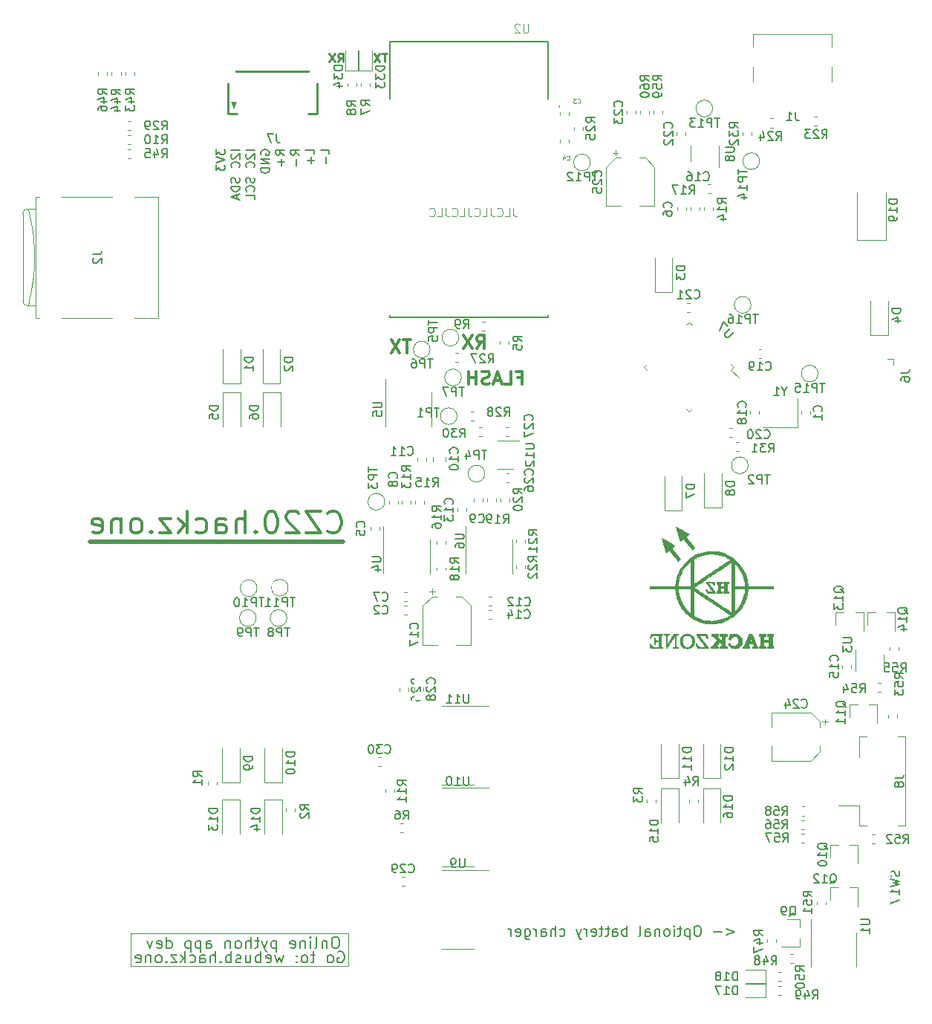
<source format=gbr>
G04 #@! TF.GenerationSoftware,KiCad,Pcbnew,(5.1.5)-3*
G04 #@! TF.CreationDate,2020-06-01T09:55:04+02:00*
G04 #@! TF.ProjectId,cz-badge-hardware,637a2d62-6164-4676-952d-686172647761,rev?*
G04 #@! TF.SameCoordinates,PX17d7840PY7735940*
G04 #@! TF.FileFunction,Legend,Bot*
G04 #@! TF.FilePolarity,Positive*
%FSLAX46Y46*%
G04 Gerber Fmt 4.6, Leading zero omitted, Abs format (unit mm)*
G04 Created by KiCad (PCBNEW (5.1.5)-3) date 2020-06-01 09:55:04*
%MOMM*%
%LPD*%
G04 APERTURE LIST*
%ADD10C,0.200000*%
%ADD11C,0.500000*%
%ADD12C,0.120000*%
%ADD13C,0.300000*%
%ADD14C,0.250000*%
%ADD15C,0.100000*%
%ADD16C,0.254000*%
%ADD17C,0.010000*%
%ADD18C,0.127000*%
%ADD19C,0.150000*%
%ADD20C,0.015000*%
%ADD21C,0.125000*%
%ADD22C,2.000000*%
%ADD23R,1.502000X1.902000*%
%ADD24R,0.702000X2.602000*%
%ADD25C,1.602000*%
%ADD26C,0.889400*%
%ADD27C,1.092600*%
%ADD28R,1.162000X0.752000*%
%ADD29R,1.702000X0.512000*%
%ADD30R,1.302000X1.002000*%
%ADD31C,1.102000*%
%ADD32R,1.002000X1.002000*%
%ADD33R,5.102000X5.102000*%
%ADD34R,2.102000X1.002000*%
%ADD35R,0.752000X1.162000*%
%ADD36R,0.902000X1.002000*%
%ADD37R,1.002000X0.902000*%
%ADD38R,1.902000X2.602000*%
%ADD39R,1.502000X1.302000*%
%ADD40R,1.602000X0.902000*%
%ADD41R,2.102000X1.552000*%
%ADD42R,0.702000X1.262000*%
%ADD43C,0.752000*%
%ADD44R,0.402000X1.262000*%
%ADD45R,1.902000X1.302000*%
%ADD46R,1.902000X1.552000*%
G04 APERTURE END LIST*
D10*
X79094285Y8557143D02*
X80008571Y8214286D01*
X79094285Y7871429D01*
X78522857Y8214286D02*
X77608571Y8214286D01*
X75894285Y8957143D02*
X75665714Y8957143D01*
X75551428Y8900000D01*
X75437142Y8785715D01*
X75380000Y8557143D01*
X75380000Y8157143D01*
X75437142Y7928572D01*
X75551428Y7814286D01*
X75665714Y7757143D01*
X75894285Y7757143D01*
X76008571Y7814286D01*
X76122857Y7928572D01*
X76180000Y8157143D01*
X76180000Y8557143D01*
X76122857Y8785715D01*
X76008571Y8900000D01*
X75894285Y8957143D01*
X74865714Y8557143D02*
X74865714Y7357143D01*
X74865714Y8500000D02*
X74751428Y8557143D01*
X74522857Y8557143D01*
X74408571Y8500000D01*
X74351428Y8442858D01*
X74294285Y8328572D01*
X74294285Y7985715D01*
X74351428Y7871429D01*
X74408571Y7814286D01*
X74522857Y7757143D01*
X74751428Y7757143D01*
X74865714Y7814286D01*
X73951428Y8557143D02*
X73494285Y8557143D01*
X73780000Y8957143D02*
X73780000Y7928572D01*
X73722857Y7814286D01*
X73608571Y7757143D01*
X73494285Y7757143D01*
X73094285Y7757143D02*
X73094285Y8557143D01*
X73094285Y8957143D02*
X73151428Y8900000D01*
X73094285Y8842858D01*
X73037142Y8900000D01*
X73094285Y8957143D01*
X73094285Y8842858D01*
X72351428Y7757143D02*
X72465714Y7814286D01*
X72522857Y7871429D01*
X72580000Y7985715D01*
X72580000Y8328572D01*
X72522857Y8442858D01*
X72465714Y8500000D01*
X72351428Y8557143D01*
X72180000Y8557143D01*
X72065714Y8500000D01*
X72008571Y8442858D01*
X71951428Y8328572D01*
X71951428Y7985715D01*
X72008571Y7871429D01*
X72065714Y7814286D01*
X72180000Y7757143D01*
X72351428Y7757143D01*
X71437142Y8557143D02*
X71437142Y7757143D01*
X71437142Y8442858D02*
X71380000Y8500000D01*
X71265714Y8557143D01*
X71094285Y8557143D01*
X70980000Y8500000D01*
X70922857Y8385715D01*
X70922857Y7757143D01*
X69837142Y7757143D02*
X69837142Y8385715D01*
X69894285Y8500000D01*
X70008571Y8557143D01*
X70237142Y8557143D01*
X70351428Y8500000D01*
X69837142Y7814286D02*
X69951428Y7757143D01*
X70237142Y7757143D01*
X70351428Y7814286D01*
X70408571Y7928572D01*
X70408571Y8042858D01*
X70351428Y8157143D01*
X70237142Y8214286D01*
X69951428Y8214286D01*
X69837142Y8271429D01*
X69094285Y7757143D02*
X69208571Y7814286D01*
X69265714Y7928572D01*
X69265714Y8957143D01*
X67722857Y7757143D02*
X67722857Y8957143D01*
X67722857Y8500000D02*
X67608571Y8557143D01*
X67380000Y8557143D01*
X67265714Y8500000D01*
X67208571Y8442858D01*
X67151428Y8328572D01*
X67151428Y7985715D01*
X67208571Y7871429D01*
X67265714Y7814286D01*
X67380000Y7757143D01*
X67608571Y7757143D01*
X67722857Y7814286D01*
X66122857Y7757143D02*
X66122857Y8385715D01*
X66180000Y8500000D01*
X66294285Y8557143D01*
X66522857Y8557143D01*
X66637142Y8500000D01*
X66122857Y7814286D02*
X66237142Y7757143D01*
X66522857Y7757143D01*
X66637142Y7814286D01*
X66694285Y7928572D01*
X66694285Y8042858D01*
X66637142Y8157143D01*
X66522857Y8214286D01*
X66237142Y8214286D01*
X66122857Y8271429D01*
X65722857Y8557143D02*
X65265714Y8557143D01*
X65551428Y8957143D02*
X65551428Y7928572D01*
X65494285Y7814286D01*
X65380000Y7757143D01*
X65265714Y7757143D01*
X65037142Y8557143D02*
X64580000Y8557143D01*
X64865714Y8957143D02*
X64865714Y7928572D01*
X64808571Y7814286D01*
X64694285Y7757143D01*
X64580000Y7757143D01*
X63722857Y7814286D02*
X63837142Y7757143D01*
X64065714Y7757143D01*
X64180000Y7814286D01*
X64237142Y7928572D01*
X64237142Y8385715D01*
X64180000Y8500000D01*
X64065714Y8557143D01*
X63837142Y8557143D01*
X63722857Y8500000D01*
X63665714Y8385715D01*
X63665714Y8271429D01*
X64237142Y8157143D01*
X63151428Y7757143D02*
X63151428Y8557143D01*
X63151428Y8328572D02*
X63094285Y8442858D01*
X63037142Y8500000D01*
X62922857Y8557143D01*
X62808571Y8557143D01*
X62522857Y8557143D02*
X62237142Y7757143D01*
X61951428Y8557143D02*
X62237142Y7757143D01*
X62351428Y7471429D01*
X62408571Y7414286D01*
X62522857Y7357143D01*
X60065714Y7814286D02*
X60180000Y7757143D01*
X60408571Y7757143D01*
X60522857Y7814286D01*
X60580000Y7871429D01*
X60637142Y7985715D01*
X60637142Y8328572D01*
X60580000Y8442858D01*
X60522857Y8500000D01*
X60408571Y8557143D01*
X60180000Y8557143D01*
X60065714Y8500000D01*
X59551428Y7757143D02*
X59551428Y8957143D01*
X59037142Y7757143D02*
X59037142Y8385715D01*
X59094285Y8500000D01*
X59208571Y8557143D01*
X59380000Y8557143D01*
X59494285Y8500000D01*
X59551428Y8442858D01*
X57951428Y7757143D02*
X57951428Y8385715D01*
X58008571Y8500000D01*
X58122857Y8557143D01*
X58351428Y8557143D01*
X58465714Y8500000D01*
X57951428Y7814286D02*
X58065714Y7757143D01*
X58351428Y7757143D01*
X58465714Y7814286D01*
X58522857Y7928572D01*
X58522857Y8042858D01*
X58465714Y8157143D01*
X58351428Y8214286D01*
X58065714Y8214286D01*
X57951428Y8271429D01*
X57380000Y7757143D02*
X57380000Y8557143D01*
X57380000Y8328572D02*
X57322857Y8442858D01*
X57265714Y8500000D01*
X57151428Y8557143D01*
X57037142Y8557143D01*
X56122857Y8557143D02*
X56122857Y7585715D01*
X56180000Y7471429D01*
X56237142Y7414286D01*
X56351428Y7357143D01*
X56522857Y7357143D01*
X56637142Y7414286D01*
X56122857Y7814286D02*
X56237142Y7757143D01*
X56465714Y7757143D01*
X56580000Y7814286D01*
X56637142Y7871429D01*
X56694285Y7985715D01*
X56694285Y8328572D01*
X56637142Y8442858D01*
X56580000Y8500000D01*
X56465714Y8557143D01*
X56237142Y8557143D01*
X56122857Y8500000D01*
X55094285Y7814286D02*
X55208571Y7757143D01*
X55437142Y7757143D01*
X55551428Y7814286D01*
X55608571Y7928572D01*
X55608571Y8385715D01*
X55551428Y8500000D01*
X55437142Y8557143D01*
X55208571Y8557143D01*
X55094285Y8500000D01*
X55037142Y8385715D01*
X55037142Y8271429D01*
X55608571Y8157143D01*
X54522857Y7757143D02*
X54522857Y8557143D01*
X54522857Y8328572D02*
X54465714Y8442858D01*
X54408571Y8500000D01*
X54294285Y8557143D01*
X54180000Y8557143D01*
D11*
X35350000Y52700000D02*
X6520000Y52700000D01*
D10*
X34626666Y7671905D02*
X34379047Y7671905D01*
X34255238Y7610000D01*
X34131428Y7486191D01*
X34069523Y7238572D01*
X34069523Y6805239D01*
X34131428Y6557620D01*
X34255238Y6433810D01*
X34379047Y6371905D01*
X34626666Y6371905D01*
X34750476Y6433810D01*
X34874285Y6557620D01*
X34936190Y6805239D01*
X34936190Y7238572D01*
X34874285Y7486191D01*
X34750476Y7610000D01*
X34626666Y7671905D01*
X33512380Y7238572D02*
X33512380Y6371905D01*
X33512380Y7114762D02*
X33450476Y7176667D01*
X33326666Y7238572D01*
X33140952Y7238572D01*
X33017142Y7176667D01*
X32955238Y7052858D01*
X32955238Y6371905D01*
X32150476Y6371905D02*
X32274285Y6433810D01*
X32336190Y6557620D01*
X32336190Y7671905D01*
X31655238Y6371905D02*
X31655238Y7238572D01*
X31655238Y7671905D02*
X31717142Y7610000D01*
X31655238Y7548096D01*
X31593333Y7610000D01*
X31655238Y7671905D01*
X31655238Y7548096D01*
X31036190Y7238572D02*
X31036190Y6371905D01*
X31036190Y7114762D02*
X30974285Y7176667D01*
X30850476Y7238572D01*
X30664761Y7238572D01*
X30540952Y7176667D01*
X30479047Y7052858D01*
X30479047Y6371905D01*
X29364761Y6433810D02*
X29488571Y6371905D01*
X29736190Y6371905D01*
X29860000Y6433810D01*
X29921904Y6557620D01*
X29921904Y7052858D01*
X29860000Y7176667D01*
X29736190Y7238572D01*
X29488571Y7238572D01*
X29364761Y7176667D01*
X29302857Y7052858D01*
X29302857Y6929048D01*
X29921904Y6805239D01*
X27755238Y7238572D02*
X27755238Y5938572D01*
X27755238Y7176667D02*
X27631428Y7238572D01*
X27383809Y7238572D01*
X27260000Y7176667D01*
X27198095Y7114762D01*
X27136190Y6990953D01*
X27136190Y6619524D01*
X27198095Y6495715D01*
X27260000Y6433810D01*
X27383809Y6371905D01*
X27631428Y6371905D01*
X27755238Y6433810D01*
X26702857Y7238572D02*
X26393333Y6371905D01*
X26083809Y7238572D02*
X26393333Y6371905D01*
X26517142Y6062381D01*
X26579047Y6000477D01*
X26702857Y5938572D01*
X25774285Y7238572D02*
X25279047Y7238572D01*
X25588571Y7671905D02*
X25588571Y6557620D01*
X25526666Y6433810D01*
X25402857Y6371905D01*
X25279047Y6371905D01*
X24845714Y6371905D02*
X24845714Y7671905D01*
X24288571Y6371905D02*
X24288571Y7052858D01*
X24350476Y7176667D01*
X24474285Y7238572D01*
X24660000Y7238572D01*
X24783809Y7176667D01*
X24845714Y7114762D01*
X23483809Y6371905D02*
X23607619Y6433810D01*
X23669523Y6495715D01*
X23731428Y6619524D01*
X23731428Y6990953D01*
X23669523Y7114762D01*
X23607619Y7176667D01*
X23483809Y7238572D01*
X23298095Y7238572D01*
X23174285Y7176667D01*
X23112380Y7114762D01*
X23050476Y6990953D01*
X23050476Y6619524D01*
X23112380Y6495715D01*
X23174285Y6433810D01*
X23298095Y6371905D01*
X23483809Y6371905D01*
X22493333Y7238572D02*
X22493333Y6371905D01*
X22493333Y7114762D02*
X22431428Y7176667D01*
X22307619Y7238572D01*
X22121904Y7238572D01*
X21998095Y7176667D01*
X21936190Y7052858D01*
X21936190Y6371905D01*
X19769523Y6371905D02*
X19769523Y7052858D01*
X19831428Y7176667D01*
X19955238Y7238572D01*
X20202857Y7238572D01*
X20326666Y7176667D01*
X19769523Y6433810D02*
X19893333Y6371905D01*
X20202857Y6371905D01*
X20326666Y6433810D01*
X20388571Y6557620D01*
X20388571Y6681429D01*
X20326666Y6805239D01*
X20202857Y6867143D01*
X19893333Y6867143D01*
X19769523Y6929048D01*
X19150476Y7238572D02*
X19150476Y5938572D01*
X19150476Y7176667D02*
X19026666Y7238572D01*
X18779047Y7238572D01*
X18655238Y7176667D01*
X18593333Y7114762D01*
X18531428Y6990953D01*
X18531428Y6619524D01*
X18593333Y6495715D01*
X18655238Y6433810D01*
X18779047Y6371905D01*
X19026666Y6371905D01*
X19150476Y6433810D01*
X17974285Y7238572D02*
X17974285Y5938572D01*
X17974285Y7176667D02*
X17850476Y7238572D01*
X17602857Y7238572D01*
X17479047Y7176667D01*
X17417142Y7114762D01*
X17355238Y6990953D01*
X17355238Y6619524D01*
X17417142Y6495715D01*
X17479047Y6433810D01*
X17602857Y6371905D01*
X17850476Y6371905D01*
X17974285Y6433810D01*
X15250476Y6371905D02*
X15250476Y7671905D01*
X15250476Y6433810D02*
X15374285Y6371905D01*
X15621904Y6371905D01*
X15745714Y6433810D01*
X15807619Y6495715D01*
X15869523Y6619524D01*
X15869523Y6990953D01*
X15807619Y7114762D01*
X15745714Y7176667D01*
X15621904Y7238572D01*
X15374285Y7238572D01*
X15250476Y7176667D01*
X14136190Y6433810D02*
X14260000Y6371905D01*
X14507619Y6371905D01*
X14631428Y6433810D01*
X14693333Y6557620D01*
X14693333Y7052858D01*
X14631428Y7176667D01*
X14507619Y7238572D01*
X14260000Y7238572D01*
X14136190Y7176667D01*
X14074285Y7052858D01*
X14074285Y6929048D01*
X14693333Y6805239D01*
X13640952Y7238572D02*
X13331428Y6371905D01*
X13021904Y7238572D01*
D12*
X11190000Y4310000D02*
X35920000Y4310000D01*
X11190000Y8110000D02*
X11190000Y4310000D01*
X35920000Y8110000D02*
X11190000Y8110000D01*
X35920000Y4310000D02*
X35920000Y8110000D01*
D10*
X34783809Y5970000D02*
X34907619Y6031905D01*
X35093333Y6031905D01*
X35279047Y5970000D01*
X35402857Y5846191D01*
X35464761Y5722381D01*
X35526666Y5474762D01*
X35526666Y5289048D01*
X35464761Y5041429D01*
X35402857Y4917620D01*
X35279047Y4793810D01*
X35093333Y4731905D01*
X34969523Y4731905D01*
X34783809Y4793810D01*
X34721904Y4855715D01*
X34721904Y5289048D01*
X34969523Y5289048D01*
X33979047Y4731905D02*
X34102857Y4793810D01*
X34164761Y4855715D01*
X34226666Y4979524D01*
X34226666Y5350953D01*
X34164761Y5474762D01*
X34102857Y5536667D01*
X33979047Y5598572D01*
X33793333Y5598572D01*
X33669523Y5536667D01*
X33607619Y5474762D01*
X33545714Y5350953D01*
X33545714Y4979524D01*
X33607619Y4855715D01*
X33669523Y4793810D01*
X33793333Y4731905D01*
X33979047Y4731905D01*
X32183809Y5598572D02*
X31688571Y5598572D01*
X31998095Y6031905D02*
X31998095Y4917620D01*
X31936190Y4793810D01*
X31812380Y4731905D01*
X31688571Y4731905D01*
X31069523Y4731905D02*
X31193333Y4793810D01*
X31255238Y4855715D01*
X31317142Y4979524D01*
X31317142Y5350953D01*
X31255238Y5474762D01*
X31193333Y5536667D01*
X31069523Y5598572D01*
X30883809Y5598572D01*
X30760000Y5536667D01*
X30698095Y5474762D01*
X30636190Y5350953D01*
X30636190Y4979524D01*
X30698095Y4855715D01*
X30760000Y4793810D01*
X30883809Y4731905D01*
X31069523Y4731905D01*
X30079047Y4855715D02*
X30017142Y4793810D01*
X30079047Y4731905D01*
X30140952Y4793810D01*
X30079047Y4855715D01*
X30079047Y4731905D01*
X30079047Y5536667D02*
X30017142Y5474762D01*
X30079047Y5412858D01*
X30140952Y5474762D01*
X30079047Y5536667D01*
X30079047Y5412858D01*
X28593333Y5598572D02*
X28345714Y4731905D01*
X28098095Y5350953D01*
X27850476Y4731905D01*
X27602857Y5598572D01*
X26612380Y4793810D02*
X26736190Y4731905D01*
X26983809Y4731905D01*
X27107619Y4793810D01*
X27169523Y4917620D01*
X27169523Y5412858D01*
X27107619Y5536667D01*
X26983809Y5598572D01*
X26736190Y5598572D01*
X26612380Y5536667D01*
X26550476Y5412858D01*
X26550476Y5289048D01*
X27169523Y5165239D01*
X25993333Y4731905D02*
X25993333Y6031905D01*
X25993333Y5536667D02*
X25869523Y5598572D01*
X25621904Y5598572D01*
X25498095Y5536667D01*
X25436190Y5474762D01*
X25374285Y5350953D01*
X25374285Y4979524D01*
X25436190Y4855715D01*
X25498095Y4793810D01*
X25621904Y4731905D01*
X25869523Y4731905D01*
X25993333Y4793810D01*
X24260000Y5598572D02*
X24260000Y4731905D01*
X24817142Y5598572D02*
X24817142Y4917620D01*
X24755238Y4793810D01*
X24631428Y4731905D01*
X24445714Y4731905D01*
X24321904Y4793810D01*
X24260000Y4855715D01*
X23702857Y4793810D02*
X23579047Y4731905D01*
X23331428Y4731905D01*
X23207619Y4793810D01*
X23145714Y4917620D01*
X23145714Y4979524D01*
X23207619Y5103334D01*
X23331428Y5165239D01*
X23517142Y5165239D01*
X23640952Y5227143D01*
X23702857Y5350953D01*
X23702857Y5412858D01*
X23640952Y5536667D01*
X23517142Y5598572D01*
X23331428Y5598572D01*
X23207619Y5536667D01*
X22588571Y4731905D02*
X22588571Y6031905D01*
X22588571Y5536667D02*
X22464761Y5598572D01*
X22217142Y5598572D01*
X22093333Y5536667D01*
X22031428Y5474762D01*
X21969523Y5350953D01*
X21969523Y4979524D01*
X22031428Y4855715D01*
X22093333Y4793810D01*
X22217142Y4731905D01*
X22464761Y4731905D01*
X22588571Y4793810D01*
X21412380Y4855715D02*
X21350476Y4793810D01*
X21412380Y4731905D01*
X21474285Y4793810D01*
X21412380Y4855715D01*
X21412380Y4731905D01*
X20793333Y4731905D02*
X20793333Y6031905D01*
X20236190Y4731905D02*
X20236190Y5412858D01*
X20298095Y5536667D01*
X20421904Y5598572D01*
X20607619Y5598572D01*
X20731428Y5536667D01*
X20793333Y5474762D01*
X19060000Y4731905D02*
X19060000Y5412858D01*
X19121904Y5536667D01*
X19245714Y5598572D01*
X19493333Y5598572D01*
X19617142Y5536667D01*
X19060000Y4793810D02*
X19183809Y4731905D01*
X19493333Y4731905D01*
X19617142Y4793810D01*
X19679047Y4917620D01*
X19679047Y5041429D01*
X19617142Y5165239D01*
X19493333Y5227143D01*
X19183809Y5227143D01*
X19060000Y5289048D01*
X17883809Y4793810D02*
X18007619Y4731905D01*
X18255238Y4731905D01*
X18379047Y4793810D01*
X18440952Y4855715D01*
X18502857Y4979524D01*
X18502857Y5350953D01*
X18440952Y5474762D01*
X18379047Y5536667D01*
X18255238Y5598572D01*
X18007619Y5598572D01*
X17883809Y5536667D01*
X17326666Y4731905D02*
X17326666Y6031905D01*
X17202857Y5227143D02*
X16831428Y4731905D01*
X16831428Y5598572D02*
X17326666Y5103334D01*
X16398095Y5598572D02*
X15717142Y5598572D01*
X16398095Y4731905D01*
X15717142Y4731905D01*
X15221904Y4855715D02*
X15160000Y4793810D01*
X15221904Y4731905D01*
X15283809Y4793810D01*
X15221904Y4855715D01*
X15221904Y4731905D01*
X14417142Y4731905D02*
X14540952Y4793810D01*
X14602857Y4855715D01*
X14664761Y4979524D01*
X14664761Y5350953D01*
X14602857Y5474762D01*
X14540952Y5536667D01*
X14417142Y5598572D01*
X14231428Y5598572D01*
X14107619Y5536667D01*
X14045714Y5474762D01*
X13983809Y5350953D01*
X13983809Y4979524D01*
X14045714Y4855715D01*
X14107619Y4793810D01*
X14231428Y4731905D01*
X14417142Y4731905D01*
X13426666Y5598572D02*
X13426666Y4731905D01*
X13426666Y5474762D02*
X13364761Y5536667D01*
X13240952Y5598572D01*
X13055238Y5598572D01*
X12931428Y5536667D01*
X12869523Y5412858D01*
X12869523Y4731905D01*
X11755238Y4793810D02*
X11879047Y4731905D01*
X12126666Y4731905D01*
X12250476Y4793810D01*
X12312380Y4917620D01*
X12312380Y5412858D01*
X12250476Y5536667D01*
X12126666Y5598572D01*
X11879047Y5598572D01*
X11755238Y5536667D01*
X11693333Y5412858D01*
X11693333Y5289048D01*
X12312380Y5165239D01*
D13*
X33618571Y53907143D02*
X33737619Y53788096D01*
X34094761Y53669048D01*
X34332857Y53669048D01*
X34690000Y53788096D01*
X34928095Y54026191D01*
X35047142Y54264286D01*
X35166190Y54740477D01*
X35166190Y55097620D01*
X35047142Y55573810D01*
X34928095Y55811905D01*
X34690000Y56050000D01*
X34332857Y56169048D01*
X34094761Y56169048D01*
X33737619Y56050000D01*
X33618571Y55930953D01*
X32785238Y56169048D02*
X31118571Y56169048D01*
X32785238Y53669048D01*
X31118571Y53669048D01*
X30285238Y55930953D02*
X30166190Y56050000D01*
X29928095Y56169048D01*
X29332857Y56169048D01*
X29094761Y56050000D01*
X28975714Y55930953D01*
X28856666Y55692858D01*
X28856666Y55454762D01*
X28975714Y55097620D01*
X30404285Y53669048D01*
X28856666Y53669048D01*
X27309047Y56169048D02*
X27070952Y56169048D01*
X26832857Y56050000D01*
X26713809Y55930953D01*
X26594761Y55692858D01*
X26475714Y55216667D01*
X26475714Y54621429D01*
X26594761Y54145239D01*
X26713809Y53907143D01*
X26832857Y53788096D01*
X27070952Y53669048D01*
X27309047Y53669048D01*
X27547142Y53788096D01*
X27666190Y53907143D01*
X27785238Y54145239D01*
X27904285Y54621429D01*
X27904285Y55216667D01*
X27785238Y55692858D01*
X27666190Y55930953D01*
X27547142Y56050000D01*
X27309047Y56169048D01*
X25404285Y53907143D02*
X25285238Y53788096D01*
X25404285Y53669048D01*
X25523333Y53788096D01*
X25404285Y53907143D01*
X25404285Y53669048D01*
X24213809Y53669048D02*
X24213809Y56169048D01*
X23142380Y53669048D02*
X23142380Y54978572D01*
X23261428Y55216667D01*
X23499523Y55335715D01*
X23856666Y55335715D01*
X24094761Y55216667D01*
X24213809Y55097620D01*
X20880476Y53669048D02*
X20880476Y54978572D01*
X20999523Y55216667D01*
X21237619Y55335715D01*
X21713809Y55335715D01*
X21951904Y55216667D01*
X20880476Y53788096D02*
X21118571Y53669048D01*
X21713809Y53669048D01*
X21951904Y53788096D01*
X22070952Y54026191D01*
X22070952Y54264286D01*
X21951904Y54502381D01*
X21713809Y54621429D01*
X21118571Y54621429D01*
X20880476Y54740477D01*
X18618571Y53788096D02*
X18856666Y53669048D01*
X19332857Y53669048D01*
X19570952Y53788096D01*
X19690000Y53907143D01*
X19809047Y54145239D01*
X19809047Y54859524D01*
X19690000Y55097620D01*
X19570952Y55216667D01*
X19332857Y55335715D01*
X18856666Y55335715D01*
X18618571Y55216667D01*
X17547142Y53669048D02*
X17547142Y56169048D01*
X17309047Y54621429D02*
X16594761Y53669048D01*
X16594761Y55335715D02*
X17547142Y54383334D01*
X15761428Y55335715D02*
X14451904Y55335715D01*
X15761428Y53669048D01*
X14451904Y53669048D01*
X13499523Y53907143D02*
X13380476Y53788096D01*
X13499523Y53669048D01*
X13618571Y53788096D01*
X13499523Y53907143D01*
X13499523Y53669048D01*
X11951904Y53669048D02*
X12190000Y53788096D01*
X12309047Y53907143D01*
X12428095Y54145239D01*
X12428095Y54859524D01*
X12309047Y55097620D01*
X12190000Y55216667D01*
X11951904Y55335715D01*
X11594761Y55335715D01*
X11356666Y55216667D01*
X11237619Y55097620D01*
X11118571Y54859524D01*
X11118571Y54145239D01*
X11237619Y53907143D01*
X11356666Y53788096D01*
X11594761Y53669048D01*
X11951904Y53669048D01*
X10047142Y55335715D02*
X10047142Y53669048D01*
X10047142Y55097620D02*
X9928095Y55216667D01*
X9690000Y55335715D01*
X9332857Y55335715D01*
X9094761Y55216667D01*
X8975714Y54978572D01*
X8975714Y53669048D01*
X6832857Y53788096D02*
X7070952Y53669048D01*
X7547142Y53669048D01*
X7785238Y53788096D01*
X7904285Y54026191D01*
X7904285Y54978572D01*
X7785238Y55216667D01*
X7547142Y55335715D01*
X7070952Y55335715D01*
X6832857Y55216667D01*
X6713809Y54978572D01*
X6713809Y54740477D01*
X7904285Y54502381D01*
X55275714Y71407143D02*
X55775714Y71407143D01*
X55775714Y70621429D02*
X55775714Y72121429D01*
X55061428Y72121429D01*
X53775714Y70621429D02*
X54490000Y70621429D01*
X54490000Y72121429D01*
X53347142Y71050000D02*
X52632857Y71050000D01*
X53490000Y70621429D02*
X52990000Y72121429D01*
X52490000Y70621429D01*
X52061428Y70692858D02*
X51847142Y70621429D01*
X51490000Y70621429D01*
X51347142Y70692858D01*
X51275714Y70764286D01*
X51204285Y70907143D01*
X51204285Y71050000D01*
X51275714Y71192858D01*
X51347142Y71264286D01*
X51490000Y71335715D01*
X51775714Y71407143D01*
X51918571Y71478572D01*
X51990000Y71550000D01*
X52061428Y71692858D01*
X52061428Y71835715D01*
X51990000Y71978572D01*
X51918571Y72050000D01*
X51775714Y72121429D01*
X51418571Y72121429D01*
X51204285Y72050000D01*
X50561428Y70621429D02*
X50561428Y72121429D01*
X50561428Y71407143D02*
X49704285Y71407143D01*
X49704285Y70621429D02*
X49704285Y72121429D01*
D10*
X20882380Y97417143D02*
X20882380Y96798096D01*
X21263333Y97131429D01*
X21263333Y96988572D01*
X21310952Y96893334D01*
X21358571Y96845715D01*
X21453809Y96798096D01*
X21691904Y96798096D01*
X21787142Y96845715D01*
X21834761Y96893334D01*
X21882380Y96988572D01*
X21882380Y97274286D01*
X21834761Y97369524D01*
X21787142Y97417143D01*
X20882380Y96512381D02*
X21882380Y96179048D01*
X20882380Y95845715D01*
X20882380Y95607620D02*
X20882380Y94988572D01*
X21263333Y95321905D01*
X21263333Y95179048D01*
X21310952Y95083810D01*
X21358571Y95036191D01*
X21453809Y94988572D01*
X21691904Y94988572D01*
X21787142Y95036191D01*
X21834761Y95083810D01*
X21882380Y95179048D01*
X21882380Y95464762D01*
X21834761Y95560000D01*
X21787142Y95607620D01*
X23582380Y97321905D02*
X22582380Y97321905D01*
X22677619Y96893334D02*
X22630000Y96845715D01*
X22582380Y96750477D01*
X22582380Y96512381D01*
X22630000Y96417143D01*
X22677619Y96369524D01*
X22772857Y96321905D01*
X22868095Y96321905D01*
X23010952Y96369524D01*
X23582380Y96940953D01*
X23582380Y96321905D01*
X23487142Y95321905D02*
X23534761Y95369524D01*
X23582380Y95512381D01*
X23582380Y95607620D01*
X23534761Y95750477D01*
X23439523Y95845715D01*
X23344285Y95893334D01*
X23153809Y95940953D01*
X23010952Y95940953D01*
X22820476Y95893334D01*
X22725238Y95845715D01*
X22630000Y95750477D01*
X22582380Y95607620D01*
X22582380Y95512381D01*
X22630000Y95369524D01*
X22677619Y95321905D01*
X23534761Y94179048D02*
X23582380Y94036191D01*
X23582380Y93798096D01*
X23534761Y93702858D01*
X23487142Y93655239D01*
X23391904Y93607620D01*
X23296666Y93607620D01*
X23201428Y93655239D01*
X23153809Y93702858D01*
X23106190Y93798096D01*
X23058571Y93988572D01*
X23010952Y94083810D01*
X22963333Y94131429D01*
X22868095Y94179048D01*
X22772857Y94179048D01*
X22677619Y94131429D01*
X22630000Y94083810D01*
X22582380Y93988572D01*
X22582380Y93750477D01*
X22630000Y93607620D01*
X23582380Y93179048D02*
X22582380Y93179048D01*
X22582380Y92940953D01*
X22630000Y92798096D01*
X22725238Y92702858D01*
X22820476Y92655239D01*
X23010952Y92607620D01*
X23153809Y92607620D01*
X23344285Y92655239D01*
X23439523Y92702858D01*
X23534761Y92798096D01*
X23582380Y92940953D01*
X23582380Y93179048D01*
X23296666Y92226667D02*
X23296666Y91750477D01*
X23582380Y92321905D02*
X22582380Y91988572D01*
X23582380Y91655239D01*
X25282380Y97321905D02*
X24282380Y97321905D01*
X24377619Y96893334D02*
X24330000Y96845715D01*
X24282380Y96750477D01*
X24282380Y96512381D01*
X24330000Y96417143D01*
X24377619Y96369524D01*
X24472857Y96321905D01*
X24568095Y96321905D01*
X24710952Y96369524D01*
X25282380Y96940953D01*
X25282380Y96321905D01*
X25187142Y95321905D02*
X25234761Y95369524D01*
X25282380Y95512381D01*
X25282380Y95607620D01*
X25234761Y95750477D01*
X25139523Y95845715D01*
X25044285Y95893334D01*
X24853809Y95940953D01*
X24710952Y95940953D01*
X24520476Y95893334D01*
X24425238Y95845715D01*
X24330000Y95750477D01*
X24282380Y95607620D01*
X24282380Y95512381D01*
X24330000Y95369524D01*
X24377619Y95321905D01*
X25234761Y94179048D02*
X25282380Y94036191D01*
X25282380Y93798096D01*
X25234761Y93702858D01*
X25187142Y93655239D01*
X25091904Y93607620D01*
X24996666Y93607620D01*
X24901428Y93655239D01*
X24853809Y93702858D01*
X24806190Y93798096D01*
X24758571Y93988572D01*
X24710952Y94083810D01*
X24663333Y94131429D01*
X24568095Y94179048D01*
X24472857Y94179048D01*
X24377619Y94131429D01*
X24330000Y94083810D01*
X24282380Y93988572D01*
X24282380Y93750477D01*
X24330000Y93607620D01*
X25187142Y92607620D02*
X25234761Y92655239D01*
X25282380Y92798096D01*
X25282380Y92893334D01*
X25234761Y93036191D01*
X25139523Y93131429D01*
X25044285Y93179048D01*
X24853809Y93226667D01*
X24710952Y93226667D01*
X24520476Y93179048D01*
X24425238Y93131429D01*
X24330000Y93036191D01*
X24282380Y92893334D01*
X24282380Y92798096D01*
X24330000Y92655239D01*
X24377619Y92607620D01*
X25282380Y91702858D02*
X25282380Y92179048D01*
X24282380Y92179048D01*
X26030000Y96798096D02*
X25982380Y96893334D01*
X25982380Y97036191D01*
X26030000Y97179048D01*
X26125238Y97274286D01*
X26220476Y97321905D01*
X26410952Y97369524D01*
X26553809Y97369524D01*
X26744285Y97321905D01*
X26839523Y97274286D01*
X26934761Y97179048D01*
X26982380Y97036191D01*
X26982380Y96940953D01*
X26934761Y96798096D01*
X26887142Y96750477D01*
X26553809Y96750477D01*
X26553809Y96940953D01*
X26982380Y96321905D02*
X25982380Y96321905D01*
X26982380Y95750477D01*
X25982380Y95750477D01*
X26982380Y95274286D02*
X25982380Y95274286D01*
X25982380Y95036191D01*
X26030000Y94893334D01*
X26125238Y94798096D01*
X26220476Y94750477D01*
X26410952Y94702858D01*
X26553809Y94702858D01*
X26744285Y94750477D01*
X26839523Y94798096D01*
X26934761Y94893334D01*
X26982380Y95036191D01*
X26982380Y95274286D01*
X28682380Y96750477D02*
X28206190Y97083810D01*
X28682380Y97321905D02*
X27682380Y97321905D01*
X27682380Y96940953D01*
X27730000Y96845715D01*
X27777619Y96798096D01*
X27872857Y96750477D01*
X28015714Y96750477D01*
X28110952Y96798096D01*
X28158571Y96845715D01*
X28206190Y96940953D01*
X28206190Y97321905D01*
X28301428Y96321905D02*
X28301428Y95560000D01*
X28682380Y95940953D02*
X27920476Y95940953D01*
X30382380Y96750477D02*
X29906190Y97083810D01*
X30382380Y97321905D02*
X29382380Y97321905D01*
X29382380Y96940953D01*
X29430000Y96845715D01*
X29477619Y96798096D01*
X29572857Y96750477D01*
X29715714Y96750477D01*
X29810952Y96798096D01*
X29858571Y96845715D01*
X29906190Y96940953D01*
X29906190Y97321905D01*
X30001428Y96321905D02*
X30001428Y95560000D01*
X32082380Y96845715D02*
X32082380Y97321905D01*
X31082380Y97321905D01*
X31701428Y96512381D02*
X31701428Y95750477D01*
X32082380Y96131429D02*
X31320476Y96131429D01*
X33782380Y96845715D02*
X33782380Y97321905D01*
X32782380Y97321905D01*
X33401428Y96512381D02*
X33401428Y95750477D01*
D13*
X50600000Y74721429D02*
X51100000Y75435715D01*
X51457142Y74721429D02*
X51457142Y76221429D01*
X50885714Y76221429D01*
X50742857Y76150000D01*
X50671428Y76078572D01*
X50600000Y75935715D01*
X50600000Y75721429D01*
X50671428Y75578572D01*
X50742857Y75507143D01*
X50885714Y75435715D01*
X51457142Y75435715D01*
X50100000Y76221429D02*
X49100000Y74721429D01*
X49100000Y76221429D02*
X50100000Y74721429D01*
X43042857Y75721429D02*
X42185714Y75721429D01*
X42614285Y74221429D02*
X42614285Y75721429D01*
X41828571Y75721429D02*
X40828571Y74221429D01*
X40828571Y75721429D02*
X41828571Y74221429D01*
D14*
X34766666Y107347620D02*
X35100000Y107823810D01*
X35338095Y107347620D02*
X35338095Y108347620D01*
X34957142Y108347620D01*
X34861904Y108300000D01*
X34814285Y108252381D01*
X34766666Y108157143D01*
X34766666Y108014286D01*
X34814285Y107919048D01*
X34861904Y107871429D01*
X34957142Y107823810D01*
X35338095Y107823810D01*
X34433333Y108347620D02*
X33766666Y107347620D01*
X33766666Y108347620D02*
X34433333Y107347620D01*
X40361904Y108347620D02*
X39790476Y108347620D01*
X40076190Y107347620D02*
X40076190Y108347620D01*
X39552380Y108347620D02*
X38885714Y107347620D01*
X38885714Y108347620D02*
X39552380Y107347620D01*
D15*
X54794047Y90747620D02*
X54794047Y90033334D01*
X54841666Y89890477D01*
X54936904Y89795239D01*
X55079761Y89747620D01*
X55175000Y89747620D01*
X53841666Y89747620D02*
X54317857Y89747620D01*
X54317857Y90747620D01*
X52936904Y89842858D02*
X52984523Y89795239D01*
X53127380Y89747620D01*
X53222619Y89747620D01*
X53365476Y89795239D01*
X53460714Y89890477D01*
X53508333Y89985715D01*
X53555952Y90176191D01*
X53555952Y90319048D01*
X53508333Y90509524D01*
X53460714Y90604762D01*
X53365476Y90700000D01*
X53222619Y90747620D01*
X53127380Y90747620D01*
X52984523Y90700000D01*
X52936904Y90652381D01*
X52222619Y90747620D02*
X52222619Y90033334D01*
X52270238Y89890477D01*
X52365476Y89795239D01*
X52508333Y89747620D01*
X52603571Y89747620D01*
X51270238Y89747620D02*
X51746428Y89747620D01*
X51746428Y90747620D01*
X50365476Y89842858D02*
X50413095Y89795239D01*
X50555952Y89747620D01*
X50651190Y89747620D01*
X50794047Y89795239D01*
X50889285Y89890477D01*
X50936904Y89985715D01*
X50984523Y90176191D01*
X50984523Y90319048D01*
X50936904Y90509524D01*
X50889285Y90604762D01*
X50794047Y90700000D01*
X50651190Y90747620D01*
X50555952Y90747620D01*
X50413095Y90700000D01*
X50365476Y90652381D01*
X49651190Y90747620D02*
X49651190Y90033334D01*
X49698809Y89890477D01*
X49794047Y89795239D01*
X49936904Y89747620D01*
X50032142Y89747620D01*
X48698809Y89747620D02*
X49175000Y89747620D01*
X49175000Y90747620D01*
X47794047Y89842858D02*
X47841666Y89795239D01*
X47984523Y89747620D01*
X48079761Y89747620D01*
X48222619Y89795239D01*
X48317857Y89890477D01*
X48365476Y89985715D01*
X48413095Y90176191D01*
X48413095Y90319048D01*
X48365476Y90509524D01*
X48317857Y90604762D01*
X48222619Y90700000D01*
X48079761Y90747620D01*
X47984523Y90747620D01*
X47841666Y90700000D01*
X47794047Y90652381D01*
X47079761Y90747620D02*
X47079761Y90033334D01*
X47127380Y89890477D01*
X47222619Y89795239D01*
X47365476Y89747620D01*
X47460714Y89747620D01*
X46127380Y89747620D02*
X46603571Y89747620D01*
X46603571Y90747620D01*
X45222619Y89842858D02*
X45270238Y89795239D01*
X45413095Y89747620D01*
X45508333Y89747620D01*
X45651190Y89795239D01*
X45746428Y89890477D01*
X45794047Y89985715D01*
X45841666Y90176191D01*
X45841666Y90319048D01*
X45794047Y90509524D01*
X45746428Y90604762D01*
X45651190Y90700000D01*
X45508333Y90747620D01*
X45413095Y90747620D01*
X45270238Y90700000D01*
X45222619Y90652381D01*
D16*
X22220000Y106300000D02*
X22220000Y101500000D01*
X32420000Y106300000D02*
X32420000Y101500000D01*
X22220000Y106300000D02*
X32420000Y106300000D01*
X22220000Y101500000D02*
X23289000Y101500000D01*
X31351000Y101500000D02*
X32420000Y101500000D01*
D15*
G36*
X22620000Y102800000D02*
G01*
X23120000Y102800000D01*
X23220000Y102800000D01*
X22920000Y102000000D01*
X22620000Y102800000D01*
G37*
D17*
G36*
X76753222Y48068552D02*
G01*
X76753653Y48060335D01*
X76755666Y48050999D01*
X76760339Y48039056D01*
X76768753Y48023018D01*
X76781986Y48001397D01*
X76801117Y47972704D01*
X76827225Y47935451D01*
X76861390Y47888151D01*
X76904691Y47829314D01*
X76958207Y47757453D01*
X77023018Y47671079D01*
X77100202Y47568704D01*
X77190838Y47448841D01*
X77296006Y47310000D01*
X77416785Y47150694D01*
X77463050Y47089689D01*
X77547258Y46978656D01*
X77308738Y46984125D01*
X77220401Y46986379D01*
X77154858Y46988994D01*
X77106680Y46992733D01*
X77070440Y46998360D01*
X77040712Y47006639D01*
X77012070Y47018332D01*
X76989619Y47029027D01*
X76911517Y47078490D01*
X76846765Y47145752D01*
X76792841Y47231153D01*
X76770293Y47268451D01*
X76751593Y47284179D01*
X76732153Y47283665D01*
X76704224Y47272528D01*
X76693654Y47265862D01*
X76694658Y47250008D01*
X76704437Y47212916D01*
X76721458Y47159619D01*
X76744187Y47095153D01*
X76752253Y47073420D01*
X76821031Y46890278D01*
X77755111Y46882842D01*
X77754437Y46928893D01*
X77751738Y46943377D01*
X77743093Y46963837D01*
X77727146Y46992213D01*
X77702542Y47030445D01*
X77667924Y47080472D01*
X77621936Y47144233D01*
X77563224Y47223668D01*
X77490431Y47320717D01*
X77402201Y47437318D01*
X77362183Y47490000D01*
X76970604Y48005055D01*
X77140607Y48009530D01*
X77215419Y48009982D01*
X77287666Y48007771D01*
X77348322Y48003318D01*
X77383652Y47998168D01*
X77474013Y47964418D01*
X77554003Y47905663D01*
X77617432Y47828901D01*
X77648099Y47785368D01*
X77671083Y47763901D01*
X77691812Y47761577D01*
X77715716Y47775469D01*
X77716080Y47775750D01*
X77724597Y47785475D01*
X77726625Y47800200D01*
X77720862Y47824535D01*
X77706012Y47863090D01*
X77680773Y47920476D01*
X77666381Y47952139D01*
X77593876Y48110889D01*
X76753222Y48110889D01*
X76753222Y48068552D01*
G37*
X76753222Y48068552D02*
X76753653Y48060335D01*
X76755666Y48050999D01*
X76760339Y48039056D01*
X76768753Y48023018D01*
X76781986Y48001397D01*
X76801117Y47972704D01*
X76827225Y47935451D01*
X76861390Y47888151D01*
X76904691Y47829314D01*
X76958207Y47757453D01*
X77023018Y47671079D01*
X77100202Y47568704D01*
X77190838Y47448841D01*
X77296006Y47310000D01*
X77416785Y47150694D01*
X77463050Y47089689D01*
X77547258Y46978656D01*
X77308738Y46984125D01*
X77220401Y46986379D01*
X77154858Y46988994D01*
X77106680Y46992733D01*
X77070440Y46998360D01*
X77040712Y47006639D01*
X77012070Y47018332D01*
X76989619Y47029027D01*
X76911517Y47078490D01*
X76846765Y47145752D01*
X76792841Y47231153D01*
X76770293Y47268451D01*
X76751593Y47284179D01*
X76732153Y47283665D01*
X76704224Y47272528D01*
X76693654Y47265862D01*
X76694658Y47250008D01*
X76704437Y47212916D01*
X76721458Y47159619D01*
X76744187Y47095153D01*
X76752253Y47073420D01*
X76821031Y46890278D01*
X77755111Y46882842D01*
X77754437Y46928893D01*
X77751738Y46943377D01*
X77743093Y46963837D01*
X77727146Y46992213D01*
X77702542Y47030445D01*
X77667924Y47080472D01*
X77621936Y47144233D01*
X77563224Y47223668D01*
X77490431Y47320717D01*
X77402201Y47437318D01*
X77362183Y47490000D01*
X76970604Y48005055D01*
X77140607Y48009530D01*
X77215419Y48009982D01*
X77287666Y48007771D01*
X77348322Y48003318D01*
X77383652Y47998168D01*
X77474013Y47964418D01*
X77554003Y47905663D01*
X77617432Y47828901D01*
X77648099Y47785368D01*
X77671083Y47763901D01*
X77691812Y47761577D01*
X77715716Y47775469D01*
X77716080Y47775750D01*
X77724597Y47785475D01*
X77726625Y47800200D01*
X77720862Y47824535D01*
X77706012Y47863090D01*
X77680773Y47920476D01*
X77666381Y47952139D01*
X77593876Y48110889D01*
X76753222Y48110889D01*
X76753222Y48068552D01*
G36*
X78672333Y47941555D02*
G01*
X78727978Y47941555D01*
X78768471Y47937329D01*
X78796619Y47922000D01*
X78814466Y47891590D01*
X78824059Y47842124D01*
X78827441Y47769624D01*
X78827555Y47747916D01*
X78827555Y47617000D01*
X78376000Y47617000D01*
X78376000Y47757103D01*
X78377589Y47832786D01*
X78383930Y47884682D01*
X78397384Y47917124D01*
X78420311Y47934445D01*
X78455072Y47940979D01*
X78476490Y47941555D01*
X78532631Y47941555D01*
X78524167Y48103833D01*
X77931500Y48103833D01*
X77923036Y47941555D01*
X77979177Y47941555D01*
X78007104Y47941236D01*
X78029310Y47938345D01*
X78046450Y47929979D01*
X78059180Y47913237D01*
X78068155Y47885216D01*
X78074032Y47843016D01*
X78077466Y47783733D01*
X78079113Y47704467D01*
X78079628Y47602315D01*
X78079667Y47496848D01*
X78079619Y47380208D01*
X78079317Y47288561D01*
X78078521Y47218680D01*
X78076991Y47167336D01*
X78074487Y47131300D01*
X78070770Y47107344D01*
X78065600Y47092240D01*
X78058736Y47082759D01*
X78049940Y47075672D01*
X78048305Y47074522D01*
X78011560Y47058785D01*
X77969989Y47052555D01*
X77923036Y47052555D01*
X77927268Y46971416D01*
X77931500Y46890278D01*
X78524167Y46890278D01*
X78528399Y46971416D01*
X78532631Y47052555D01*
X78485677Y47052555D01*
X78442504Y47059234D01*
X78407362Y47074522D01*
X78394053Y47085630D01*
X78385152Y47100382D01*
X78379778Y47124137D01*
X78377052Y47162250D01*
X78376093Y47220080D01*
X78376000Y47265381D01*
X78376000Y47434272D01*
X78820500Y47426500D01*
X78824486Y47268208D01*
X78825785Y47198189D01*
X78824983Y47150549D01*
X78821313Y47119478D01*
X78814008Y47099165D01*
X78802299Y47083798D01*
X78799791Y47081235D01*
X78757752Y47057615D01*
X78721018Y47052555D01*
X78670925Y47052555D01*
X78675157Y46971416D01*
X78679389Y46890278D01*
X78972194Y46886464D01*
X79265000Y46882649D01*
X79265000Y46967602D01*
X79264372Y47014576D01*
X79260447Y47039965D01*
X79250162Y47050408D01*
X79230456Y47052542D01*
X79225806Y47052555D01*
X79183861Y47060670D01*
X79155251Y47074522D01*
X79146116Y47081524D01*
X79138954Y47090394D01*
X79133523Y47104361D01*
X79129585Y47126652D01*
X79126900Y47160496D01*
X79125227Y47209121D01*
X79124328Y47275757D01*
X79123962Y47363631D01*
X79123889Y47475972D01*
X79123889Y47496848D01*
X79123987Y47620428D01*
X79124685Y47718689D01*
X79126589Y47794532D01*
X79130303Y47850861D01*
X79136433Y47890578D01*
X79145584Y47916585D01*
X79158361Y47931784D01*
X79175369Y47939079D01*
X79197214Y47941372D01*
X79216619Y47941555D01*
X79265000Y47941555D01*
X79265000Y48110889D01*
X78672333Y48110889D01*
X78672333Y47941555D01*
G37*
X78672333Y47941555D02*
X78727978Y47941555D01*
X78768471Y47937329D01*
X78796619Y47922000D01*
X78814466Y47891590D01*
X78824059Y47842124D01*
X78827441Y47769624D01*
X78827555Y47747916D01*
X78827555Y47617000D01*
X78376000Y47617000D01*
X78376000Y47757103D01*
X78377589Y47832786D01*
X78383930Y47884682D01*
X78397384Y47917124D01*
X78420311Y47934445D01*
X78455072Y47940979D01*
X78476490Y47941555D01*
X78532631Y47941555D01*
X78524167Y48103833D01*
X77931500Y48103833D01*
X77923036Y47941555D01*
X77979177Y47941555D01*
X78007104Y47941236D01*
X78029310Y47938345D01*
X78046450Y47929979D01*
X78059180Y47913237D01*
X78068155Y47885216D01*
X78074032Y47843016D01*
X78077466Y47783733D01*
X78079113Y47704467D01*
X78079628Y47602315D01*
X78079667Y47496848D01*
X78079619Y47380208D01*
X78079317Y47288561D01*
X78078521Y47218680D01*
X78076991Y47167336D01*
X78074487Y47131300D01*
X78070770Y47107344D01*
X78065600Y47092240D01*
X78058736Y47082759D01*
X78049940Y47075672D01*
X78048305Y47074522D01*
X78011560Y47058785D01*
X77969989Y47052555D01*
X77923036Y47052555D01*
X77927268Y46971416D01*
X77931500Y46890278D01*
X78524167Y46890278D01*
X78528399Y46971416D01*
X78532631Y47052555D01*
X78485677Y47052555D01*
X78442504Y47059234D01*
X78407362Y47074522D01*
X78394053Y47085630D01*
X78385152Y47100382D01*
X78379778Y47124137D01*
X78377052Y47162250D01*
X78376093Y47220080D01*
X78376000Y47265381D01*
X78376000Y47434272D01*
X78820500Y47426500D01*
X78824486Y47268208D01*
X78825785Y47198189D01*
X78824983Y47150549D01*
X78821313Y47119478D01*
X78814008Y47099165D01*
X78802299Y47083798D01*
X78799791Y47081235D01*
X78757752Y47057615D01*
X78721018Y47052555D01*
X78670925Y47052555D01*
X78675157Y46971416D01*
X78679389Y46890278D01*
X78972194Y46886464D01*
X79265000Y46882649D01*
X79265000Y46967602D01*
X79264372Y47014576D01*
X79260447Y47039965D01*
X79250162Y47050408D01*
X79230456Y47052542D01*
X79225806Y47052555D01*
X79183861Y47060670D01*
X79155251Y47074522D01*
X79146116Y47081524D01*
X79138954Y47090394D01*
X79133523Y47104361D01*
X79129585Y47126652D01*
X79126900Y47160496D01*
X79125227Y47209121D01*
X79124328Y47275757D01*
X79123962Y47363631D01*
X79123889Y47475972D01*
X79123889Y47496848D01*
X79123987Y47620428D01*
X79124685Y47718689D01*
X79126589Y47794532D01*
X79130303Y47850861D01*
X79136433Y47890578D01*
X79145584Y47916585D01*
X79158361Y47931784D01*
X79175369Y47939079D01*
X79197214Y47941372D01*
X79216619Y47941555D01*
X79265000Y47941555D01*
X79265000Y48110889D01*
X78672333Y48110889D01*
X78672333Y47941555D01*
G36*
X73305587Y54401184D02*
G01*
X73315692Y54362784D01*
X73332229Y54303053D01*
X73354366Y54224817D01*
X73381269Y54130906D01*
X73412105Y54024147D01*
X73446043Y53907368D01*
X73482248Y53783397D01*
X73519888Y53655061D01*
X73558129Y53525190D01*
X73596140Y53396610D01*
X73633087Y53272150D01*
X73668137Y53154638D01*
X73700456Y53046901D01*
X73729214Y52951768D01*
X73753575Y52872067D01*
X73772708Y52810624D01*
X73785780Y52770270D01*
X73791956Y52753831D01*
X73792210Y52753598D01*
X73805982Y52761836D01*
X73837780Y52784655D01*
X73883563Y52819042D01*
X73939291Y52861985D01*
X73971877Y52887500D01*
X74031619Y52933875D01*
X74083992Y52973297D01*
X74124844Y53002736D01*
X74150021Y53019162D01*
X74155583Y53021555D01*
X74166562Y53010766D01*
X74193287Y52979735D01*
X74234143Y52930467D01*
X74287508Y52864966D01*
X74351767Y52785237D01*
X74425299Y52693285D01*
X74506486Y52591114D01*
X74593711Y52480729D01*
X74651151Y52407722D01*
X74741238Y52293250D01*
X74826174Y52185746D01*
X74904358Y52087208D01*
X74974186Y51999636D01*
X75034058Y51925029D01*
X75082370Y51865387D01*
X75117520Y51822708D01*
X75137906Y51798993D01*
X75142456Y51794689D01*
X75156386Y51803370D01*
X75187541Y51826415D01*
X75231307Y51860316D01*
X75282989Y51901500D01*
X75333570Y51943574D01*
X75374362Y51979917D01*
X75401221Y52006663D01*
X75410001Y52019946D01*
X75409989Y52019984D01*
X75400683Y52033127D01*
X75375517Y52066379D01*
X75336095Y52117679D01*
X75284018Y52184964D01*
X75220888Y52266171D01*
X75148307Y52359239D01*
X75067876Y52462103D01*
X74981199Y52572704D01*
X74929361Y52638736D01*
X74839963Y52752766D01*
X74756055Y52860225D01*
X74679220Y52959057D01*
X74611041Y53047206D01*
X74553100Y53122614D01*
X74506980Y53183225D01*
X74474264Y53226982D01*
X74456535Y53251828D01*
X74453743Y53256758D01*
X74464526Y53269015D01*
X74493904Y53295274D01*
X74538097Y53332338D01*
X74593326Y53377008D01*
X74631712Y53407325D01*
X74690859Y53454827D01*
X74740110Y53496700D01*
X74776011Y53529816D01*
X74795111Y53551046D01*
X74796886Y53556984D01*
X74782050Y53566462D01*
X74745622Y53588240D01*
X74690162Y53620846D01*
X74618228Y53662811D01*
X74532380Y53712663D01*
X74435178Y53768934D01*
X74329180Y53830151D01*
X74216946Y53894845D01*
X74101035Y53961545D01*
X73984007Y54028781D01*
X73868420Y54095083D01*
X73756834Y54158980D01*
X73651809Y54219002D01*
X73555903Y54273678D01*
X73471675Y54321537D01*
X73401686Y54361111D01*
X73348495Y54390927D01*
X73314660Y54409516D01*
X73302747Y54415423D01*
X73305587Y54401184D01*
G37*
X73305587Y54401184D02*
X73315692Y54362784D01*
X73332229Y54303053D01*
X73354366Y54224817D01*
X73381269Y54130906D01*
X73412105Y54024147D01*
X73446043Y53907368D01*
X73482248Y53783397D01*
X73519888Y53655061D01*
X73558129Y53525190D01*
X73596140Y53396610D01*
X73633087Y53272150D01*
X73668137Y53154638D01*
X73700456Y53046901D01*
X73729214Y52951768D01*
X73753575Y52872067D01*
X73772708Y52810624D01*
X73785780Y52770270D01*
X73791956Y52753831D01*
X73792210Y52753598D01*
X73805982Y52761836D01*
X73837780Y52784655D01*
X73883563Y52819042D01*
X73939291Y52861985D01*
X73971877Y52887500D01*
X74031619Y52933875D01*
X74083992Y52973297D01*
X74124844Y53002736D01*
X74150021Y53019162D01*
X74155583Y53021555D01*
X74166562Y53010766D01*
X74193287Y52979735D01*
X74234143Y52930467D01*
X74287508Y52864966D01*
X74351767Y52785237D01*
X74425299Y52693285D01*
X74506486Y52591114D01*
X74593711Y52480729D01*
X74651151Y52407722D01*
X74741238Y52293250D01*
X74826174Y52185746D01*
X74904358Y52087208D01*
X74974186Y51999636D01*
X75034058Y51925029D01*
X75082370Y51865387D01*
X75117520Y51822708D01*
X75137906Y51798993D01*
X75142456Y51794689D01*
X75156386Y51803370D01*
X75187541Y51826415D01*
X75231307Y51860316D01*
X75282989Y51901500D01*
X75333570Y51943574D01*
X75374362Y51979917D01*
X75401221Y52006663D01*
X75410001Y52019946D01*
X75409989Y52019984D01*
X75400683Y52033127D01*
X75375517Y52066379D01*
X75336095Y52117679D01*
X75284018Y52184964D01*
X75220888Y52266171D01*
X75148307Y52359239D01*
X75067876Y52462103D01*
X74981199Y52572704D01*
X74929361Y52638736D01*
X74839963Y52752766D01*
X74756055Y52860225D01*
X74679220Y52959057D01*
X74611041Y53047206D01*
X74553100Y53122614D01*
X74506980Y53183225D01*
X74474264Y53226982D01*
X74456535Y53251828D01*
X74453743Y53256758D01*
X74464526Y53269015D01*
X74493904Y53295274D01*
X74538097Y53332338D01*
X74593326Y53377008D01*
X74631712Y53407325D01*
X74690859Y53454827D01*
X74740110Y53496700D01*
X74776011Y53529816D01*
X74795111Y53551046D01*
X74796886Y53556984D01*
X74782050Y53566462D01*
X74745622Y53588240D01*
X74690162Y53620846D01*
X74618228Y53662811D01*
X74532380Y53712663D01*
X74435178Y53768934D01*
X74329180Y53830151D01*
X74216946Y53894845D01*
X74101035Y53961545D01*
X73984007Y54028781D01*
X73868420Y54095083D01*
X73756834Y54158980D01*
X73651809Y54219002D01*
X73555903Y54273678D01*
X73471675Y54321537D01*
X73401686Y54361111D01*
X73348495Y54390927D01*
X73314660Y54409516D01*
X73302747Y54415423D01*
X73305587Y54401184D01*
G36*
X71676342Y53122075D02*
G01*
X71679490Y53106945D01*
X71689835Y53067626D01*
X71706539Y53006982D01*
X71728767Y52927881D01*
X71755684Y52833187D01*
X71786454Y52725766D01*
X71820241Y52608484D01*
X71856210Y52484207D01*
X71893524Y52355799D01*
X71931347Y52226128D01*
X71968845Y52098059D01*
X72005182Y51974456D01*
X72039521Y51858187D01*
X72071027Y51752117D01*
X72098865Y51659111D01*
X72122198Y51582035D01*
X72140191Y51523755D01*
X72152008Y51487137D01*
X72156653Y51475088D01*
X72169814Y51480668D01*
X72201125Y51501189D01*
X72246736Y51533917D01*
X72302797Y51576115D01*
X72345297Y51609117D01*
X72406374Y51656082D01*
X72459795Y51695210D01*
X72501683Y51723816D01*
X72528159Y51739215D01*
X72535404Y51740747D01*
X72545653Y51727991D01*
X72571695Y51695080D01*
X72611913Y51644074D01*
X72664686Y51577028D01*
X72728399Y51496002D01*
X72801432Y51403052D01*
X72882167Y51300235D01*
X72968985Y51189611D01*
X73020761Y51123611D01*
X73110247Y51009679D01*
X73194572Y50902617D01*
X73272123Y50804452D01*
X73341288Y50717211D01*
X73400454Y50642920D01*
X73448009Y50583608D01*
X73482341Y50541299D01*
X73501836Y50518022D01*
X73505710Y50514040D01*
X73519604Y50521222D01*
X73550848Y50542842D01*
X73594855Y50575583D01*
X73647040Y50616129D01*
X73648701Y50617445D01*
X73700586Y50658623D01*
X73743666Y50692912D01*
X73773548Y50716806D01*
X73785837Y50726802D01*
X73785891Y50726854D01*
X73778028Y50738216D01*
X73754254Y50769748D01*
X73716119Y50819451D01*
X73665179Y50885324D01*
X73602984Y50965369D01*
X73531088Y51057586D01*
X73451043Y51159975D01*
X73364401Y51270538D01*
X73302662Y51349174D01*
X73212322Y51464311D01*
X73127453Y51572778D01*
X73049621Y51672555D01*
X72980389Y51761622D01*
X72921321Y51837961D01*
X72873982Y51899551D01*
X72839935Y51944373D01*
X72820744Y51970407D01*
X72816977Y51976336D01*
X72827837Y51987227D01*
X72857387Y52012192D01*
X72901880Y52048186D01*
X72957572Y52092164D01*
X73000032Y52125157D01*
X73071453Y52181665D01*
X73123831Y52226066D01*
X73155882Y52257188D01*
X73166324Y52273861D01*
X73165083Y52275852D01*
X73150057Y52284524D01*
X73112769Y52306052D01*
X73055398Y52339180D01*
X72980122Y52382649D01*
X72889117Y52435201D01*
X72784562Y52495580D01*
X72668635Y52562528D01*
X72543514Y52634786D01*
X72414055Y52709551D01*
X72282626Y52785236D01*
X72158613Y52856226D01*
X72044138Y52921335D01*
X71941323Y52979378D01*
X71852286Y53029168D01*
X71779150Y53069520D01*
X71724034Y53099248D01*
X71689059Y53117166D01*
X71676347Y53122088D01*
X71676342Y53122075D01*
G37*
X71676342Y53122075D02*
X71679490Y53106945D01*
X71689835Y53067626D01*
X71706539Y53006982D01*
X71728767Y52927881D01*
X71755684Y52833187D01*
X71786454Y52725766D01*
X71820241Y52608484D01*
X71856210Y52484207D01*
X71893524Y52355799D01*
X71931347Y52226128D01*
X71968845Y52098059D01*
X72005182Y51974456D01*
X72039521Y51858187D01*
X72071027Y51752117D01*
X72098865Y51659111D01*
X72122198Y51582035D01*
X72140191Y51523755D01*
X72152008Y51487137D01*
X72156653Y51475088D01*
X72169814Y51480668D01*
X72201125Y51501189D01*
X72246736Y51533917D01*
X72302797Y51576115D01*
X72345297Y51609117D01*
X72406374Y51656082D01*
X72459795Y51695210D01*
X72501683Y51723816D01*
X72528159Y51739215D01*
X72535404Y51740747D01*
X72545653Y51727991D01*
X72571695Y51695080D01*
X72611913Y51644074D01*
X72664686Y51577028D01*
X72728399Y51496002D01*
X72801432Y51403052D01*
X72882167Y51300235D01*
X72968985Y51189611D01*
X73020761Y51123611D01*
X73110247Y51009679D01*
X73194572Y50902617D01*
X73272123Y50804452D01*
X73341288Y50717211D01*
X73400454Y50642920D01*
X73448009Y50583608D01*
X73482341Y50541299D01*
X73501836Y50518022D01*
X73505710Y50514040D01*
X73519604Y50521222D01*
X73550848Y50542842D01*
X73594855Y50575583D01*
X73647040Y50616129D01*
X73648701Y50617445D01*
X73700586Y50658623D01*
X73743666Y50692912D01*
X73773548Y50716806D01*
X73785837Y50726802D01*
X73785891Y50726854D01*
X73778028Y50738216D01*
X73754254Y50769748D01*
X73716119Y50819451D01*
X73665179Y50885324D01*
X73602984Y50965369D01*
X73531088Y51057586D01*
X73451043Y51159975D01*
X73364401Y51270538D01*
X73302662Y51349174D01*
X73212322Y51464311D01*
X73127453Y51572778D01*
X73049621Y51672555D01*
X72980389Y51761622D01*
X72921321Y51837961D01*
X72873982Y51899551D01*
X72839935Y51944373D01*
X72820744Y51970407D01*
X72816977Y51976336D01*
X72827837Y51987227D01*
X72857387Y52012192D01*
X72901880Y52048186D01*
X72957572Y52092164D01*
X73000032Y52125157D01*
X73071453Y52181665D01*
X73123831Y52226066D01*
X73155882Y52257188D01*
X73166324Y52273861D01*
X73165083Y52275852D01*
X73150057Y52284524D01*
X73112769Y52306052D01*
X73055398Y52339180D01*
X72980122Y52382649D01*
X72889117Y52435201D01*
X72784562Y52495580D01*
X72668635Y52562528D01*
X72543514Y52634786D01*
X72414055Y52709551D01*
X72282626Y52785236D01*
X72158613Y52856226D01*
X72044138Y52921335D01*
X71941323Y52979378D01*
X71852286Y53029168D01*
X71779150Y53069520D01*
X71724034Y53099248D01*
X71689059Y53117166D01*
X71676347Y53122088D01*
X71676342Y53122075D01*
G36*
X77270571Y51609106D02*
G01*
X77121441Y51604868D01*
X76985097Y51596947D01*
X76894333Y51588385D01*
X76560624Y51535943D01*
X76235951Y51457431D01*
X75921497Y51353883D01*
X75618447Y51226336D01*
X75327983Y51075825D01*
X75051287Y50903387D01*
X74789544Y50710059D01*
X74543937Y50496875D01*
X74315648Y50264872D01*
X74105861Y50015086D01*
X73915758Y49748553D01*
X73746524Y49466309D01*
X73599340Y49169391D01*
X73475391Y48858834D01*
X73375859Y48535674D01*
X73366336Y48498944D01*
X73338063Y48375082D01*
X73310723Y48231509D01*
X73285673Y48076733D01*
X73264268Y47919263D01*
X73247865Y47767608D01*
X73245453Y47740472D01*
X73237309Y47645222D01*
X70304444Y47645222D01*
X70304444Y47348889D01*
X73236691Y47348889D01*
X73245811Y47246583D01*
X73272216Y46997656D01*
X73305637Y46770445D01*
X73347384Y46559026D01*
X73398772Y46357475D01*
X73461112Y46159867D01*
X73524593Y45988289D01*
X73661177Y45678942D01*
X73820948Y45384558D01*
X74002614Y45106121D01*
X74204882Y44844618D01*
X74426458Y44601034D01*
X74666048Y44376355D01*
X74922360Y44171567D01*
X75194101Y43987654D01*
X75479976Y43825604D01*
X75778693Y43686401D01*
X76088959Y43571032D01*
X76409479Y43480481D01*
X76738961Y43415735D01*
X76933237Y43390439D01*
X77011658Y43384002D01*
X77109641Y43378833D01*
X77220185Y43375035D01*
X77336289Y43372709D01*
X77450954Y43371957D01*
X77557177Y43372882D01*
X77647960Y43375585D01*
X77705722Y43379179D01*
X77811216Y43390709D01*
X77934175Y43408025D01*
X78064839Y43429473D01*
X78193452Y43453397D01*
X78310253Y43478140D01*
X78362322Y43490590D01*
X78692142Y43587534D01*
X79008211Y43709124D01*
X79310500Y43855344D01*
X79598982Y44026176D01*
X79873627Y44221605D01*
X80018007Y44343412D01*
X79509373Y44343412D01*
X79503061Y44332128D01*
X79476967Y44309882D01*
X79435548Y44280174D01*
X79396485Y44254712D01*
X79115171Y44094080D01*
X78822961Y43958781D01*
X78519028Y43848540D01*
X78202546Y43763086D01*
X77872689Y43702144D01*
X77642222Y43674744D01*
X77584784Y43671662D01*
X77505329Y43670605D01*
X77409974Y43671366D01*
X77304836Y43673742D01*
X77196033Y43677529D01*
X77089681Y43682521D01*
X76991897Y43688516D01*
X76908799Y43695308D01*
X76859055Y43700901D01*
X76545381Y43756469D01*
X76236719Y43837885D01*
X75956078Y43936752D01*
X75867094Y43974408D01*
X75766265Y44020696D01*
X75660824Y44071982D01*
X75558002Y44124635D01*
X75465029Y44175020D01*
X75389136Y44219504D01*
X75373011Y44229709D01*
X75285667Y44286162D01*
X75285667Y45718748D01*
X75285735Y45917209D01*
X75285934Y46107524D01*
X75286254Y46287818D01*
X75286685Y46456215D01*
X75287220Y46610840D01*
X75287847Y46749819D01*
X75288559Y46871276D01*
X75289345Y46973337D01*
X75290197Y47054126D01*
X75291105Y47111769D01*
X75292060Y47144390D01*
X75292758Y47151333D01*
X75304943Y47143661D01*
X75339172Y47121282D01*
X75394010Y47085152D01*
X75468022Y47036224D01*
X75559776Y46975455D01*
X75667836Y46903798D01*
X75790768Y46822210D01*
X75927139Y46731646D01*
X76075513Y46633059D01*
X76234458Y46527407D01*
X76402538Y46415642D01*
X76578319Y46298722D01*
X76760368Y46177599D01*
X76947250Y46053231D01*
X77137530Y45926571D01*
X77329776Y45798575D01*
X77522552Y45670198D01*
X77714424Y45542394D01*
X77903958Y45416120D01*
X78089720Y45292329D01*
X78270276Y45171978D01*
X78444192Y45056020D01*
X78610032Y44945412D01*
X78766364Y44841108D01*
X78911753Y44744063D01*
X79044765Y44655232D01*
X79163966Y44575571D01*
X79267920Y44506034D01*
X79355195Y44447577D01*
X79424356Y44401154D01*
X79473969Y44367720D01*
X79502600Y44348231D01*
X79509373Y44343412D01*
X80018007Y44343412D01*
X80134408Y44441614D01*
X80274414Y44575586D01*
X80509300Y44829811D01*
X80719796Y45098139D01*
X80905637Y45380023D01*
X81066556Y45674921D01*
X81202287Y45982287D01*
X81312565Y46301576D01*
X81397123Y46632244D01*
X81455696Y46973746D01*
X81459404Y47002745D01*
X81467975Y47079284D01*
X81474863Y47155509D01*
X81479261Y47221541D01*
X81480444Y47260273D01*
X81480444Y47348889D01*
X81184111Y47348889D01*
X81184111Y47295886D01*
X81181608Y47240928D01*
X81174676Y47164782D01*
X81164183Y47073978D01*
X81150996Y46975049D01*
X81135981Y46874527D01*
X81120005Y46778944D01*
X81105075Y46700358D01*
X81040355Y46442251D01*
X80951981Y46179225D01*
X80842542Y45916738D01*
X80714630Y45660249D01*
X80570833Y45415218D01*
X80413743Y45187103D01*
X80344838Y45098166D01*
X80311845Y45058455D01*
X80268979Y45008813D01*
X80219789Y44953132D01*
X80167828Y44895302D01*
X80116646Y44839214D01*
X80069794Y44788760D01*
X80030825Y44747831D01*
X80003288Y44720318D01*
X79990735Y44710112D01*
X79990689Y44710111D01*
X79989821Y44723896D01*
X79988990Y44763950D01*
X79988205Y44828319D01*
X79987475Y44915048D01*
X79986810Y45022185D01*
X79986219Y45147775D01*
X79985709Y45289864D01*
X79985290Y45446500D01*
X79984972Y45615727D01*
X79984762Y45795593D01*
X79984670Y45984143D01*
X79984667Y46029500D01*
X79984667Y47348889D01*
X81184111Y47348889D01*
X81480444Y47348889D01*
X84415555Y47348889D01*
X84415555Y47497055D01*
X79674222Y47497055D01*
X79674188Y47145365D01*
X79674082Y46820992D01*
X79673900Y46523028D01*
X79673635Y46250569D01*
X79673282Y46002708D01*
X79672836Y45778540D01*
X79672293Y45577158D01*
X79671645Y45397657D01*
X79670889Y45239131D01*
X79670019Y45100673D01*
X79669029Y44981378D01*
X79667914Y44880340D01*
X79666670Y44796653D01*
X79665290Y44729411D01*
X79663769Y44677708D01*
X79662103Y44640638D01*
X79660285Y44617296D01*
X79658310Y44606774D01*
X79657283Y44606025D01*
X79643961Y44614828D01*
X79608339Y44638515D01*
X79551591Y44676301D01*
X79474892Y44727404D01*
X79379417Y44791040D01*
X79266339Y44866427D01*
X79136834Y44952779D01*
X78992076Y45049316D01*
X78833240Y45155253D01*
X78661499Y45269806D01*
X78478029Y45392193D01*
X78284004Y45521630D01*
X78080599Y45657335D01*
X77868987Y45798523D01*
X77650344Y45944411D01*
X77494756Y46048233D01*
X77271975Y46196908D01*
X77055455Y46341434D01*
X76846367Y46481027D01*
X76645884Y46614904D01*
X76455176Y46742283D01*
X76275415Y46862379D01*
X76107772Y46974410D01*
X75953419Y47077592D01*
X75813527Y47171143D01*
X75689267Y47254279D01*
X75581811Y47326217D01*
X75547976Y47348889D01*
X74989333Y47348889D01*
X74989333Y44495816D01*
X74915250Y44557102D01*
X74876156Y44590906D01*
X74823645Y44638335D01*
X74764432Y44693237D01*
X74705230Y44749456D01*
X74702128Y44752444D01*
X74479964Y44986094D01*
X74278664Y45237903D01*
X74099323Y45505889D01*
X73943037Y45788069D01*
X73810901Y46082461D01*
X73704010Y46387082D01*
X73623460Y46699949D01*
X73621809Y46707783D01*
X73603454Y46803820D01*
X73586380Y46908768D01*
X73571544Y47015211D01*
X73559901Y47115731D01*
X73552408Y47202910D01*
X73550000Y47264945D01*
X73550000Y47348889D01*
X74989333Y47348889D01*
X75547976Y47348889D01*
X75492331Y47386174D01*
X75421997Y47433367D01*
X75371982Y47467012D01*
X75343456Y47486327D01*
X75336904Y47490898D01*
X75347180Y47499723D01*
X75379808Y47523391D01*
X75433637Y47561122D01*
X75507512Y47612137D01*
X75555830Y47645222D01*
X74989333Y47645222D01*
X73545688Y47645222D01*
X73554451Y47796916D01*
X73583499Y48072863D01*
X73638216Y48353288D01*
X73717193Y48634712D01*
X73819023Y48913658D01*
X73942296Y49186647D01*
X74085604Y49450202D01*
X74247539Y49700843D01*
X74414254Y49920073D01*
X74462411Y49975975D01*
X74522940Y50042296D01*
X74591786Y50114971D01*
X74664895Y50189938D01*
X74738210Y50263131D01*
X74807678Y50330489D01*
X74869244Y50387947D01*
X74918852Y50431442D01*
X74944805Y50451770D01*
X74989333Y50483477D01*
X74989333Y47645222D01*
X75555830Y47645222D01*
X75600283Y47675660D01*
X75710795Y47750911D01*
X75837897Y47837111D01*
X75980436Y47933482D01*
X76137260Y48039246D01*
X76307215Y48153624D01*
X76489149Y48275837D01*
X76681909Y48405108D01*
X76884344Y48540657D01*
X77095300Y48681706D01*
X77313624Y48827476D01*
X77481793Y48939623D01*
X77705288Y49088582D01*
X77922576Y49233392D01*
X78132484Y49373270D01*
X78333839Y49507437D01*
X78525469Y49635111D01*
X78706201Y49755513D01*
X78874864Y49867860D01*
X79030284Y49971372D01*
X79171290Y50065270D01*
X79296709Y50148770D01*
X79405369Y50221094D01*
X79496097Y50281460D01*
X79567721Y50329087D01*
X79619068Y50363194D01*
X79648966Y50383001D01*
X79656583Y50387988D01*
X79658699Y50384344D01*
X79660649Y50370130D01*
X79662440Y50344376D01*
X79664077Y50306113D01*
X79665566Y50254372D01*
X79666914Y50188183D01*
X79668125Y50106576D01*
X79669207Y50008583D01*
X79670165Y49893233D01*
X79671004Y49759558D01*
X79671732Y49606587D01*
X79672353Y49433352D01*
X79672873Y49238883D01*
X79673300Y49022210D01*
X79673637Y48782365D01*
X79673892Y48518377D01*
X79674071Y48229277D01*
X79674178Y47914096D01*
X79674221Y47571864D01*
X79674222Y47497055D01*
X84415555Y47497055D01*
X84415555Y47645091D01*
X84362177Y47645222D01*
X81187751Y47645222D01*
X79984667Y47645222D01*
X79984667Y50275425D01*
X80035777Y50226796D01*
X80089951Y50172215D01*
X80155628Y50101334D01*
X80227358Y50020416D01*
X80299690Y49935724D01*
X80367173Y49853520D01*
X80422821Y49782111D01*
X80607340Y49513343D01*
X80767754Y49230709D01*
X80903376Y48936033D01*
X81013522Y48631134D01*
X81097505Y48317834D01*
X81154640Y47997953D01*
X81177947Y47775750D01*
X81187751Y47645222D01*
X84362177Y47645222D01*
X82951528Y47648684D01*
X81487500Y47652278D01*
X81483831Y47722833D01*
X81477362Y47808277D01*
X81466358Y47912425D01*
X81452014Y48026350D01*
X81435523Y48141120D01*
X81418080Y48247808D01*
X81402882Y48327960D01*
X81321043Y48654876D01*
X81214095Y48970416D01*
X81083200Y49273519D01*
X80929519Y49563126D01*
X80754213Y49838176D01*
X80558443Y50097608D01*
X80343370Y50340363D01*
X80110156Y50565379D01*
X80004562Y50652413D01*
X79494878Y50652413D01*
X79493183Y50647649D01*
X79478954Y50637277D01*
X79442781Y50612349D01*
X79386105Y50573827D01*
X79310368Y50522670D01*
X79217013Y50459840D01*
X79107481Y50386296D01*
X78983217Y50302999D01*
X78845660Y50210909D01*
X78696255Y50110986D01*
X78536443Y50004191D01*
X78367666Y49891484D01*
X78191366Y49773825D01*
X78008987Y49652175D01*
X77821969Y49527494D01*
X77631756Y49400743D01*
X77439790Y49272881D01*
X77247513Y49144869D01*
X77056367Y49017667D01*
X76867794Y48892236D01*
X76683238Y48769536D01*
X76504139Y48650528D01*
X76331941Y48536171D01*
X76168085Y48427425D01*
X76014014Y48325253D01*
X75871170Y48230612D01*
X75740996Y48144465D01*
X75624933Y48067771D01*
X75524424Y48001491D01*
X75440912Y47946584D01*
X75375838Y47904012D01*
X75330644Y47874734D01*
X75306774Y47859711D01*
X75303305Y47857845D01*
X75300322Y47862866D01*
X75297673Y47879188D01*
X75295341Y47908186D01*
X75293308Y47951234D01*
X75291558Y48009707D01*
X75290073Y48084979D01*
X75288836Y48178425D01*
X75287831Y48291420D01*
X75287039Y48425338D01*
X75286445Y48581553D01*
X75286030Y48761441D01*
X75285779Y48966376D01*
X75285673Y49197733D01*
X75285667Y49274967D01*
X75285667Y50693045D01*
X75339464Y50732016D01*
X75419558Y50784298D01*
X75521409Y50841838D01*
X75639624Y50902186D01*
X75768811Y50962892D01*
X75903577Y51021508D01*
X76038530Y51075583D01*
X76168277Y51122669D01*
X76273444Y51156253D01*
X76441356Y51202999D01*
X76595783Y51239633D01*
X76743967Y51267155D01*
X76893149Y51286564D01*
X77050570Y51298861D01*
X77223471Y51305045D01*
X77360000Y51306274D01*
X77570676Y51302965D01*
X77761277Y51292099D01*
X77939217Y51272513D01*
X78111909Y51243044D01*
X78286768Y51202528D01*
X78471206Y51149803D01*
X78580611Y51114784D01*
X78664154Y51085055D01*
X78756531Y51048519D01*
X78854690Y51006739D01*
X78955581Y50961275D01*
X79056151Y50913691D01*
X79153350Y50865548D01*
X79244127Y50818407D01*
X79325430Y50773831D01*
X79394208Y50733382D01*
X79447409Y50698621D01*
X79481983Y50671111D01*
X79494878Y50652413D01*
X80004562Y50652413D01*
X79859960Y50771597D01*
X79593945Y50957956D01*
X79313271Y51123396D01*
X79019099Y51266857D01*
X78712591Y51387278D01*
X78394908Y51483599D01*
X78067210Y51554760D01*
X77831907Y51589101D01*
X77713156Y51599659D01*
X77574582Y51606508D01*
X77424336Y51609655D01*
X77270571Y51609106D01*
G37*
X77270571Y51609106D02*
X77121441Y51604868D01*
X76985097Y51596947D01*
X76894333Y51588385D01*
X76560624Y51535943D01*
X76235951Y51457431D01*
X75921497Y51353883D01*
X75618447Y51226336D01*
X75327983Y51075825D01*
X75051287Y50903387D01*
X74789544Y50710059D01*
X74543937Y50496875D01*
X74315648Y50264872D01*
X74105861Y50015086D01*
X73915758Y49748553D01*
X73746524Y49466309D01*
X73599340Y49169391D01*
X73475391Y48858834D01*
X73375859Y48535674D01*
X73366336Y48498944D01*
X73338063Y48375082D01*
X73310723Y48231509D01*
X73285673Y48076733D01*
X73264268Y47919263D01*
X73247865Y47767608D01*
X73245453Y47740472D01*
X73237309Y47645222D01*
X70304444Y47645222D01*
X70304444Y47348889D01*
X73236691Y47348889D01*
X73245811Y47246583D01*
X73272216Y46997656D01*
X73305637Y46770445D01*
X73347384Y46559026D01*
X73398772Y46357475D01*
X73461112Y46159867D01*
X73524593Y45988289D01*
X73661177Y45678942D01*
X73820948Y45384558D01*
X74002614Y45106121D01*
X74204882Y44844618D01*
X74426458Y44601034D01*
X74666048Y44376355D01*
X74922360Y44171567D01*
X75194101Y43987654D01*
X75479976Y43825604D01*
X75778693Y43686401D01*
X76088959Y43571032D01*
X76409479Y43480481D01*
X76738961Y43415735D01*
X76933237Y43390439D01*
X77011658Y43384002D01*
X77109641Y43378833D01*
X77220185Y43375035D01*
X77336289Y43372709D01*
X77450954Y43371957D01*
X77557177Y43372882D01*
X77647960Y43375585D01*
X77705722Y43379179D01*
X77811216Y43390709D01*
X77934175Y43408025D01*
X78064839Y43429473D01*
X78193452Y43453397D01*
X78310253Y43478140D01*
X78362322Y43490590D01*
X78692142Y43587534D01*
X79008211Y43709124D01*
X79310500Y43855344D01*
X79598982Y44026176D01*
X79873627Y44221605D01*
X80018007Y44343412D01*
X79509373Y44343412D01*
X79503061Y44332128D01*
X79476967Y44309882D01*
X79435548Y44280174D01*
X79396485Y44254712D01*
X79115171Y44094080D01*
X78822961Y43958781D01*
X78519028Y43848540D01*
X78202546Y43763086D01*
X77872689Y43702144D01*
X77642222Y43674744D01*
X77584784Y43671662D01*
X77505329Y43670605D01*
X77409974Y43671366D01*
X77304836Y43673742D01*
X77196033Y43677529D01*
X77089681Y43682521D01*
X76991897Y43688516D01*
X76908799Y43695308D01*
X76859055Y43700901D01*
X76545381Y43756469D01*
X76236719Y43837885D01*
X75956078Y43936752D01*
X75867094Y43974408D01*
X75766265Y44020696D01*
X75660824Y44071982D01*
X75558002Y44124635D01*
X75465029Y44175020D01*
X75389136Y44219504D01*
X75373011Y44229709D01*
X75285667Y44286162D01*
X75285667Y45718748D01*
X75285735Y45917209D01*
X75285934Y46107524D01*
X75286254Y46287818D01*
X75286685Y46456215D01*
X75287220Y46610840D01*
X75287847Y46749819D01*
X75288559Y46871276D01*
X75289345Y46973337D01*
X75290197Y47054126D01*
X75291105Y47111769D01*
X75292060Y47144390D01*
X75292758Y47151333D01*
X75304943Y47143661D01*
X75339172Y47121282D01*
X75394010Y47085152D01*
X75468022Y47036224D01*
X75559776Y46975455D01*
X75667836Y46903798D01*
X75790768Y46822210D01*
X75927139Y46731646D01*
X76075513Y46633059D01*
X76234458Y46527407D01*
X76402538Y46415642D01*
X76578319Y46298722D01*
X76760368Y46177599D01*
X76947250Y46053231D01*
X77137530Y45926571D01*
X77329776Y45798575D01*
X77522552Y45670198D01*
X77714424Y45542394D01*
X77903958Y45416120D01*
X78089720Y45292329D01*
X78270276Y45171978D01*
X78444192Y45056020D01*
X78610032Y44945412D01*
X78766364Y44841108D01*
X78911753Y44744063D01*
X79044765Y44655232D01*
X79163966Y44575571D01*
X79267920Y44506034D01*
X79355195Y44447577D01*
X79424356Y44401154D01*
X79473969Y44367720D01*
X79502600Y44348231D01*
X79509373Y44343412D01*
X80018007Y44343412D01*
X80134408Y44441614D01*
X80274414Y44575586D01*
X80509300Y44829811D01*
X80719796Y45098139D01*
X80905637Y45380023D01*
X81066556Y45674921D01*
X81202287Y45982287D01*
X81312565Y46301576D01*
X81397123Y46632244D01*
X81455696Y46973746D01*
X81459404Y47002745D01*
X81467975Y47079284D01*
X81474863Y47155509D01*
X81479261Y47221541D01*
X81480444Y47260273D01*
X81480444Y47348889D01*
X81184111Y47348889D01*
X81184111Y47295886D01*
X81181608Y47240928D01*
X81174676Y47164782D01*
X81164183Y47073978D01*
X81150996Y46975049D01*
X81135981Y46874527D01*
X81120005Y46778944D01*
X81105075Y46700358D01*
X81040355Y46442251D01*
X80951981Y46179225D01*
X80842542Y45916738D01*
X80714630Y45660249D01*
X80570833Y45415218D01*
X80413743Y45187103D01*
X80344838Y45098166D01*
X80311845Y45058455D01*
X80268979Y45008813D01*
X80219789Y44953132D01*
X80167828Y44895302D01*
X80116646Y44839214D01*
X80069794Y44788760D01*
X80030825Y44747831D01*
X80003288Y44720318D01*
X79990735Y44710112D01*
X79990689Y44710111D01*
X79989821Y44723896D01*
X79988990Y44763950D01*
X79988205Y44828319D01*
X79987475Y44915048D01*
X79986810Y45022185D01*
X79986219Y45147775D01*
X79985709Y45289864D01*
X79985290Y45446500D01*
X79984972Y45615727D01*
X79984762Y45795593D01*
X79984670Y45984143D01*
X79984667Y46029500D01*
X79984667Y47348889D01*
X81184111Y47348889D01*
X81480444Y47348889D01*
X84415555Y47348889D01*
X84415555Y47497055D01*
X79674222Y47497055D01*
X79674188Y47145365D01*
X79674082Y46820992D01*
X79673900Y46523028D01*
X79673635Y46250569D01*
X79673282Y46002708D01*
X79672836Y45778540D01*
X79672293Y45577158D01*
X79671645Y45397657D01*
X79670889Y45239131D01*
X79670019Y45100673D01*
X79669029Y44981378D01*
X79667914Y44880340D01*
X79666670Y44796653D01*
X79665290Y44729411D01*
X79663769Y44677708D01*
X79662103Y44640638D01*
X79660285Y44617296D01*
X79658310Y44606774D01*
X79657283Y44606025D01*
X79643961Y44614828D01*
X79608339Y44638515D01*
X79551591Y44676301D01*
X79474892Y44727404D01*
X79379417Y44791040D01*
X79266339Y44866427D01*
X79136834Y44952779D01*
X78992076Y45049316D01*
X78833240Y45155253D01*
X78661499Y45269806D01*
X78478029Y45392193D01*
X78284004Y45521630D01*
X78080599Y45657335D01*
X77868987Y45798523D01*
X77650344Y45944411D01*
X77494756Y46048233D01*
X77271975Y46196908D01*
X77055455Y46341434D01*
X76846367Y46481027D01*
X76645884Y46614904D01*
X76455176Y46742283D01*
X76275415Y46862379D01*
X76107772Y46974410D01*
X75953419Y47077592D01*
X75813527Y47171143D01*
X75689267Y47254279D01*
X75581811Y47326217D01*
X75547976Y47348889D01*
X74989333Y47348889D01*
X74989333Y44495816D01*
X74915250Y44557102D01*
X74876156Y44590906D01*
X74823645Y44638335D01*
X74764432Y44693237D01*
X74705230Y44749456D01*
X74702128Y44752444D01*
X74479964Y44986094D01*
X74278664Y45237903D01*
X74099323Y45505889D01*
X73943037Y45788069D01*
X73810901Y46082461D01*
X73704010Y46387082D01*
X73623460Y46699949D01*
X73621809Y46707783D01*
X73603454Y46803820D01*
X73586380Y46908768D01*
X73571544Y47015211D01*
X73559901Y47115731D01*
X73552408Y47202910D01*
X73550000Y47264945D01*
X73550000Y47348889D01*
X74989333Y47348889D01*
X75547976Y47348889D01*
X75492331Y47386174D01*
X75421997Y47433367D01*
X75371982Y47467012D01*
X75343456Y47486327D01*
X75336904Y47490898D01*
X75347180Y47499723D01*
X75379808Y47523391D01*
X75433637Y47561122D01*
X75507512Y47612137D01*
X75555830Y47645222D01*
X74989333Y47645222D01*
X73545688Y47645222D01*
X73554451Y47796916D01*
X73583499Y48072863D01*
X73638216Y48353288D01*
X73717193Y48634712D01*
X73819023Y48913658D01*
X73942296Y49186647D01*
X74085604Y49450202D01*
X74247539Y49700843D01*
X74414254Y49920073D01*
X74462411Y49975975D01*
X74522940Y50042296D01*
X74591786Y50114971D01*
X74664895Y50189938D01*
X74738210Y50263131D01*
X74807678Y50330489D01*
X74869244Y50387947D01*
X74918852Y50431442D01*
X74944805Y50451770D01*
X74989333Y50483477D01*
X74989333Y47645222D01*
X75555830Y47645222D01*
X75600283Y47675660D01*
X75710795Y47750911D01*
X75837897Y47837111D01*
X75980436Y47933482D01*
X76137260Y48039246D01*
X76307215Y48153624D01*
X76489149Y48275837D01*
X76681909Y48405108D01*
X76884344Y48540657D01*
X77095300Y48681706D01*
X77313624Y48827476D01*
X77481793Y48939623D01*
X77705288Y49088582D01*
X77922576Y49233392D01*
X78132484Y49373270D01*
X78333839Y49507437D01*
X78525469Y49635111D01*
X78706201Y49755513D01*
X78874864Y49867860D01*
X79030284Y49971372D01*
X79171290Y50065270D01*
X79296709Y50148770D01*
X79405369Y50221094D01*
X79496097Y50281460D01*
X79567721Y50329087D01*
X79619068Y50363194D01*
X79648966Y50383001D01*
X79656583Y50387988D01*
X79658699Y50384344D01*
X79660649Y50370130D01*
X79662440Y50344376D01*
X79664077Y50306113D01*
X79665566Y50254372D01*
X79666914Y50188183D01*
X79668125Y50106576D01*
X79669207Y50008583D01*
X79670165Y49893233D01*
X79671004Y49759558D01*
X79671732Y49606587D01*
X79672353Y49433352D01*
X79672873Y49238883D01*
X79673300Y49022210D01*
X79673637Y48782365D01*
X79673892Y48518377D01*
X79674071Y48229277D01*
X79674178Y47914096D01*
X79674221Y47571864D01*
X79674222Y47497055D01*
X84415555Y47497055D01*
X84415555Y47645091D01*
X84362177Y47645222D01*
X81187751Y47645222D01*
X79984667Y47645222D01*
X79984667Y50275425D01*
X80035777Y50226796D01*
X80089951Y50172215D01*
X80155628Y50101334D01*
X80227358Y50020416D01*
X80299690Y49935724D01*
X80367173Y49853520D01*
X80422821Y49782111D01*
X80607340Y49513343D01*
X80767754Y49230709D01*
X80903376Y48936033D01*
X81013522Y48631134D01*
X81097505Y48317834D01*
X81154640Y47997953D01*
X81177947Y47775750D01*
X81187751Y47645222D01*
X84362177Y47645222D01*
X82951528Y47648684D01*
X81487500Y47652278D01*
X81483831Y47722833D01*
X81477362Y47808277D01*
X81466358Y47912425D01*
X81452014Y48026350D01*
X81435523Y48141120D01*
X81418080Y48247808D01*
X81402882Y48327960D01*
X81321043Y48654876D01*
X81214095Y48970416D01*
X81083200Y49273519D01*
X80929519Y49563126D01*
X80754213Y49838176D01*
X80558443Y50097608D01*
X80343370Y50340363D01*
X80110156Y50565379D01*
X80004562Y50652413D01*
X79494878Y50652413D01*
X79493183Y50647649D01*
X79478954Y50637277D01*
X79442781Y50612349D01*
X79386105Y50573827D01*
X79310368Y50522670D01*
X79217013Y50459840D01*
X79107481Y50386296D01*
X78983217Y50302999D01*
X78845660Y50210909D01*
X78696255Y50110986D01*
X78536443Y50004191D01*
X78367666Y49891484D01*
X78191366Y49773825D01*
X78008987Y49652175D01*
X77821969Y49527494D01*
X77631756Y49400743D01*
X77439790Y49272881D01*
X77247513Y49144869D01*
X77056367Y49017667D01*
X76867794Y48892236D01*
X76683238Y48769536D01*
X76504139Y48650528D01*
X76331941Y48536171D01*
X76168085Y48427425D01*
X76014014Y48325253D01*
X75871170Y48230612D01*
X75740996Y48144465D01*
X75624933Y48067771D01*
X75524424Y48001491D01*
X75440912Y47946584D01*
X75375838Y47904012D01*
X75330644Y47874734D01*
X75306774Y47859711D01*
X75303305Y47857845D01*
X75300322Y47862866D01*
X75297673Y47879188D01*
X75295341Y47908186D01*
X75293308Y47951234D01*
X75291558Y48009707D01*
X75290073Y48084979D01*
X75288836Y48178425D01*
X75287831Y48291420D01*
X75287039Y48425338D01*
X75286445Y48581553D01*
X75286030Y48761441D01*
X75285779Y48966376D01*
X75285673Y49197733D01*
X75285667Y49274967D01*
X75285667Y50693045D01*
X75339464Y50732016D01*
X75419558Y50784298D01*
X75521409Y50841838D01*
X75639624Y50902186D01*
X75768811Y50962892D01*
X75903577Y51021508D01*
X76038530Y51075583D01*
X76168277Y51122669D01*
X76273444Y51156253D01*
X76441356Y51202999D01*
X76595783Y51239633D01*
X76743967Y51267155D01*
X76893149Y51286564D01*
X77050570Y51298861D01*
X77223471Y51305045D01*
X77360000Y51306274D01*
X77570676Y51302965D01*
X77761277Y51292099D01*
X77939217Y51272513D01*
X78111909Y51243044D01*
X78286768Y51202528D01*
X78471206Y51149803D01*
X78580611Y51114784D01*
X78664154Y51085055D01*
X78756531Y51048519D01*
X78854690Y51006739D01*
X78955581Y50961275D01*
X79056151Y50913691D01*
X79153350Y50865548D01*
X79244127Y50818407D01*
X79325430Y50773831D01*
X79394208Y50733382D01*
X79447409Y50698621D01*
X79481983Y50671111D01*
X79494878Y50652413D01*
X80004562Y50652413D01*
X79859960Y50771597D01*
X79593945Y50957956D01*
X79313271Y51123396D01*
X79019099Y51266857D01*
X78712591Y51387278D01*
X78394908Y51483599D01*
X78067210Y51554760D01*
X77831907Y51589101D01*
X77713156Y51599659D01*
X77574582Y51606508D01*
X77424336Y51609655D01*
X77270571Y51609106D01*
G36*
X70389174Y41964341D02*
G01*
X70363846Y41891024D01*
X70344084Y41828162D01*
X70331177Y41780304D01*
X70326414Y41752001D01*
X70327475Y41746618D01*
X70349677Y41734316D01*
X70375728Y41725782D01*
X70397582Y41723314D01*
X70413996Y41732623D01*
X70430952Y41759125D01*
X70445439Y41788863D01*
X70484864Y41852565D01*
X70540537Y41916616D01*
X70603721Y41972266D01*
X70665680Y42010766D01*
X70668104Y42011867D01*
X70691165Y42019989D01*
X70722129Y42026329D01*
X70764844Y42031187D01*
X70823162Y42034863D01*
X70900932Y42037657D01*
X71002005Y42039868D01*
X71034694Y42040418D01*
X71348667Y42045458D01*
X71348667Y41450444D01*
X71232250Y41450523D01*
X71133734Y41454688D01*
X71057952Y41467760D01*
X71000519Y41490834D01*
X70964824Y41517242D01*
X70944687Y41538438D01*
X70930697Y41561384D01*
X70920285Y41593210D01*
X70910881Y41641043D01*
X70903682Y41686805D01*
X70896363Y41724382D01*
X70884629Y41741703D01*
X70861039Y41746570D01*
X70846482Y41746778D01*
X70798333Y41746778D01*
X70798333Y41041222D01*
X70893823Y41041222D01*
X70903980Y41136061D01*
X70911404Y41190176D01*
X70922528Y41226863D01*
X70941972Y41256899D01*
X70967463Y41284228D01*
X71020791Y41337555D01*
X71348667Y41337555D01*
X71348667Y41029933D01*
X71348122Y40917195D01*
X71346418Y40830617D01*
X71343447Y40768157D01*
X71339103Y40727774D01*
X71333279Y40707425D01*
X71331733Y40705378D01*
X71310905Y40698599D01*
X71267269Y40693522D01*
X71206186Y40690126D01*
X71133019Y40688390D01*
X71053128Y40688294D01*
X70971876Y40689816D01*
X70894624Y40692935D01*
X70826734Y40697630D01*
X70773567Y40703880D01*
X70753919Y40707642D01*
X70647233Y40746690D01*
X70548389Y40809920D01*
X70462025Y40893478D01*
X70392776Y40993505D01*
X70379417Y41019129D01*
X70351928Y41069901D01*
X70331486Y41094566D01*
X70317415Y41092713D01*
X70309043Y41063932D01*
X70305696Y41007814D01*
X70305644Y40974194D01*
X70307750Y40910594D01*
X70314098Y40857350D01*
X70326837Y40803770D01*
X70348118Y40739160D01*
X70358848Y40709611D01*
X70410852Y40568500D01*
X71091426Y40564837D01*
X71772000Y40561173D01*
X71772000Y40660222D01*
X71701444Y40660222D01*
X71640246Y40667718D01*
X71599615Y40692522D01*
X71575519Y40738109D01*
X71567503Y40775622D01*
X71565670Y40802722D01*
X71564175Y40854706D01*
X71563041Y40928238D01*
X71562292Y41019981D01*
X71561949Y41126600D01*
X71562038Y41244757D01*
X71562580Y41371117D01*
X71562958Y41427009D01*
X71567389Y42017408D01*
X71600702Y42044370D01*
X71646167Y42065580D01*
X71703008Y42071333D01*
X71772000Y42071333D01*
X71772000Y42170111D01*
X70463120Y42170111D01*
X70389174Y41964341D01*
G37*
X70389174Y41964341D02*
X70363846Y41891024D01*
X70344084Y41828162D01*
X70331177Y41780304D01*
X70326414Y41752001D01*
X70327475Y41746618D01*
X70349677Y41734316D01*
X70375728Y41725782D01*
X70397582Y41723314D01*
X70413996Y41732623D01*
X70430952Y41759125D01*
X70445439Y41788863D01*
X70484864Y41852565D01*
X70540537Y41916616D01*
X70603721Y41972266D01*
X70665680Y42010766D01*
X70668104Y42011867D01*
X70691165Y42019989D01*
X70722129Y42026329D01*
X70764844Y42031187D01*
X70823162Y42034863D01*
X70900932Y42037657D01*
X71002005Y42039868D01*
X71034694Y42040418D01*
X71348667Y42045458D01*
X71348667Y41450444D01*
X71232250Y41450523D01*
X71133734Y41454688D01*
X71057952Y41467760D01*
X71000519Y41490834D01*
X70964824Y41517242D01*
X70944687Y41538438D01*
X70930697Y41561384D01*
X70920285Y41593210D01*
X70910881Y41641043D01*
X70903682Y41686805D01*
X70896363Y41724382D01*
X70884629Y41741703D01*
X70861039Y41746570D01*
X70846482Y41746778D01*
X70798333Y41746778D01*
X70798333Y41041222D01*
X70893823Y41041222D01*
X70903980Y41136061D01*
X70911404Y41190176D01*
X70922528Y41226863D01*
X70941972Y41256899D01*
X70967463Y41284228D01*
X71020791Y41337555D01*
X71348667Y41337555D01*
X71348667Y41029933D01*
X71348122Y40917195D01*
X71346418Y40830617D01*
X71343447Y40768157D01*
X71339103Y40727774D01*
X71333279Y40707425D01*
X71331733Y40705378D01*
X71310905Y40698599D01*
X71267269Y40693522D01*
X71206186Y40690126D01*
X71133019Y40688390D01*
X71053128Y40688294D01*
X70971876Y40689816D01*
X70894624Y40692935D01*
X70826734Y40697630D01*
X70773567Y40703880D01*
X70753919Y40707642D01*
X70647233Y40746690D01*
X70548389Y40809920D01*
X70462025Y40893478D01*
X70392776Y40993505D01*
X70379417Y41019129D01*
X70351928Y41069901D01*
X70331486Y41094566D01*
X70317415Y41092713D01*
X70309043Y41063932D01*
X70305696Y41007814D01*
X70305644Y40974194D01*
X70307750Y40910594D01*
X70314098Y40857350D01*
X70326837Y40803770D01*
X70348118Y40739160D01*
X70358848Y40709611D01*
X70410852Y40568500D01*
X71091426Y40564837D01*
X71772000Y40561173D01*
X71772000Y40660222D01*
X71701444Y40660222D01*
X71640246Y40667718D01*
X71599615Y40692522D01*
X71575519Y40738109D01*
X71567503Y40775622D01*
X71565670Y40802722D01*
X71564175Y40854706D01*
X71563041Y40928238D01*
X71562292Y41019981D01*
X71561949Y41126600D01*
X71562038Y41244757D01*
X71562580Y41371117D01*
X71562958Y41427009D01*
X71567389Y42017408D01*
X71600702Y42044370D01*
X71646167Y42065580D01*
X71703008Y42071333D01*
X71772000Y42071333D01*
X71772000Y42170111D01*
X70463120Y42170111D01*
X70389174Y41964341D01*
G36*
X71969555Y42120722D02*
G01*
X71971023Y42089951D01*
X71980649Y42075676D01*
X72006264Y42071562D01*
X72030596Y42071333D01*
X72078378Y42066259D01*
X72112650Y42047615D01*
X72125846Y42034930D01*
X72160055Y41998526D01*
X72168095Y40561444D01*
X72304776Y40561444D01*
X72738263Y41274055D01*
X72816613Y41402701D01*
X72890598Y41523883D01*
X72958922Y41635499D01*
X73020291Y41735447D01*
X73073409Y41821626D01*
X73116982Y41891933D01*
X73149712Y41944266D01*
X73170306Y41976525D01*
X73177430Y41986666D01*
X73178606Y41973027D01*
X73179700Y41933996D01*
X73180686Y41872404D01*
X73181539Y41791082D01*
X73182232Y41692860D01*
X73182741Y41580569D01*
X73183040Y41457039D01*
X73183111Y41358081D01*
X73183111Y40729495D01*
X73148475Y40694858D01*
X73115303Y40670659D01*
X73073228Y40661010D01*
X73049697Y40660222D01*
X73010425Y40659200D01*
X72991733Y40652209D01*
X72985979Y40633366D01*
X72985555Y40610833D01*
X72985555Y40561444D01*
X73535889Y40561444D01*
X73535889Y40610833D01*
X73534388Y40641725D01*
X73524635Y40655971D01*
X73498754Y40660013D01*
X73475529Y40660222D01*
X73412166Y40669523D01*
X73368124Y40698535D01*
X73341021Y40748927D01*
X73338960Y40755888D01*
X73335222Y40783941D01*
X73331960Y40838286D01*
X73329217Y40916998D01*
X73327037Y41018151D01*
X73325464Y41139819D01*
X73324541Y41280075D01*
X73324301Y41402680D01*
X73324324Y41547865D01*
X73324516Y41667496D01*
X73324999Y41764242D01*
X73325893Y41840773D01*
X73327318Y41899755D01*
X73329397Y41943859D01*
X73332250Y41975753D01*
X73335999Y41998105D01*
X73340763Y42013584D01*
X73346665Y42024860D01*
X73352901Y42033431D01*
X73377196Y42056772D01*
X73409444Y42069044D01*
X73455207Y42074139D01*
X73498238Y42077597D01*
X73520634Y42084756D01*
X73529956Y42100474D01*
X73533255Y42124250D01*
X73537677Y42170111D01*
X73286311Y42169637D01*
X73034944Y42169164D01*
X72676946Y41576971D01*
X72606066Y41459898D01*
X72539632Y41350508D01*
X72479065Y41251114D01*
X72425781Y41164028D01*
X72381200Y41091560D01*
X72346740Y41036024D01*
X72323820Y40999730D01*
X72313857Y40984990D01*
X72313585Y40984778D01*
X72312347Y40998361D01*
X72311210Y41036999D01*
X72310208Y41097524D01*
X72309375Y41176770D01*
X72308743Y41271568D01*
X72308348Y41378752D01*
X72308222Y41486808D01*
X72308222Y41988837D01*
X72349470Y42030085D01*
X72388099Y42059984D01*
X72431350Y42070804D01*
X72448248Y42071333D01*
X72484840Y42072748D01*
X72501276Y42081606D01*
X72505620Y42104829D01*
X72505778Y42120722D01*
X72505778Y42170111D01*
X71969555Y42170111D01*
X71969555Y42120722D01*
G37*
X71969555Y42120722D02*
X71971023Y42089951D01*
X71980649Y42075676D01*
X72006264Y42071562D01*
X72030596Y42071333D01*
X72078378Y42066259D01*
X72112650Y42047615D01*
X72125846Y42034930D01*
X72160055Y41998526D01*
X72168095Y40561444D01*
X72304776Y40561444D01*
X72738263Y41274055D01*
X72816613Y41402701D01*
X72890598Y41523883D01*
X72958922Y41635499D01*
X73020291Y41735447D01*
X73073409Y41821626D01*
X73116982Y41891933D01*
X73149712Y41944266D01*
X73170306Y41976525D01*
X73177430Y41986666D01*
X73178606Y41973027D01*
X73179700Y41933996D01*
X73180686Y41872404D01*
X73181539Y41791082D01*
X73182232Y41692860D01*
X73182741Y41580569D01*
X73183040Y41457039D01*
X73183111Y41358081D01*
X73183111Y40729495D01*
X73148475Y40694858D01*
X73115303Y40670659D01*
X73073228Y40661010D01*
X73049697Y40660222D01*
X73010425Y40659200D01*
X72991733Y40652209D01*
X72985979Y40633366D01*
X72985555Y40610833D01*
X72985555Y40561444D01*
X73535889Y40561444D01*
X73535889Y40610833D01*
X73534388Y40641725D01*
X73524635Y40655971D01*
X73498754Y40660013D01*
X73475529Y40660222D01*
X73412166Y40669523D01*
X73368124Y40698535D01*
X73341021Y40748927D01*
X73338960Y40755888D01*
X73335222Y40783941D01*
X73331960Y40838286D01*
X73329217Y40916998D01*
X73327037Y41018151D01*
X73325464Y41139819D01*
X73324541Y41280075D01*
X73324301Y41402680D01*
X73324324Y41547865D01*
X73324516Y41667496D01*
X73324999Y41764242D01*
X73325893Y41840773D01*
X73327318Y41899755D01*
X73329397Y41943859D01*
X73332250Y41975753D01*
X73335999Y41998105D01*
X73340763Y42013584D01*
X73346665Y42024860D01*
X73352901Y42033431D01*
X73377196Y42056772D01*
X73409444Y42069044D01*
X73455207Y42074139D01*
X73498238Y42077597D01*
X73520634Y42084756D01*
X73529956Y42100474D01*
X73533255Y42124250D01*
X73537677Y42170111D01*
X73286311Y42169637D01*
X73034944Y42169164D01*
X72676946Y41576971D01*
X72606066Y41459898D01*
X72539632Y41350508D01*
X72479065Y41251114D01*
X72425781Y41164028D01*
X72381200Y41091560D01*
X72346740Y41036024D01*
X72323820Y40999730D01*
X72313857Y40984990D01*
X72313585Y40984778D01*
X72312347Y40998361D01*
X72311210Y41036999D01*
X72310208Y41097524D01*
X72309375Y41176770D01*
X72308743Y41271568D01*
X72308348Y41378752D01*
X72308222Y41486808D01*
X72308222Y41988837D01*
X72349470Y42030085D01*
X72388099Y42059984D01*
X72431350Y42070804D01*
X72448248Y42071333D01*
X72484840Y42072748D01*
X72501276Y42081606D01*
X72505620Y42104829D01*
X72505778Y42120722D01*
X72505778Y42170111D01*
X71969555Y42170111D01*
X71969555Y42120722D01*
G36*
X75638444Y42121261D02*
G01*
X75640194Y42108644D01*
X75646262Y42091842D01*
X75657879Y42069113D01*
X75676273Y42038713D01*
X75702674Y41998898D01*
X75738312Y41947925D01*
X75784416Y41884051D01*
X75842215Y41805531D01*
X75912939Y41710623D01*
X75997818Y41597582D01*
X76098081Y41464666D01*
X76148424Y41398067D01*
X76240380Y41276486D01*
X76327505Y41161321D01*
X76408266Y41054592D01*
X76481135Y40958320D01*
X76544581Y40874526D01*
X76597074Y40805231D01*
X76637084Y40752455D01*
X76663080Y40718221D01*
X76673445Y40704659D01*
X76674484Y40698415D01*
X76664335Y40693882D01*
X76640005Y40690925D01*
X76598502Y40689409D01*
X76536836Y40689201D01*
X76452013Y40690166D01*
X76378660Y40691442D01*
X76275372Y40693601D01*
X76195754Y40695976D01*
X76135255Y40699018D01*
X76089323Y40703174D01*
X76053409Y40708896D01*
X76022959Y40716631D01*
X75993424Y40726829D01*
X75984167Y40730395D01*
X75903461Y40774450D01*
X75824300Y40840579D01*
X75752647Y40922981D01*
X75698310Y41008499D01*
X75652343Y41094960D01*
X75603060Y41079834D01*
X75571077Y41066208D01*
X75555153Y41051920D01*
X75554731Y41049438D01*
X75559800Y41031812D01*
X75573268Y40992385D01*
X75593506Y40935735D01*
X75618881Y40866441D01*
X75643151Y40801333D01*
X75730618Y40568500D01*
X76354809Y40564825D01*
X76979000Y40561151D01*
X76979000Y40608560D01*
X76977047Y40621056D01*
X76970388Y40638309D01*
X76957817Y40662015D01*
X76938133Y40693868D01*
X76910131Y40735566D01*
X76872609Y40788803D01*
X76824363Y40855276D01*
X76764190Y40936679D01*
X76690886Y41034708D01*
X76603249Y41151059D01*
X76500074Y41287428D01*
X76455661Y41346013D01*
X75932323Y42036055D01*
X76169491Y42039938D01*
X76258442Y42040363D01*
X76341598Y42038857D01*
X76412506Y42035662D01*
X76464712Y42031015D01*
X76481004Y42028388D01*
X76560526Y42000724D01*
X76641679Y41953365D01*
X76715221Y41892657D01*
X76767333Y41831748D01*
X76806653Y41774780D01*
X76833522Y41737458D01*
X76852053Y41716576D01*
X76866357Y41708929D01*
X76880548Y41711312D01*
X76898737Y41720520D01*
X76905484Y41724080D01*
X76950227Y41747218D01*
X76916878Y41821081D01*
X76896382Y41866554D01*
X76868756Y41927948D01*
X76838421Y41995436D01*
X76821903Y42032218D01*
X76760278Y42169493D01*
X75638444Y42170111D01*
X75638444Y42121261D01*
G37*
X75638444Y42121261D02*
X75640194Y42108644D01*
X75646262Y42091842D01*
X75657879Y42069113D01*
X75676273Y42038713D01*
X75702674Y41998898D01*
X75738312Y41947925D01*
X75784416Y41884051D01*
X75842215Y41805531D01*
X75912939Y41710623D01*
X75997818Y41597582D01*
X76098081Y41464666D01*
X76148424Y41398067D01*
X76240380Y41276486D01*
X76327505Y41161321D01*
X76408266Y41054592D01*
X76481135Y40958320D01*
X76544581Y40874526D01*
X76597074Y40805231D01*
X76637084Y40752455D01*
X76663080Y40718221D01*
X76673445Y40704659D01*
X76674484Y40698415D01*
X76664335Y40693882D01*
X76640005Y40690925D01*
X76598502Y40689409D01*
X76536836Y40689201D01*
X76452013Y40690166D01*
X76378660Y40691442D01*
X76275372Y40693601D01*
X76195754Y40695976D01*
X76135255Y40699018D01*
X76089323Y40703174D01*
X76053409Y40708896D01*
X76022959Y40716631D01*
X75993424Y40726829D01*
X75984167Y40730395D01*
X75903461Y40774450D01*
X75824300Y40840579D01*
X75752647Y40922981D01*
X75698310Y41008499D01*
X75652343Y41094960D01*
X75603060Y41079834D01*
X75571077Y41066208D01*
X75555153Y41051920D01*
X75554731Y41049438D01*
X75559800Y41031812D01*
X75573268Y40992385D01*
X75593506Y40935735D01*
X75618881Y40866441D01*
X75643151Y40801333D01*
X75730618Y40568500D01*
X76354809Y40564825D01*
X76979000Y40561151D01*
X76979000Y40608560D01*
X76977047Y40621056D01*
X76970388Y40638309D01*
X76957817Y40662015D01*
X76938133Y40693868D01*
X76910131Y40735566D01*
X76872609Y40788803D01*
X76824363Y40855276D01*
X76764190Y40936679D01*
X76690886Y41034708D01*
X76603249Y41151059D01*
X76500074Y41287428D01*
X76455661Y41346013D01*
X75932323Y42036055D01*
X76169491Y42039938D01*
X76258442Y42040363D01*
X76341598Y42038857D01*
X76412506Y42035662D01*
X76464712Y42031015D01*
X76481004Y42028388D01*
X76560526Y42000724D01*
X76641679Y41953365D01*
X76715221Y41892657D01*
X76767333Y41831748D01*
X76806653Y41774780D01*
X76833522Y41737458D01*
X76852053Y41716576D01*
X76866357Y41708929D01*
X76880548Y41711312D01*
X76898737Y41720520D01*
X76905484Y41724080D01*
X76950227Y41747218D01*
X76916878Y41821081D01*
X76896382Y41866554D01*
X76868756Y41927948D01*
X76838421Y41995436D01*
X76821903Y42032218D01*
X76760278Y42169493D01*
X75638444Y42170111D01*
X75638444Y42121261D01*
G36*
X78319555Y41944333D02*
G01*
X78396841Y41944333D01*
X78436678Y41943168D01*
X78466667Y41937357D01*
X78488126Y41923429D01*
X78502370Y41897913D01*
X78510716Y41857338D01*
X78514478Y41798232D01*
X78514974Y41717124D01*
X78513925Y41635481D01*
X78510055Y41393273D01*
X78241944Y41641265D01*
X78169228Y41709399D01*
X78103653Y41772516D01*
X78048047Y41827756D01*
X78005240Y41872261D01*
X77978060Y41903173D01*
X77969324Y41916795D01*
X77969958Y41933121D01*
X77983118Y41941356D01*
X78015251Y41944147D01*
X78036352Y41944333D01*
X78107889Y41944333D01*
X78107889Y42170111D01*
X77388222Y42170111D01*
X77388222Y41944333D01*
X77442764Y41944333D01*
X77505151Y41931895D01*
X77538014Y41913055D01*
X77567514Y41889308D01*
X77610437Y41853359D01*
X77662978Y41808537D01*
X77721335Y41758172D01*
X77781703Y41705594D01*
X77840279Y41654132D01*
X77893258Y41607115D01*
X77936838Y41567874D01*
X77967213Y41539739D01*
X77980581Y41526038D01*
X77980889Y41525383D01*
X77972674Y41510887D01*
X77949708Y41477408D01*
X77914508Y41428285D01*
X77869591Y41366856D01*
X77817474Y41296460D01*
X77760676Y41220437D01*
X77701713Y41142126D01*
X77643102Y41064865D01*
X77587361Y40991993D01*
X77537007Y40926850D01*
X77494557Y40872774D01*
X77462529Y40833104D01*
X77443440Y40811180D01*
X77440281Y40808316D01*
X77405846Y40794066D01*
X77361793Y40787308D01*
X77356860Y40787222D01*
X77303555Y40787222D01*
X77303555Y40561444D01*
X78107889Y40561444D01*
X78107889Y40787222D01*
X78036890Y40787222D01*
X77987257Y40790748D01*
X77961808Y40801887D01*
X77957932Y40807965D01*
X77963116Y40826675D01*
X77983606Y40865064D01*
X78017682Y40920302D01*
X78063626Y40989558D01*
X78101549Y41044327D01*
X78149915Y41112985D01*
X78192959Y41173822D01*
X78227957Y41223005D01*
X78252181Y41256703D01*
X78262874Y41271051D01*
X78276635Y41266746D01*
X78306736Y41246725D01*
X78348652Y41214269D01*
X78394867Y41175284D01*
X78517111Y41068411D01*
X78517111Y40959179D01*
X78514597Y40886287D01*
X78505024Y40836990D01*
X78485344Y40806948D01*
X78452508Y40791819D01*
X78403470Y40787264D01*
X78396366Y40787222D01*
X78319555Y40787222D01*
X78319555Y40561444D01*
X79110965Y40561444D01*
X79106844Y40670805D01*
X79102722Y40780166D01*
X79032269Y40784607D01*
X79002486Y40786210D01*
X78978073Y40788620D01*
X78958498Y40794415D01*
X78943228Y40806170D01*
X78931732Y40826464D01*
X78923476Y40857873D01*
X78917930Y40902973D01*
X78914560Y40964341D01*
X78912834Y41044555D01*
X78912220Y41146190D01*
X78912186Y41271824D01*
X78912222Y41365778D01*
X78912165Y41508082D01*
X78912347Y41624743D01*
X78913302Y41718337D01*
X78915560Y41791440D01*
X78919656Y41846629D01*
X78926120Y41886482D01*
X78935486Y41913575D01*
X78948285Y41930485D01*
X78965050Y41939788D01*
X78986312Y41944062D01*
X79012605Y41945883D01*
X79032269Y41946948D01*
X79102722Y41951389D01*
X79106844Y42060750D01*
X79110965Y42170111D01*
X78319555Y42170111D01*
X78319555Y41944333D01*
G37*
X78319555Y41944333D02*
X78396841Y41944333D01*
X78436678Y41943168D01*
X78466667Y41937357D01*
X78488126Y41923429D01*
X78502370Y41897913D01*
X78510716Y41857338D01*
X78514478Y41798232D01*
X78514974Y41717124D01*
X78513925Y41635481D01*
X78510055Y41393273D01*
X78241944Y41641265D01*
X78169228Y41709399D01*
X78103653Y41772516D01*
X78048047Y41827756D01*
X78005240Y41872261D01*
X77978060Y41903173D01*
X77969324Y41916795D01*
X77969958Y41933121D01*
X77983118Y41941356D01*
X78015251Y41944147D01*
X78036352Y41944333D01*
X78107889Y41944333D01*
X78107889Y42170111D01*
X77388222Y42170111D01*
X77388222Y41944333D01*
X77442764Y41944333D01*
X77505151Y41931895D01*
X77538014Y41913055D01*
X77567514Y41889308D01*
X77610437Y41853359D01*
X77662978Y41808537D01*
X77721335Y41758172D01*
X77781703Y41705594D01*
X77840279Y41654132D01*
X77893258Y41607115D01*
X77936838Y41567874D01*
X77967213Y41539739D01*
X77980581Y41526038D01*
X77980889Y41525383D01*
X77972674Y41510887D01*
X77949708Y41477408D01*
X77914508Y41428285D01*
X77869591Y41366856D01*
X77817474Y41296460D01*
X77760676Y41220437D01*
X77701713Y41142126D01*
X77643102Y41064865D01*
X77587361Y40991993D01*
X77537007Y40926850D01*
X77494557Y40872774D01*
X77462529Y40833104D01*
X77443440Y40811180D01*
X77440281Y40808316D01*
X77405846Y40794066D01*
X77361793Y40787308D01*
X77356860Y40787222D01*
X77303555Y40787222D01*
X77303555Y40561444D01*
X78107889Y40561444D01*
X78107889Y40787222D01*
X78036890Y40787222D01*
X77987257Y40790748D01*
X77961808Y40801887D01*
X77957932Y40807965D01*
X77963116Y40826675D01*
X77983606Y40865064D01*
X78017682Y40920302D01*
X78063626Y40989558D01*
X78101549Y41044327D01*
X78149915Y41112985D01*
X78192959Y41173822D01*
X78227957Y41223005D01*
X78252181Y41256703D01*
X78262874Y41271051D01*
X78276635Y41266746D01*
X78306736Y41246725D01*
X78348652Y41214269D01*
X78394867Y41175284D01*
X78517111Y41068411D01*
X78517111Y40959179D01*
X78514597Y40886287D01*
X78505024Y40836990D01*
X78485344Y40806948D01*
X78452508Y40791819D01*
X78403470Y40787264D01*
X78396366Y40787222D01*
X78319555Y40787222D01*
X78319555Y40561444D01*
X79110965Y40561444D01*
X79106844Y40670805D01*
X79102722Y40780166D01*
X79032269Y40784607D01*
X79002486Y40786210D01*
X78978073Y40788620D01*
X78958498Y40794415D01*
X78943228Y40806170D01*
X78931732Y40826464D01*
X78923476Y40857873D01*
X78917930Y40902973D01*
X78914560Y40964341D01*
X78912834Y41044555D01*
X78912220Y41146190D01*
X78912186Y41271824D01*
X78912222Y41365778D01*
X78912165Y41508082D01*
X78912347Y41624743D01*
X78913302Y41718337D01*
X78915560Y41791440D01*
X78919656Y41846629D01*
X78926120Y41886482D01*
X78935486Y41913575D01*
X78948285Y41930485D01*
X78965050Y41939788D01*
X78986312Y41944062D01*
X79012605Y41945883D01*
X79032269Y41946948D01*
X79102722Y41951389D01*
X79106844Y42060750D01*
X79110965Y42170111D01*
X78319555Y42170111D01*
X78319555Y41944333D01*
G36*
X81686904Y42169251D02*
G01*
X81639395Y42164577D01*
X81609762Y42157488D01*
X81603437Y42152472D01*
X81597024Y42136069D01*
X81581431Y42096057D01*
X81557707Y42035128D01*
X81526900Y41955977D01*
X81490058Y41861296D01*
X81448230Y41753781D01*
X81402463Y41636124D01*
X81360432Y41528055D01*
X81311359Y41402216D01*
X81264582Y41282924D01*
X81221259Y41173082D01*
X81182545Y41075593D01*
X81149598Y40993360D01*
X81123573Y40929286D01*
X81105628Y40886273D01*
X81097792Y40868833D01*
X81062905Y40818352D01*
X81019975Y40792502D01*
X80980428Y40787222D01*
X80962473Y40786121D01*
X80951723Y40778976D01*
X80946329Y40760028D01*
X80944444Y40723518D01*
X80944222Y40674333D01*
X80944222Y40561444D01*
X81706222Y40561444D01*
X81706222Y40787222D01*
X81645544Y40787222D01*
X81597794Y40790940D01*
X81567706Y40804445D01*
X81554075Y40831262D01*
X81555698Y40874915D01*
X81571370Y40938928D01*
X81582000Y40973193D01*
X81612999Y41069444D01*
X82109558Y41069444D01*
X82151307Y40948453D01*
X82170772Y40891125D01*
X82181508Y40854454D01*
X82184122Y40832466D01*
X82179223Y40819185D01*
X82167418Y40808636D01*
X82165664Y40807342D01*
X82134443Y40794590D01*
X82090481Y40787648D01*
X82077470Y40787222D01*
X82016667Y40787222D01*
X82016667Y40561444D01*
X82637555Y40561444D01*
X82637555Y40674333D01*
X82637202Y40730315D01*
X82634911Y40763835D01*
X82628834Y40780653D01*
X82617124Y40786529D01*
X82601350Y40787222D01*
X82544767Y40799252D01*
X82502879Y40835377D01*
X82491185Y40854668D01*
X82483358Y40872915D01*
X82466450Y40914353D01*
X82441682Y40975895D01*
X82410272Y41054459D01*
X82373441Y41146957D01*
X82332409Y41250306D01*
X82303510Y41323264D01*
X82012023Y41323264D01*
X82004973Y41316167D01*
X81984400Y41311984D01*
X81945823Y41309963D01*
X81884765Y41309354D01*
X81862954Y41309333D01*
X81800252Y41310059D01*
X81749490Y41312028D01*
X81716334Y41314928D01*
X81706222Y41317974D01*
X81710740Y41334479D01*
X81722914Y41371635D01*
X81740673Y41423600D01*
X81761947Y41484532D01*
X81784664Y41548589D01*
X81806756Y41609928D01*
X81826150Y41662708D01*
X81840778Y41701086D01*
X81848192Y41718555D01*
X81858241Y41728952D01*
X81868393Y41715261D01*
X81872745Y41704444D01*
X81882848Y41677328D01*
X81900155Y41630596D01*
X81922124Y41571115D01*
X81943199Y41513944D01*
X81966684Y41450307D01*
X81987276Y41394741D01*
X82002621Y41353583D01*
X82010028Y41334028D01*
X82012023Y41323264D01*
X82303510Y41323264D01*
X82288396Y41361420D01*
X82242620Y41477214D01*
X82196302Y41594604D01*
X82150663Y41710504D01*
X82106920Y41821829D01*
X82066295Y41925494D01*
X82030007Y42018415D01*
X81999276Y42097505D01*
X81979229Y42149485D01*
X81962510Y42158209D01*
X81924226Y42164831D01*
X81870950Y42169298D01*
X81809255Y42171559D01*
X81745715Y42171560D01*
X81686904Y42169251D01*
G37*
X81686904Y42169251D02*
X81639395Y42164577D01*
X81609762Y42157488D01*
X81603437Y42152472D01*
X81597024Y42136069D01*
X81581431Y42096057D01*
X81557707Y42035128D01*
X81526900Y41955977D01*
X81490058Y41861296D01*
X81448230Y41753781D01*
X81402463Y41636124D01*
X81360432Y41528055D01*
X81311359Y41402216D01*
X81264582Y41282924D01*
X81221259Y41173082D01*
X81182545Y41075593D01*
X81149598Y40993360D01*
X81123573Y40929286D01*
X81105628Y40886273D01*
X81097792Y40868833D01*
X81062905Y40818352D01*
X81019975Y40792502D01*
X80980428Y40787222D01*
X80962473Y40786121D01*
X80951723Y40778976D01*
X80946329Y40760028D01*
X80944444Y40723518D01*
X80944222Y40674333D01*
X80944222Y40561444D01*
X81706222Y40561444D01*
X81706222Y40787222D01*
X81645544Y40787222D01*
X81597794Y40790940D01*
X81567706Y40804445D01*
X81554075Y40831262D01*
X81555698Y40874915D01*
X81571370Y40938928D01*
X81582000Y40973193D01*
X81612999Y41069444D01*
X82109558Y41069444D01*
X82151307Y40948453D01*
X82170772Y40891125D01*
X82181508Y40854454D01*
X82184122Y40832466D01*
X82179223Y40819185D01*
X82167418Y40808636D01*
X82165664Y40807342D01*
X82134443Y40794590D01*
X82090481Y40787648D01*
X82077470Y40787222D01*
X82016667Y40787222D01*
X82016667Y40561444D01*
X82637555Y40561444D01*
X82637555Y40674333D01*
X82637202Y40730315D01*
X82634911Y40763835D01*
X82628834Y40780653D01*
X82617124Y40786529D01*
X82601350Y40787222D01*
X82544767Y40799252D01*
X82502879Y40835377D01*
X82491185Y40854668D01*
X82483358Y40872915D01*
X82466450Y40914353D01*
X82441682Y40975895D01*
X82410272Y41054459D01*
X82373441Y41146957D01*
X82332409Y41250306D01*
X82303510Y41323264D01*
X82012023Y41323264D01*
X82004973Y41316167D01*
X81984400Y41311984D01*
X81945823Y41309963D01*
X81884765Y41309354D01*
X81862954Y41309333D01*
X81800252Y41310059D01*
X81749490Y41312028D01*
X81716334Y41314928D01*
X81706222Y41317974D01*
X81710740Y41334479D01*
X81722914Y41371635D01*
X81740673Y41423600D01*
X81761947Y41484532D01*
X81784664Y41548589D01*
X81806756Y41609928D01*
X81826150Y41662708D01*
X81840778Y41701086D01*
X81848192Y41718555D01*
X81858241Y41728952D01*
X81868393Y41715261D01*
X81872745Y41704444D01*
X81882848Y41677328D01*
X81900155Y41630596D01*
X81922124Y41571115D01*
X81943199Y41513944D01*
X81966684Y41450307D01*
X81987276Y41394741D01*
X82002621Y41353583D01*
X82010028Y41334028D01*
X82012023Y41323264D01*
X82303510Y41323264D01*
X82288396Y41361420D01*
X82242620Y41477214D01*
X82196302Y41594604D01*
X82150663Y41710504D01*
X82106920Y41821829D01*
X82066295Y41925494D01*
X82030007Y42018415D01*
X81999276Y42097505D01*
X81979229Y42149485D01*
X81962510Y42158209D01*
X81924226Y42164831D01*
X81870950Y42169298D01*
X81809255Y42171559D01*
X81745715Y42171560D01*
X81686904Y42169251D01*
G36*
X83717055Y41951389D02*
G01*
X83787509Y41946948D01*
X83832084Y41942701D01*
X83864015Y41933693D01*
X83885400Y41915765D01*
X83898343Y41884757D01*
X83904943Y41836512D01*
X83907302Y41766869D01*
X83907555Y41709313D01*
X83907555Y41521000D01*
X83314889Y41521000D01*
X83315097Y41693861D01*
X83316077Y41781914D01*
X83320031Y41845773D01*
X83328843Y41889443D01*
X83344400Y41916931D01*
X83368587Y41932243D01*
X83403291Y41939387D01*
X83431654Y41941510D01*
X83512444Y41945742D01*
X83512444Y42170111D01*
X82736333Y42170111D01*
X82736333Y41944333D01*
X82811122Y41944333D01*
X82856682Y41941308D01*
X82891515Y41933566D01*
X82902844Y41927400D01*
X82907502Y41914845D01*
X82911316Y41886123D01*
X82914343Y41839351D01*
X82916642Y41772647D01*
X82918270Y41684128D01*
X82919283Y41571914D01*
X82919738Y41434121D01*
X82919778Y41371019D01*
X82919823Y41227320D01*
X82919629Y41109318D01*
X82918705Y41014487D01*
X82916557Y40940304D01*
X82912693Y40884242D01*
X82906620Y40843777D01*
X82897846Y40816385D01*
X82885879Y40799541D01*
X82870225Y40790721D01*
X82850392Y40787398D01*
X82825887Y40787049D01*
X82805881Y40787222D01*
X82736333Y40787222D01*
X82736333Y40561444D01*
X83512444Y40561444D01*
X83512444Y40787222D01*
X83444586Y40787222D01*
X83401714Y40788272D01*
X83370187Y40793948D01*
X83348146Y40808043D01*
X83333732Y40834348D01*
X83325085Y40876656D01*
X83320347Y40938756D01*
X83317658Y41024442D01*
X83317150Y41047122D01*
X83312356Y41267000D01*
X83907555Y41267000D01*
X83907339Y41051805D01*
X83906428Y40975409D01*
X83904060Y40908099D01*
X83900549Y40855361D01*
X83896207Y40822681D01*
X83893880Y40815665D01*
X83870813Y40801225D01*
X83825426Y40790576D01*
X83798846Y40787443D01*
X83717055Y40780166D01*
X83708813Y40561444D01*
X84415555Y40561444D01*
X84415555Y40674333D01*
X84414966Y40730579D01*
X84412253Y40764289D01*
X84405995Y40781139D01*
X84394774Y40786807D01*
X84387333Y40787222D01*
X84356614Y40796799D01*
X84330889Y40815444D01*
X84323511Y40823831D01*
X84317546Y40834629D01*
X84312845Y40850697D01*
X84309259Y40874893D01*
X84306642Y40910076D01*
X84304843Y40959104D01*
X84303715Y41024836D01*
X84303110Y41110130D01*
X84302879Y41217844D01*
X84302873Y41350838D01*
X84302875Y41355194D01*
X84303062Y41498105D01*
X84303715Y41615374D01*
X84305159Y41709580D01*
X84307720Y41783304D01*
X84311726Y41839124D01*
X84317503Y41879620D01*
X84325376Y41907372D01*
X84335672Y41924960D01*
X84348718Y41934963D01*
X84364839Y41939961D01*
X84377077Y41941743D01*
X84396222Y41944999D01*
X84407653Y41953287D01*
X84413360Y41972625D01*
X84415331Y42009028D01*
X84415555Y42058159D01*
X84415555Y42170111D01*
X83708813Y42170111D01*
X83717055Y41951389D01*
G37*
X83717055Y41951389D02*
X83787509Y41946948D01*
X83832084Y41942701D01*
X83864015Y41933693D01*
X83885400Y41915765D01*
X83898343Y41884757D01*
X83904943Y41836512D01*
X83907302Y41766869D01*
X83907555Y41709313D01*
X83907555Y41521000D01*
X83314889Y41521000D01*
X83315097Y41693861D01*
X83316077Y41781914D01*
X83320031Y41845773D01*
X83328843Y41889443D01*
X83344400Y41916931D01*
X83368587Y41932243D01*
X83403291Y41939387D01*
X83431654Y41941510D01*
X83512444Y41945742D01*
X83512444Y42170111D01*
X82736333Y42170111D01*
X82736333Y41944333D01*
X82811122Y41944333D01*
X82856682Y41941308D01*
X82891515Y41933566D01*
X82902844Y41927400D01*
X82907502Y41914845D01*
X82911316Y41886123D01*
X82914343Y41839351D01*
X82916642Y41772647D01*
X82918270Y41684128D01*
X82919283Y41571914D01*
X82919738Y41434121D01*
X82919778Y41371019D01*
X82919823Y41227320D01*
X82919629Y41109318D01*
X82918705Y41014487D01*
X82916557Y40940304D01*
X82912693Y40884242D01*
X82906620Y40843777D01*
X82897846Y40816385D01*
X82885879Y40799541D01*
X82870225Y40790721D01*
X82850392Y40787398D01*
X82825887Y40787049D01*
X82805881Y40787222D01*
X82736333Y40787222D01*
X82736333Y40561444D01*
X83512444Y40561444D01*
X83512444Y40787222D01*
X83444586Y40787222D01*
X83401714Y40788272D01*
X83370187Y40793948D01*
X83348146Y40808043D01*
X83333732Y40834348D01*
X83325085Y40876656D01*
X83320347Y40938756D01*
X83317658Y41024442D01*
X83317150Y41047122D01*
X83312356Y41267000D01*
X83907555Y41267000D01*
X83907339Y41051805D01*
X83906428Y40975409D01*
X83904060Y40908099D01*
X83900549Y40855361D01*
X83896207Y40822681D01*
X83893880Y40815665D01*
X83870813Y40801225D01*
X83825426Y40790576D01*
X83798846Y40787443D01*
X83717055Y40780166D01*
X83708813Y40561444D01*
X84415555Y40561444D01*
X84415555Y40674333D01*
X84414966Y40730579D01*
X84412253Y40764289D01*
X84405995Y40781139D01*
X84394774Y40786807D01*
X84387333Y40787222D01*
X84356614Y40796799D01*
X84330889Y40815444D01*
X84323511Y40823831D01*
X84317546Y40834629D01*
X84312845Y40850697D01*
X84309259Y40874893D01*
X84306642Y40910076D01*
X84304843Y40959104D01*
X84303715Y41024836D01*
X84303110Y41110130D01*
X84302879Y41217844D01*
X84302873Y41350838D01*
X84302875Y41355194D01*
X84303062Y41498105D01*
X84303715Y41615374D01*
X84305159Y41709580D01*
X84307720Y41783304D01*
X84311726Y41839124D01*
X84317503Y41879620D01*
X84325376Y41907372D01*
X84335672Y41924960D01*
X84348718Y41934963D01*
X84364839Y41939961D01*
X84377077Y41941743D01*
X84396222Y41944999D01*
X84407653Y41953287D01*
X84413360Y41972625D01*
X84415331Y42009028D01*
X84415555Y42058159D01*
X84415555Y42170111D01*
X83708813Y42170111D01*
X83717055Y41951389D01*
G36*
X74432542Y42186495D02*
G01*
X74343377Y42170735D01*
X74305902Y42159206D01*
X74188145Y42104677D01*
X74077563Y42032991D01*
X73980345Y41949055D01*
X73902679Y41857777D01*
X73878457Y41820280D01*
X73819290Y41693370D01*
X73780412Y41552441D01*
X73762801Y41404057D01*
X73767438Y41254784D01*
X73781159Y41168222D01*
X73824560Y41026958D01*
X73891404Y40898334D01*
X73979240Y40785046D01*
X74085614Y40689791D01*
X74208072Y40615264D01*
X74326111Y40569289D01*
X74391739Y40555275D01*
X74475010Y40545306D01*
X74565563Y40539917D01*
X74653037Y40539642D01*
X74727071Y40545015D01*
X74744552Y40547707D01*
X74889276Y40587512D01*
X75020352Y40651534D01*
X75135849Y40738313D01*
X75233832Y40846389D01*
X75312368Y40974303D01*
X75314056Y40977722D01*
X75362721Y41098784D01*
X75390123Y41223771D01*
X75398296Y41357329D01*
X75150004Y41357329D01*
X75147850Y41267234D01*
X75141611Y41186642D01*
X75131548Y41125889D01*
X75088197Y40999733D01*
X75025108Y40888392D01*
X74944806Y40794712D01*
X74849811Y40721542D01*
X74742645Y40671730D01*
X74724384Y40666074D01*
X74639520Y40651910D01*
X74543136Y40652170D01*
X74447399Y40665936D01*
X74364475Y40692287D01*
X74361878Y40693461D01*
X74266429Y40752304D01*
X74183925Y40834018D01*
X74115870Y40935675D01*
X74063771Y41054346D01*
X74029131Y41187102D01*
X74013458Y41331014D01*
X74012673Y41372833D01*
X74022062Y41520184D01*
X74049195Y41655330D01*
X74092806Y41775635D01*
X74151626Y41878466D01*
X74224387Y41961188D01*
X74309822Y42021166D01*
X74329224Y42030611D01*
X74366276Y42045736D01*
X74402259Y42055561D01*
X74444786Y42061161D01*
X74501469Y42063609D01*
X74566000Y42064015D01*
X74638501Y42063335D01*
X74690467Y42060731D01*
X74729576Y42054942D01*
X74763507Y42044707D01*
X74799939Y42028766D01*
X74809842Y42023984D01*
X74907004Y41961456D01*
X74992067Y41876217D01*
X75062055Y41772264D01*
X75113992Y41653592D01*
X75131883Y41591555D01*
X75142027Y41528798D01*
X75148065Y41447620D01*
X75150004Y41357329D01*
X75398296Y41357329D01*
X75398347Y41358159D01*
X75387022Y41515733D01*
X75353125Y41657291D01*
X75295957Y41784654D01*
X75214819Y41899638D01*
X75172778Y41945333D01*
X75075634Y42031541D01*
X74972193Y42097605D01*
X74852890Y42149418D01*
X74827055Y42158333D01*
X74741014Y42179023D01*
X74640493Y42190624D01*
X74534625Y42193119D01*
X74432542Y42186495D01*
G37*
X74432542Y42186495D02*
X74343377Y42170735D01*
X74305902Y42159206D01*
X74188145Y42104677D01*
X74077563Y42032991D01*
X73980345Y41949055D01*
X73902679Y41857777D01*
X73878457Y41820280D01*
X73819290Y41693370D01*
X73780412Y41552441D01*
X73762801Y41404057D01*
X73767438Y41254784D01*
X73781159Y41168222D01*
X73824560Y41026958D01*
X73891404Y40898334D01*
X73979240Y40785046D01*
X74085614Y40689791D01*
X74208072Y40615264D01*
X74326111Y40569289D01*
X74391739Y40555275D01*
X74475010Y40545306D01*
X74565563Y40539917D01*
X74653037Y40539642D01*
X74727071Y40545015D01*
X74744552Y40547707D01*
X74889276Y40587512D01*
X75020352Y40651534D01*
X75135849Y40738313D01*
X75233832Y40846389D01*
X75312368Y40974303D01*
X75314056Y40977722D01*
X75362721Y41098784D01*
X75390123Y41223771D01*
X75398296Y41357329D01*
X75150004Y41357329D01*
X75147850Y41267234D01*
X75141611Y41186642D01*
X75131548Y41125889D01*
X75088197Y40999733D01*
X75025108Y40888392D01*
X74944806Y40794712D01*
X74849811Y40721542D01*
X74742645Y40671730D01*
X74724384Y40666074D01*
X74639520Y40651910D01*
X74543136Y40652170D01*
X74447399Y40665936D01*
X74364475Y40692287D01*
X74361878Y40693461D01*
X74266429Y40752304D01*
X74183925Y40834018D01*
X74115870Y40935675D01*
X74063771Y41054346D01*
X74029131Y41187102D01*
X74013458Y41331014D01*
X74012673Y41372833D01*
X74022062Y41520184D01*
X74049195Y41655330D01*
X74092806Y41775635D01*
X74151626Y41878466D01*
X74224387Y41961188D01*
X74309822Y42021166D01*
X74329224Y42030611D01*
X74366276Y42045736D01*
X74402259Y42055561D01*
X74444786Y42061161D01*
X74501469Y42063609D01*
X74566000Y42064015D01*
X74638501Y42063335D01*
X74690467Y42060731D01*
X74729576Y42054942D01*
X74763507Y42044707D01*
X74799939Y42028766D01*
X74809842Y42023984D01*
X74907004Y41961456D01*
X74992067Y41876217D01*
X75062055Y41772264D01*
X75113992Y41653592D01*
X75131883Y41591555D01*
X75142027Y41528798D01*
X75148065Y41447620D01*
X75150004Y41357329D01*
X75398296Y41357329D01*
X75398347Y41358159D01*
X75387022Y41515733D01*
X75353125Y41657291D01*
X75295957Y41784654D01*
X75214819Y41899638D01*
X75172778Y41945333D01*
X75075634Y42031541D01*
X74972193Y42097605D01*
X74852890Y42149418D01*
X74827055Y42158333D01*
X74741014Y42179023D01*
X74640493Y42190624D01*
X74534625Y42193119D01*
X74432542Y42186495D01*
G36*
X79952683Y42193162D02*
G01*
X79803317Y42162553D01*
X79728867Y42136307D01*
X79644227Y42102120D01*
X79628460Y42136723D01*
X79617174Y42155981D01*
X79600592Y42165780D01*
X79570726Y42168556D01*
X79528527Y42167191D01*
X79444359Y42163055D01*
X79369056Y41887889D01*
X79346191Y41803909D01*
X79326094Y41729278D01*
X79309889Y41668242D01*
X79298702Y41625049D01*
X79293660Y41603946D01*
X79293488Y41602736D01*
X79305592Y41595309D01*
X79336741Y41582742D01*
X79378873Y41567750D01*
X79423925Y41553051D01*
X79463835Y41541359D01*
X79490542Y41535390D01*
X79494219Y41535111D01*
X79504298Y41546393D01*
X79524707Y41576468D01*
X79551680Y41619677D01*
X79562306Y41637416D01*
X79602391Y41698026D01*
X79650172Y41760187D01*
X79695582Y41810842D01*
X79697309Y41812544D01*
X79785589Y41881965D01*
X79879191Y41925100D01*
X79974811Y41942537D01*
X80069145Y41934861D01*
X80158889Y41902659D01*
X80240737Y41846517D01*
X80311385Y41767022D01*
X80353207Y41696173D01*
X80375096Y41648238D01*
X80389298Y41605419D01*
X80397972Y41558001D01*
X80403276Y41496271D01*
X80405065Y41462763D01*
X80405745Y41346468D01*
X80394406Y41247694D01*
X80369465Y41157741D01*
X80335331Y41079610D01*
X80270178Y40974960D01*
X80192886Y40895787D01*
X80103454Y40842091D01*
X80001884Y40813874D01*
X79934256Y40809173D01*
X79878769Y40810860D01*
X79834127Y40817862D01*
X79788924Y40833087D01*
X79731753Y40859443D01*
X79726003Y40862276D01*
X79653352Y40904850D01*
X79577806Y40960306D01*
X79507598Y41021749D01*
X79450958Y41082282D01*
X79430410Y41109885D01*
X79408218Y41143271D01*
X79322498Y41077311D01*
X79281741Y41045018D01*
X79251489Y41019274D01*
X79237228Y41004795D01*
X79236778Y41003660D01*
X79245256Y40990265D01*
X79268115Y40960297D01*
X79301490Y40918715D01*
X79327901Y40886718D01*
X79438125Y40769732D01*
X79553302Y40678388D01*
X79677128Y40610135D01*
X79786564Y40569949D01*
X79865019Y40553127D01*
X79958905Y40542772D01*
X80057400Y40539294D01*
X80149681Y40543106D01*
X80220080Y40553471D01*
X80363995Y40600061D01*
X80492942Y40670520D01*
X80606445Y40764499D01*
X80704028Y40881649D01*
X80736539Y40931681D01*
X80800223Y41062056D01*
X80839900Y41200590D01*
X80856054Y41343324D01*
X80849169Y41486303D01*
X80819729Y41625569D01*
X80768219Y41757167D01*
X80695123Y41877140D01*
X80608974Y41974084D01*
X80519056Y42050524D01*
X80431073Y42106591D01*
X80335418Y42147669D01*
X80258628Y42170419D01*
X80104850Y42195809D01*
X79952683Y42193162D01*
G37*
X79952683Y42193162D02*
X79803317Y42162553D01*
X79728867Y42136307D01*
X79644227Y42102120D01*
X79628460Y42136723D01*
X79617174Y42155981D01*
X79600592Y42165780D01*
X79570726Y42168556D01*
X79528527Y42167191D01*
X79444359Y42163055D01*
X79369056Y41887889D01*
X79346191Y41803909D01*
X79326094Y41729278D01*
X79309889Y41668242D01*
X79298702Y41625049D01*
X79293660Y41603946D01*
X79293488Y41602736D01*
X79305592Y41595309D01*
X79336741Y41582742D01*
X79378873Y41567750D01*
X79423925Y41553051D01*
X79463835Y41541359D01*
X79490542Y41535390D01*
X79494219Y41535111D01*
X79504298Y41546393D01*
X79524707Y41576468D01*
X79551680Y41619677D01*
X79562306Y41637416D01*
X79602391Y41698026D01*
X79650172Y41760187D01*
X79695582Y41810842D01*
X79697309Y41812544D01*
X79785589Y41881965D01*
X79879191Y41925100D01*
X79974811Y41942537D01*
X80069145Y41934861D01*
X80158889Y41902659D01*
X80240737Y41846517D01*
X80311385Y41767022D01*
X80353207Y41696173D01*
X80375096Y41648238D01*
X80389298Y41605419D01*
X80397972Y41558001D01*
X80403276Y41496271D01*
X80405065Y41462763D01*
X80405745Y41346468D01*
X80394406Y41247694D01*
X80369465Y41157741D01*
X80335331Y41079610D01*
X80270178Y40974960D01*
X80192886Y40895787D01*
X80103454Y40842091D01*
X80001884Y40813874D01*
X79934256Y40809173D01*
X79878769Y40810860D01*
X79834127Y40817862D01*
X79788924Y40833087D01*
X79731753Y40859443D01*
X79726003Y40862276D01*
X79653352Y40904850D01*
X79577806Y40960306D01*
X79507598Y41021749D01*
X79450958Y41082282D01*
X79430410Y41109885D01*
X79408218Y41143271D01*
X79322498Y41077311D01*
X79281741Y41045018D01*
X79251489Y41019274D01*
X79237228Y41004795D01*
X79236778Y41003660D01*
X79245256Y40990265D01*
X79268115Y40960297D01*
X79301490Y40918715D01*
X79327901Y40886718D01*
X79438125Y40769732D01*
X79553302Y40678388D01*
X79677128Y40610135D01*
X79786564Y40569949D01*
X79865019Y40553127D01*
X79958905Y40542772D01*
X80057400Y40539294D01*
X80149681Y40543106D01*
X80220080Y40553471D01*
X80363995Y40600061D01*
X80492942Y40670520D01*
X80606445Y40764499D01*
X80704028Y40881649D01*
X80736539Y40931681D01*
X80800223Y41062056D01*
X80839900Y41200590D01*
X80856054Y41343324D01*
X80849169Y41486303D01*
X80819729Y41625569D01*
X80768219Y41757167D01*
X80695123Y41877140D01*
X80608974Y41974084D01*
X80519056Y42050524D01*
X80431073Y42106591D01*
X80335418Y42147669D01*
X80258628Y42170419D01*
X80104850Y42195809D01*
X79952683Y42193162D01*
D12*
X81870000Y79680000D02*
G75*
G03X81870000Y79680000I-950000J0D01*
G01*
X89510000Y71850000D02*
G75*
G03X89510000Y71850000I-950000J0D01*
G01*
X82850000Y96050000D02*
G75*
G03X82850000Y96050000I-950000J0D01*
G01*
X77500000Y102050000D02*
G75*
G03X77500000Y102050000I-950000J0D01*
G01*
X63550000Y95900000D02*
G75*
G03X63550000Y95900000I-950000J0D01*
G01*
X98070000Y72870000D02*
X98070000Y73505000D01*
X98070000Y73505000D02*
X97435000Y73505000D01*
X29100000Y47450000D02*
G75*
G03X29100000Y47450000I-950000J0D01*
G01*
X25550000Y47400000D02*
G75*
G03X25550000Y47400000I-950000J0D01*
G01*
X25450000Y44000000D02*
G75*
G03X25450000Y44000000I-950000J0D01*
G01*
X28950000Y44000000D02*
G75*
G03X28950000Y44000000I-950000J0D01*
G01*
X39662779Y27090000D02*
X39337221Y27090000D01*
X39662779Y28110000D02*
X39337221Y28110000D01*
X42362779Y13490000D02*
X42037221Y13490000D01*
X42362779Y14510000D02*
X42037221Y14510000D01*
X43490000Y35737221D02*
X43490000Y36062779D01*
X44510000Y35737221D02*
X44510000Y36062779D01*
X52980000Y64190000D02*
X55430000Y64190000D01*
X54780000Y60970000D02*
X52980000Y60970000D01*
X51162779Y64690000D02*
X50837221Y64690000D01*
X51162779Y65710000D02*
X50837221Y65710000D01*
X53937221Y65710000D02*
X54262779Y65710000D01*
X53937221Y64690000D02*
X54262779Y64690000D01*
X53949721Y60510000D02*
X54275279Y60510000D01*
X53949721Y59490000D02*
X54275279Y59490000D01*
X50262779Y66490000D02*
X49937221Y66490000D01*
X50262779Y67510000D02*
X49937221Y67510000D01*
X51975000Y33975000D02*
X46591400Y33975000D01*
X50304300Y25025000D02*
X46595700Y25025000D01*
X51975000Y24625000D02*
X46591400Y24625000D01*
X50304300Y15675000D02*
X46595700Y15675000D01*
X51975000Y15275000D02*
X46591400Y15275000D01*
X50304300Y6325000D02*
X46595700Y6325000D01*
X41800000Y35683221D02*
X41800000Y36008779D01*
X42820000Y35683221D02*
X42820000Y36008779D01*
X40190000Y24137221D02*
X40190000Y24462779D01*
X41210000Y24137221D02*
X41210000Y24462779D01*
X42218779Y19588000D02*
X41893221Y19588000D01*
X42218779Y20608000D02*
X41893221Y20608000D01*
X69232000Y101469221D02*
X69232000Y101794779D01*
X70252000Y101469221D02*
X70252000Y101794779D01*
X71776000Y101794779D02*
X71776000Y101469221D01*
X70756000Y101794779D02*
X70756000Y101469221D01*
X68728000Y101794779D02*
X68728000Y101469221D01*
X67708000Y101794779D02*
X67708000Y101469221D01*
X48848000Y71406000D02*
G75*
G03X48848000Y71406000I-950000J0D01*
G01*
X99460000Y30485000D02*
X98610000Y30485000D01*
X99460000Y20315000D02*
X99460000Y30485000D01*
X98610000Y20315000D02*
X99460000Y20315000D01*
X94240000Y30485000D02*
X94240000Y28160000D01*
X95090000Y30485000D02*
X94240000Y30485000D01*
X94240000Y22640000D02*
X91850000Y22640000D01*
X94240000Y20315000D02*
X94240000Y22640000D01*
X95090000Y20315000D02*
X94240000Y20315000D01*
D10*
X60200000Y102300000D02*
G75*
G03X60200000Y102300000I-100000J0D01*
G01*
D18*
X40700000Y78300000D02*
X40700000Y78500000D01*
X58700000Y78300000D02*
X40700000Y78300000D01*
X58700000Y78500000D02*
X58700000Y78300000D01*
X40700000Y109700000D02*
X40700000Y103130000D01*
X58700000Y109700000D02*
X40700000Y109700000D01*
X58700000Y103130000D02*
X58700000Y109700000D01*
D12*
X45202500Y47012500D02*
X45827500Y47012500D01*
X45515000Y47325000D02*
X45515000Y46700000D01*
X48895563Y46460000D02*
X49960000Y45395563D01*
X45504437Y46460000D02*
X44440000Y45395563D01*
X45504437Y46460000D02*
X46140000Y46460000D01*
X48895563Y46460000D02*
X48260000Y46460000D01*
X49960000Y45395563D02*
X49960000Y40940000D01*
X44440000Y45395563D02*
X44440000Y40940000D01*
X44440000Y40940000D02*
X46140000Y40940000D01*
X49960000Y40940000D02*
X48260000Y40940000D01*
X45275000Y74600000D02*
G75*
G03X45275000Y74600000I-950000J0D01*
G01*
X48550000Y75950000D02*
G75*
G03X48550000Y75950000I-950000J0D01*
G01*
X51520000Y60450000D02*
G75*
G03X51520000Y60450000I-950000J0D01*
G01*
X40100000Y57250000D02*
G75*
G03X40100000Y57250000I-950000J0D01*
G01*
X81550000Y61400000D02*
G75*
G03X81550000Y61400000I-950000J0D01*
G01*
X48350000Y67000000D02*
G75*
G03X48350000Y67000000I-950000J0D01*
G01*
X87975279Y21490000D02*
X87649721Y21490000D01*
X87975279Y22510000D02*
X87649721Y22510000D01*
X87962779Y18390000D02*
X87637221Y18390000D01*
X87962779Y19410000D02*
X87637221Y19410000D01*
X87637221Y20960000D02*
X87962779Y20960000D01*
X87637221Y19940000D02*
X87962779Y19940000D01*
X66102500Y97012500D02*
X66727500Y97012500D01*
X66415000Y97325000D02*
X66415000Y96700000D01*
X69795563Y96460000D02*
X70860000Y95395563D01*
X66404437Y96460000D02*
X65340000Y95395563D01*
X66404437Y96460000D02*
X67040000Y96460000D01*
X69795563Y96460000D02*
X69160000Y96460000D01*
X70860000Y95395563D02*
X70860000Y90940000D01*
X65340000Y95395563D02*
X65340000Y90940000D01*
X65340000Y90940000D02*
X67040000Y90940000D01*
X70860000Y90940000D02*
X69160000Y90940000D01*
X90312500Y32497500D02*
X90312500Y31872500D01*
X90625000Y32185000D02*
X90000000Y32185000D01*
X89760000Y28804437D02*
X88695563Y27740000D01*
X89760000Y32195563D02*
X88695563Y33260000D01*
X89760000Y32195563D02*
X89760000Y31560000D01*
X89760000Y28804437D02*
X89760000Y29440000D01*
X88695563Y27740000D02*
X84240000Y27740000D01*
X88695563Y33260000D02*
X84240000Y33260000D01*
X84240000Y33260000D02*
X84240000Y31560000D01*
X84240000Y27740000D02*
X84240000Y29440000D01*
X78210000Y97800000D02*
X78210000Y95350000D01*
X74990000Y96000000D02*
X74990000Y97800000D01*
X93790000Y38000000D02*
X93790000Y40450000D01*
X97010000Y39800000D02*
X97010000Y38000000D01*
X88740000Y6200000D02*
X88740000Y9650000D01*
X88740000Y6200000D02*
X88740000Y4250000D01*
X93860000Y6200000D02*
X93860000Y8150000D01*
X93860000Y6200000D02*
X93860000Y4250000D01*
X98710000Y40662779D02*
X98710000Y40337221D01*
X97690000Y40662779D02*
X97690000Y40337221D01*
X96337221Y36610000D02*
X96662779Y36610000D01*
X96337221Y35590000D02*
X96662779Y35590000D01*
X97490000Y32637221D02*
X97490000Y32962779D01*
X98510000Y32637221D02*
X98510000Y32962779D01*
X95687221Y19310000D02*
X96012779Y19310000D01*
X95687221Y18290000D02*
X96012779Y18290000D01*
X89340000Y11337221D02*
X89340000Y11662779D01*
X90360000Y11337221D02*
X90360000Y11662779D01*
X85312779Y2640000D02*
X84987221Y2640000D01*
X85312779Y3660000D02*
X84987221Y3660000D01*
X85312779Y1040000D02*
X84987221Y1040000D01*
X85312779Y2060000D02*
X84987221Y2060000D01*
X86337221Y5710000D02*
X86662779Y5710000D01*
X86337221Y4690000D02*
X86662779Y4690000D01*
X84710000Y7362779D02*
X84710000Y7037221D01*
X83690000Y7362779D02*
X83690000Y7037221D01*
X95120000Y44660000D02*
X95120000Y43200000D01*
X98280000Y44660000D02*
X98280000Y42500000D01*
X98280000Y44660000D02*
X97350000Y44660000D01*
X95120000Y44660000D02*
X96050000Y44660000D01*
X91520000Y44660000D02*
X91520000Y43200000D01*
X94680000Y44660000D02*
X94680000Y42500000D01*
X94680000Y44660000D02*
X93750000Y44660000D01*
X91520000Y44660000D02*
X92450000Y44660000D01*
X90870000Y13310000D02*
X90870000Y11850000D01*
X94030000Y13310000D02*
X94030000Y11150000D01*
X94030000Y13310000D02*
X93100000Y13310000D01*
X90870000Y13310000D02*
X91800000Y13310000D01*
X93070000Y34160000D02*
X93070000Y32700000D01*
X96230000Y34160000D02*
X96230000Y32000000D01*
X96230000Y34160000D02*
X95300000Y34160000D01*
X93070000Y34160000D02*
X94000000Y34160000D01*
X90870000Y18160000D02*
X90870000Y16700000D01*
X94030000Y18160000D02*
X94030000Y16000000D01*
X94030000Y18160000D02*
X93100000Y18160000D01*
X90870000Y18160000D02*
X91800000Y18160000D01*
X87460000Y9680000D02*
X86000000Y9680000D01*
X87460000Y6520000D02*
X85300000Y6520000D01*
X87460000Y6520000D02*
X87460000Y7450000D01*
X87460000Y9680000D02*
X87460000Y8750000D01*
X97250000Y87100000D02*
X97250000Y92500000D01*
X93950000Y87100000D02*
X93950000Y92500000D01*
X97250000Y87100000D02*
X93950000Y87100000D01*
X83535000Y2415000D02*
X81250000Y2415000D01*
X83535000Y3885000D02*
X83535000Y2415000D01*
X81250000Y3885000D02*
X83535000Y3885000D01*
X83535000Y815000D02*
X81250000Y815000D01*
X83535000Y2285000D02*
X83535000Y815000D01*
X81250000Y2285000D02*
X83535000Y2285000D01*
X74410000Y99362779D02*
X74410000Y99037221D01*
X73390000Y99362779D02*
X73390000Y99037221D01*
X76937221Y93410000D02*
X77262779Y93410000D01*
X76937221Y92390000D02*
X77262779Y92390000D01*
X93310000Y38662779D02*
X93310000Y38337221D01*
X92290000Y38662779D02*
X92290000Y38337221D01*
X7390000Y105887221D02*
X7390000Y106212779D01*
X8410000Y105887221D02*
X8410000Y106212779D01*
X10787221Y97410000D02*
X11112779Y97410000D01*
X10787221Y96390000D02*
X11112779Y96390000D01*
X8990000Y105887221D02*
X8990000Y106212779D01*
X10010000Y105887221D02*
X10010000Y106212779D01*
X10590000Y105887221D02*
X10590000Y106212779D01*
X11610000Y105887221D02*
X11610000Y106212779D01*
X10787221Y100610000D02*
X11112779Y100610000D01*
X10787221Y99590000D02*
X11112779Y99590000D01*
X10787221Y99010000D02*
X11112779Y99010000D01*
X10787221Y97990000D02*
X11112779Y97990000D01*
X51237221Y77735000D02*
X51562779Y77735000D01*
X51237221Y76715000D02*
X51562779Y76715000D01*
X53190000Y75187221D02*
X53190000Y75512779D01*
X54210000Y75187221D02*
X54210000Y75512779D01*
X89037221Y101110000D02*
X89362779Y101110000D01*
X89037221Y100090000D02*
X89362779Y100090000D01*
X79587113Y72281802D02*
X80499281Y71369634D01*
X79905311Y72600000D02*
X79587113Y72281802D01*
X79587113Y72918198D02*
X79905311Y72600000D01*
X74800000Y77705311D02*
X74481802Y77387113D01*
X75118198Y77387113D02*
X74800000Y77705311D01*
X74800000Y67494689D02*
X75118198Y67812887D01*
X74481802Y67812887D02*
X74800000Y67494689D01*
X69694689Y72600000D02*
X70012887Y72918198D01*
X70012887Y72281802D02*
X69694689Y72600000D01*
X87200000Y65700000D02*
X83200000Y65700000D01*
X87200000Y69000000D02*
X87200000Y65700000D01*
X81910000Y99362779D02*
X81910000Y99037221D01*
X80890000Y99362779D02*
X80890000Y99037221D01*
X80137221Y64010000D02*
X80462779Y64010000D01*
X80137221Y62990000D02*
X80462779Y62990000D01*
X48162221Y74235000D02*
X48487779Y74235000D01*
X48162221Y73215000D02*
X48487779Y73215000D01*
X61690000Y99637221D02*
X61690000Y99962779D01*
X62710000Y99637221D02*
X62710000Y99962779D01*
X74912779Y78890000D02*
X74587221Y78890000D01*
X74912779Y79910000D02*
X74587221Y79910000D01*
X79387221Y65635000D02*
X79712779Y65635000D01*
X79387221Y64615000D02*
X79712779Y64615000D01*
X82737221Y74610000D02*
X83062779Y74610000D01*
X82737221Y73590000D02*
X83062779Y73590000D01*
X82810000Y67562779D02*
X82810000Y67237221D01*
X81790000Y67562779D02*
X81790000Y67237221D01*
X87590000Y67237221D02*
X87590000Y67562779D01*
X88610000Y67237221D02*
X88610000Y67562779D01*
X52312779Y43890000D02*
X51987221Y43890000D01*
X52312779Y44910000D02*
X51987221Y44910000D01*
X42612779Y44390000D02*
X42287221Y44390000D01*
X42612779Y45410000D02*
X42287221Y45410000D01*
X84037221Y100910000D02*
X84362779Y100910000D01*
X84037221Y99890000D02*
X84362779Y99890000D01*
X340000Y92010000D02*
X740000Y92010000D01*
X3260000Y92010000D02*
X9040000Y92010000D01*
X11560000Y92010000D02*
X14260000Y92010000D01*
X3260000Y78190000D02*
X9040000Y78190000D01*
X340000Y78190000D02*
X740000Y78190000D01*
X11560000Y78190000D02*
X14260000Y78190000D01*
X14260000Y78190000D02*
X14260000Y92010000D01*
X340000Y92010000D02*
X340000Y78190000D01*
X340000Y79600000D02*
X-660000Y79600000D01*
X340000Y90600000D02*
X-660000Y90600000D01*
X-1160000Y90100000D02*
X-1160000Y80100000D01*
X-560000Y90600000D02*
X-360000Y89800000D01*
X-360000Y89800000D02*
X-60000Y88100000D01*
X-60000Y88100000D02*
X40000Y87300000D01*
X40000Y87300000D02*
X140000Y86000000D01*
X140000Y86000000D02*
X140000Y84200000D01*
X140000Y84200000D02*
X40000Y82900000D01*
X40000Y82900000D02*
X-160000Y81400000D01*
X-160000Y81400000D02*
X-460000Y80100000D01*
X-460000Y80100000D02*
X-560000Y79600000D01*
X-1160000Y90100000D02*
G75*
G02X-660000Y90600000I500000J0D01*
G01*
X-660000Y79600000D02*
G75*
G02X-1160000Y80100000I0J500000D01*
G01*
X49365000Y51000000D02*
X49365000Y54450000D01*
X49365000Y51000000D02*
X49365000Y49050000D01*
X54635000Y51000000D02*
X54635000Y52950000D01*
X54635000Y51000000D02*
X54635000Y49050000D01*
X40165000Y67800000D02*
X40165000Y71250000D01*
X40165000Y67800000D02*
X40165000Y65850000D01*
X45435000Y67800000D02*
X45435000Y69750000D01*
X45435000Y67800000D02*
X45435000Y65850000D01*
X39965000Y51000000D02*
X39965000Y54450000D01*
X39965000Y51000000D02*
X39965000Y49050000D01*
X45235000Y51000000D02*
X45235000Y52950000D01*
X45235000Y51000000D02*
X45235000Y49050000D01*
X55090000Y49637221D02*
X55090000Y49962779D01*
X56110000Y49637221D02*
X56110000Y49962779D01*
X55090000Y52637221D02*
X55090000Y52962779D01*
X56110000Y52637221D02*
X56110000Y52962779D01*
X53290000Y57287221D02*
X53290000Y57612779D01*
X54310000Y57287221D02*
X54310000Y57612779D01*
X52810000Y57612779D02*
X52810000Y57287221D01*
X51790000Y57612779D02*
X51790000Y57287221D01*
X45990000Y49437221D02*
X45990000Y49762779D01*
X47010000Y49437221D02*
X47010000Y49762779D01*
X45990000Y52437221D02*
X45990000Y52762779D01*
X47010000Y52437221D02*
X47010000Y52762779D01*
X43590000Y57037221D02*
X43590000Y57362779D01*
X44610000Y57037221D02*
X44610000Y57362779D01*
X43090000Y57362779D02*
X43090000Y57037221D01*
X42070000Y57362779D02*
X42070000Y57037221D01*
X48365000Y56187221D02*
X48365000Y56512779D01*
X49385000Y56187221D02*
X49385000Y56512779D01*
X52312779Y45390000D02*
X51987221Y45390000D01*
X52312779Y46410000D02*
X51987221Y46410000D01*
X44810000Y62262779D02*
X44810000Y61937221D01*
X43790000Y62262779D02*
X43790000Y61937221D01*
X47010000Y62358578D02*
X47010000Y61841422D01*
X45590000Y62358578D02*
X45590000Y61841422D01*
X50280000Y57287221D02*
X50280000Y57612779D01*
X51300000Y57287221D02*
X51300000Y57612779D01*
X40590000Y57037221D02*
X40590000Y57362779D01*
X41610000Y57037221D02*
X41610000Y57362779D01*
X42612779Y45890000D02*
X42287221Y45890000D01*
X42612779Y46910000D02*
X42287221Y46910000D01*
X38490000Y54037221D02*
X38490000Y54362779D01*
X39510000Y54037221D02*
X39510000Y54362779D01*
X76400000Y24550000D02*
X76400000Y20650000D01*
X78400000Y24550000D02*
X78400000Y20650000D01*
X76400000Y24550000D02*
X78400000Y24550000D01*
X71600000Y24550000D02*
X71600000Y20650000D01*
X73600000Y24550000D02*
X73600000Y20650000D01*
X71600000Y24550000D02*
X73600000Y24550000D01*
X26400000Y23350000D02*
X26400000Y19450000D01*
X28400000Y23350000D02*
X28400000Y19450000D01*
X26400000Y23350000D02*
X28400000Y23350000D01*
X21600000Y23350000D02*
X21600000Y19450000D01*
X23600000Y23350000D02*
X23600000Y19450000D01*
X21600000Y23350000D02*
X23600000Y23350000D01*
X78400000Y25750000D02*
X78400000Y29650000D01*
X76400000Y25750000D02*
X76400000Y29650000D01*
X78400000Y25750000D02*
X76400000Y25750000D01*
X73600000Y25750000D02*
X73600000Y29650000D01*
X71600000Y25750000D02*
X71600000Y29650000D01*
X73600000Y25750000D02*
X71600000Y25750000D01*
X28400000Y25250000D02*
X28400000Y29150000D01*
X26400000Y25250000D02*
X26400000Y29150000D01*
X28400000Y25250000D02*
X26400000Y25250000D01*
X23600000Y25250000D02*
X23600000Y29150000D01*
X21600000Y25250000D02*
X21600000Y29150000D01*
X23600000Y25250000D02*
X21600000Y25250000D01*
X78550000Y56550000D02*
X78550000Y60450000D01*
X76550000Y56550000D02*
X76550000Y60450000D01*
X78550000Y56550000D02*
X76550000Y56550000D01*
X74000000Y56250000D02*
X74000000Y60150000D01*
X72000000Y56250000D02*
X72000000Y60150000D01*
X74000000Y56250000D02*
X72000000Y56250000D01*
X26230000Y69700000D02*
X26230000Y65800000D01*
X28230000Y69700000D02*
X28230000Y65800000D01*
X26230000Y69700000D02*
X28230000Y69700000D01*
X21660000Y69710000D02*
X21660000Y65810000D01*
X23660000Y69710000D02*
X23660000Y65810000D01*
X21660000Y69710000D02*
X23660000Y69710000D01*
X97500000Y76250000D02*
X97500000Y80150000D01*
X95500000Y76250000D02*
X95500000Y80150000D01*
X97500000Y76250000D02*
X95500000Y76250000D01*
X72900000Y81150000D02*
X72900000Y85050000D01*
X70900000Y81150000D02*
X70900000Y85050000D01*
X72900000Y81150000D02*
X70900000Y81150000D01*
X28190000Y70710000D02*
X28190000Y74610000D01*
X26190000Y70710000D02*
X26190000Y74610000D01*
X28190000Y70710000D02*
X26190000Y70710000D01*
X23650000Y70720000D02*
X23650000Y74620000D01*
X21650000Y70720000D02*
X21650000Y74620000D01*
X23650000Y70720000D02*
X21650000Y70720000D01*
X74990000Y90452221D02*
X74990000Y90777779D01*
X76010000Y90452221D02*
X76010000Y90777779D01*
X77510000Y90762779D02*
X77510000Y90437221D01*
X76490000Y90762779D02*
X76490000Y90437221D01*
X36860000Y104912779D02*
X36860000Y104587221D01*
X35840000Y104912779D02*
X35840000Y104587221D01*
X37390000Y104587221D02*
X37390000Y104912779D01*
X38410000Y104587221D02*
X38410000Y104912779D01*
X35615000Y106365000D02*
X35615000Y108650000D01*
X37085000Y106365000D02*
X35615000Y106365000D01*
X37085000Y108650000D02*
X37085000Y106365000D01*
X37165000Y106365000D02*
X37165000Y108650000D01*
X38635000Y106365000D02*
X37165000Y106365000D01*
X38635000Y108650000D02*
X38635000Y106365000D01*
X74510000Y90787779D02*
X74510000Y90462221D01*
X73490000Y90787779D02*
X73490000Y90462221D01*
X60090000Y101324721D02*
X60090000Y101650279D01*
X61110000Y101324721D02*
X61110000Y101650279D01*
X61135000Y98487779D02*
X61135000Y98162221D01*
X60115000Y98487779D02*
X60115000Y98162221D01*
X75840000Y23334279D02*
X75840000Y23008721D01*
X74820000Y23334279D02*
X74820000Y23008721D01*
X71014000Y23308779D02*
X71014000Y22983221D01*
X69994000Y23308779D02*
X69994000Y22983221D01*
X29866000Y22292779D02*
X29866000Y21967221D01*
X28846000Y22292779D02*
X28846000Y21967221D01*
X20976000Y25340779D02*
X20976000Y25015221D01*
X19956000Y25340779D02*
X19956000Y25015221D01*
X82130000Y105030000D02*
X82130000Y106830000D01*
X82130000Y110540000D02*
X82130000Y109080000D01*
X91070000Y110540000D02*
X91070000Y109080000D01*
X91070000Y105030000D02*
X91070000Y106830000D01*
X91070000Y110540000D02*
X82130000Y110540000D01*
D19*
X27753333Y99147620D02*
X27753333Y98433334D01*
X27800952Y98290477D01*
X27896190Y98195239D01*
X28039047Y98147620D01*
X28134285Y98147620D01*
X27372380Y99147620D02*
X26705714Y99147620D01*
X27134285Y98147620D01*
X82658095Y78579620D02*
X82086666Y78579620D01*
X82372380Y77579620D02*
X82372380Y78579620D01*
X81753333Y77579620D02*
X81753333Y78579620D01*
X81372380Y78579620D01*
X81277142Y78532000D01*
X81229523Y78484381D01*
X81181904Y78389143D01*
X81181904Y78246286D01*
X81229523Y78151048D01*
X81277142Y78103429D01*
X81372380Y78055810D01*
X81753333Y78055810D01*
X80229523Y77579620D02*
X80800952Y77579620D01*
X80515238Y77579620D02*
X80515238Y78579620D01*
X80610476Y78436762D01*
X80705714Y78341524D01*
X80800952Y78293905D01*
X79372380Y78579620D02*
X79562857Y78579620D01*
X79658095Y78532000D01*
X79705714Y78484381D01*
X79800952Y78341524D01*
X79848571Y78151048D01*
X79848571Y77770096D01*
X79800952Y77674858D01*
X79753333Y77627239D01*
X79658095Y77579620D01*
X79467619Y77579620D01*
X79372380Y77627239D01*
X79324761Y77674858D01*
X79277142Y77770096D01*
X79277142Y78008191D01*
X79324761Y78103429D01*
X79372380Y78151048D01*
X79467619Y78198667D01*
X79658095Y78198667D01*
X79753333Y78151048D01*
X79800952Y78103429D01*
X79848571Y78008191D01*
X90298095Y70749620D02*
X89726666Y70749620D01*
X90012380Y69749620D02*
X90012380Y70749620D01*
X89393333Y69749620D02*
X89393333Y70749620D01*
X89012380Y70749620D01*
X88917142Y70702000D01*
X88869523Y70654381D01*
X88821904Y70559143D01*
X88821904Y70416286D01*
X88869523Y70321048D01*
X88917142Y70273429D01*
X89012380Y70225810D01*
X89393333Y70225810D01*
X87869523Y69749620D02*
X88440952Y69749620D01*
X88155238Y69749620D02*
X88155238Y70749620D01*
X88250476Y70606762D01*
X88345714Y70511524D01*
X88440952Y70463905D01*
X86964761Y70749620D02*
X87440952Y70749620D01*
X87488571Y70273429D01*
X87440952Y70321048D01*
X87345714Y70368667D01*
X87107619Y70368667D01*
X87012380Y70321048D01*
X86964761Y70273429D01*
X86917142Y70178191D01*
X86917142Y69940096D01*
X86964761Y69844858D01*
X87012380Y69797239D01*
X87107619Y69749620D01*
X87345714Y69749620D01*
X87440952Y69797239D01*
X87488571Y69844858D01*
X80402380Y95148096D02*
X80402380Y94576667D01*
X81402380Y94862381D02*
X80402380Y94862381D01*
X81402380Y94243334D02*
X80402380Y94243334D01*
X80402380Y93862381D01*
X80450000Y93767143D01*
X80497619Y93719524D01*
X80592857Y93671905D01*
X80735714Y93671905D01*
X80830952Y93719524D01*
X80878571Y93767143D01*
X80926190Y93862381D01*
X80926190Y94243334D01*
X81402380Y92719524D02*
X81402380Y93290953D01*
X81402380Y93005239D02*
X80402380Y93005239D01*
X80545238Y93100477D01*
X80640476Y93195715D01*
X80688095Y93290953D01*
X80735714Y91862381D02*
X81402380Y91862381D01*
X80354761Y92100477D02*
X81069047Y92338572D01*
X81069047Y91719524D01*
X78288095Y100949620D02*
X77716666Y100949620D01*
X78002380Y99949620D02*
X78002380Y100949620D01*
X77383333Y99949620D02*
X77383333Y100949620D01*
X77002380Y100949620D01*
X76907142Y100902000D01*
X76859523Y100854381D01*
X76811904Y100759143D01*
X76811904Y100616286D01*
X76859523Y100521048D01*
X76907142Y100473429D01*
X77002380Y100425810D01*
X77383333Y100425810D01*
X75859523Y99949620D02*
X76430952Y99949620D01*
X76145238Y99949620D02*
X76145238Y100949620D01*
X76240476Y100806762D01*
X76335714Y100711524D01*
X76430952Y100663905D01*
X75526190Y100949620D02*
X74907142Y100949620D01*
X75240476Y100568667D01*
X75097619Y100568667D01*
X75002380Y100521048D01*
X74954761Y100473429D01*
X74907142Y100378191D01*
X74907142Y100140096D01*
X74954761Y100044858D01*
X75002380Y99997239D01*
X75097619Y99949620D01*
X75383333Y99949620D01*
X75478571Y99997239D01*
X75526190Y100044858D01*
X64338095Y94799620D02*
X63766666Y94799620D01*
X64052380Y93799620D02*
X64052380Y94799620D01*
X63433333Y93799620D02*
X63433333Y94799620D01*
X63052380Y94799620D01*
X62957142Y94752000D01*
X62909523Y94704381D01*
X62861904Y94609143D01*
X62861904Y94466286D01*
X62909523Y94371048D01*
X62957142Y94323429D01*
X63052380Y94275810D01*
X63433333Y94275810D01*
X61909523Y93799620D02*
X62480952Y93799620D01*
X62195238Y93799620D02*
X62195238Y94799620D01*
X62290476Y94656762D01*
X62385714Y94561524D01*
X62480952Y94513905D01*
X61528571Y94704381D02*
X61480952Y94752000D01*
X61385714Y94799620D01*
X61147619Y94799620D01*
X61052380Y94752000D01*
X61004761Y94704381D01*
X60957142Y94609143D01*
X60957142Y94513905D01*
X61004761Y94371048D01*
X61576190Y93799620D01*
X60957142Y93799620D01*
X98952380Y71933334D02*
X99666666Y71933334D01*
X99809523Y71980953D01*
X99904761Y72076191D01*
X99952380Y72219048D01*
X99952380Y72314286D01*
X98952380Y71028572D02*
X98952380Y71219048D01*
X99000000Y71314286D01*
X99047619Y71361905D01*
X99190476Y71457143D01*
X99380952Y71504762D01*
X99761904Y71504762D01*
X99857142Y71457143D01*
X99904761Y71409524D01*
X99952380Y71314286D01*
X99952380Y71123810D01*
X99904761Y71028572D01*
X99857142Y70980953D01*
X99761904Y70933334D01*
X99523809Y70933334D01*
X99428571Y70980953D01*
X99380952Y71028572D01*
X99333333Y71123810D01*
X99333333Y71314286D01*
X99380952Y71409524D01*
X99428571Y71457143D01*
X99523809Y71504762D01*
X29888095Y46349620D02*
X29316666Y46349620D01*
X29602380Y45349620D02*
X29602380Y46349620D01*
X28983333Y45349620D02*
X28983333Y46349620D01*
X28602380Y46349620D01*
X28507142Y46302000D01*
X28459523Y46254381D01*
X28411904Y46159143D01*
X28411904Y46016286D01*
X28459523Y45921048D01*
X28507142Y45873429D01*
X28602380Y45825810D01*
X28983333Y45825810D01*
X27459523Y45349620D02*
X28030952Y45349620D01*
X27745238Y45349620D02*
X27745238Y46349620D01*
X27840476Y46206762D01*
X27935714Y46111524D01*
X28030952Y46063905D01*
X26507142Y45349620D02*
X27078571Y45349620D01*
X26792857Y45349620D02*
X26792857Y46349620D01*
X26888095Y46206762D01*
X26983333Y46111524D01*
X27078571Y46063905D01*
X26338095Y46299620D02*
X25766666Y46299620D01*
X26052380Y45299620D02*
X26052380Y46299620D01*
X25433333Y45299620D02*
X25433333Y46299620D01*
X25052380Y46299620D01*
X24957142Y46252000D01*
X24909523Y46204381D01*
X24861904Y46109143D01*
X24861904Y45966286D01*
X24909523Y45871048D01*
X24957142Y45823429D01*
X25052380Y45775810D01*
X25433333Y45775810D01*
X23909523Y45299620D02*
X24480952Y45299620D01*
X24195238Y45299620D02*
X24195238Y46299620D01*
X24290476Y46156762D01*
X24385714Y46061524D01*
X24480952Y46013905D01*
X23290476Y46299620D02*
X23195238Y46299620D01*
X23100000Y46252000D01*
X23052380Y46204381D01*
X23004761Y46109143D01*
X22957142Y45918667D01*
X22957142Y45680572D01*
X23004761Y45490096D01*
X23052380Y45394858D01*
X23100000Y45347239D01*
X23195238Y45299620D01*
X23290476Y45299620D01*
X23385714Y45347239D01*
X23433333Y45394858D01*
X23480952Y45490096D01*
X23528571Y45680572D01*
X23528571Y45918667D01*
X23480952Y46109143D01*
X23433333Y46204381D01*
X23385714Y46252000D01*
X23290476Y46299620D01*
X25761904Y42899620D02*
X25190476Y42899620D01*
X25476190Y41899620D02*
X25476190Y42899620D01*
X24857142Y41899620D02*
X24857142Y42899620D01*
X24476190Y42899620D01*
X24380952Y42852000D01*
X24333333Y42804381D01*
X24285714Y42709143D01*
X24285714Y42566286D01*
X24333333Y42471048D01*
X24380952Y42423429D01*
X24476190Y42375810D01*
X24857142Y42375810D01*
X23809523Y41899620D02*
X23619047Y41899620D01*
X23523809Y41947239D01*
X23476190Y41994858D01*
X23380952Y42137715D01*
X23333333Y42328191D01*
X23333333Y42709143D01*
X23380952Y42804381D01*
X23428571Y42852000D01*
X23523809Y42899620D01*
X23714285Y42899620D01*
X23809523Y42852000D01*
X23857142Y42804381D01*
X23904761Y42709143D01*
X23904761Y42471048D01*
X23857142Y42375810D01*
X23809523Y42328191D01*
X23714285Y42280572D01*
X23523809Y42280572D01*
X23428571Y42328191D01*
X23380952Y42375810D01*
X23333333Y42471048D01*
X29261904Y42899620D02*
X28690476Y42899620D01*
X28976190Y41899620D02*
X28976190Y42899620D01*
X28357142Y41899620D02*
X28357142Y42899620D01*
X27976190Y42899620D01*
X27880952Y42852000D01*
X27833333Y42804381D01*
X27785714Y42709143D01*
X27785714Y42566286D01*
X27833333Y42471048D01*
X27880952Y42423429D01*
X27976190Y42375810D01*
X28357142Y42375810D01*
X27214285Y42471048D02*
X27309523Y42518667D01*
X27357142Y42566286D01*
X27404761Y42661524D01*
X27404761Y42709143D01*
X27357142Y42804381D01*
X27309523Y42852000D01*
X27214285Y42899620D01*
X27023809Y42899620D01*
X26928571Y42852000D01*
X26880952Y42804381D01*
X26833333Y42709143D01*
X26833333Y42661524D01*
X26880952Y42566286D01*
X26928571Y42518667D01*
X27023809Y42471048D01*
X27214285Y42471048D01*
X27309523Y42423429D01*
X27357142Y42375810D01*
X27404761Y42280572D01*
X27404761Y42090096D01*
X27357142Y41994858D01*
X27309523Y41947239D01*
X27214285Y41899620D01*
X27023809Y41899620D01*
X26928571Y41947239D01*
X26880952Y41994858D01*
X26833333Y42090096D01*
X26833333Y42280572D01*
X26880952Y42375810D01*
X26928571Y42423429D01*
X27023809Y42471048D01*
X40142857Y28672858D02*
X40190476Y28625239D01*
X40333333Y28577620D01*
X40428571Y28577620D01*
X40571428Y28625239D01*
X40666666Y28720477D01*
X40714285Y28815715D01*
X40761904Y29006191D01*
X40761904Y29149048D01*
X40714285Y29339524D01*
X40666666Y29434762D01*
X40571428Y29530000D01*
X40428571Y29577620D01*
X40333333Y29577620D01*
X40190476Y29530000D01*
X40142857Y29482381D01*
X39809523Y29577620D02*
X39190476Y29577620D01*
X39523809Y29196667D01*
X39380952Y29196667D01*
X39285714Y29149048D01*
X39238095Y29101429D01*
X39190476Y29006191D01*
X39190476Y28768096D01*
X39238095Y28672858D01*
X39285714Y28625239D01*
X39380952Y28577620D01*
X39666666Y28577620D01*
X39761904Y28625239D01*
X39809523Y28672858D01*
X38571428Y29577620D02*
X38476190Y29577620D01*
X38380952Y29530000D01*
X38333333Y29482381D01*
X38285714Y29387143D01*
X38238095Y29196667D01*
X38238095Y28958572D01*
X38285714Y28768096D01*
X38333333Y28672858D01*
X38380952Y28625239D01*
X38476190Y28577620D01*
X38571428Y28577620D01*
X38666666Y28625239D01*
X38714285Y28672858D01*
X38761904Y28768096D01*
X38809523Y28958572D01*
X38809523Y29196667D01*
X38761904Y29387143D01*
X38714285Y29482381D01*
X38666666Y29530000D01*
X38571428Y29577620D01*
X42842857Y15072858D02*
X42890476Y15025239D01*
X43033333Y14977620D01*
X43128571Y14977620D01*
X43271428Y15025239D01*
X43366666Y15120477D01*
X43414285Y15215715D01*
X43461904Y15406191D01*
X43461904Y15549048D01*
X43414285Y15739524D01*
X43366666Y15834762D01*
X43271428Y15930000D01*
X43128571Y15977620D01*
X43033333Y15977620D01*
X42890476Y15930000D01*
X42842857Y15882381D01*
X42461904Y15882381D02*
X42414285Y15930000D01*
X42319047Y15977620D01*
X42080952Y15977620D01*
X41985714Y15930000D01*
X41938095Y15882381D01*
X41890476Y15787143D01*
X41890476Y15691905D01*
X41938095Y15549048D01*
X42509523Y14977620D01*
X41890476Y14977620D01*
X41414285Y14977620D02*
X41223809Y14977620D01*
X41128571Y15025239D01*
X41080952Y15072858D01*
X40985714Y15215715D01*
X40938095Y15406191D01*
X40938095Y15787143D01*
X40985714Y15882381D01*
X41033333Y15930000D01*
X41128571Y15977620D01*
X41319047Y15977620D01*
X41414285Y15930000D01*
X41461904Y15882381D01*
X41509523Y15787143D01*
X41509523Y15549048D01*
X41461904Y15453810D01*
X41414285Y15406191D01*
X41319047Y15358572D01*
X41128571Y15358572D01*
X41033333Y15406191D01*
X40985714Y15453810D01*
X40938095Y15549048D01*
X45787142Y36542858D02*
X45834761Y36590477D01*
X45882380Y36733334D01*
X45882380Y36828572D01*
X45834761Y36971429D01*
X45739523Y37066667D01*
X45644285Y37114286D01*
X45453809Y37161905D01*
X45310952Y37161905D01*
X45120476Y37114286D01*
X45025238Y37066667D01*
X44930000Y36971429D01*
X44882380Y36828572D01*
X44882380Y36733334D01*
X44930000Y36590477D01*
X44977619Y36542858D01*
X44977619Y36161905D02*
X44930000Y36114286D01*
X44882380Y36019048D01*
X44882380Y35780953D01*
X44930000Y35685715D01*
X44977619Y35638096D01*
X45072857Y35590477D01*
X45168095Y35590477D01*
X45310952Y35638096D01*
X45882380Y36209524D01*
X45882380Y35590477D01*
X45310952Y35019048D02*
X45263333Y35114286D01*
X45215714Y35161905D01*
X45120476Y35209524D01*
X45072857Y35209524D01*
X44977619Y35161905D01*
X44930000Y35114286D01*
X44882380Y35019048D01*
X44882380Y34828572D01*
X44930000Y34733334D01*
X44977619Y34685715D01*
X45072857Y34638096D01*
X45120476Y34638096D01*
X45215714Y34685715D01*
X45263333Y34733334D01*
X45310952Y34828572D01*
X45310952Y35019048D01*
X45358571Y35114286D01*
X45406190Y35161905D01*
X45501428Y35209524D01*
X45691904Y35209524D01*
X45787142Y35161905D01*
X45834761Y35114286D01*
X45882380Y35019048D01*
X45882380Y34828572D01*
X45834761Y34733334D01*
X45787142Y34685715D01*
X45691904Y34638096D01*
X45501428Y34638096D01*
X45406190Y34685715D01*
X45358571Y34733334D01*
X45310952Y34828572D01*
X56152380Y63838096D02*
X56961904Y63838096D01*
X57057142Y63790477D01*
X57104761Y63742858D01*
X57152380Y63647620D01*
X57152380Y63457143D01*
X57104761Y63361905D01*
X57057142Y63314286D01*
X56961904Y63266667D01*
X56152380Y63266667D01*
X57152380Y62266667D02*
X57152380Y62838096D01*
X57152380Y62552381D02*
X56152380Y62552381D01*
X56295238Y62647620D01*
X56390476Y62742858D01*
X56438095Y62838096D01*
X56247619Y61885715D02*
X56200000Y61838096D01*
X56152380Y61742858D01*
X56152380Y61504762D01*
X56200000Y61409524D01*
X56247619Y61361905D01*
X56342857Y61314286D01*
X56438095Y61314286D01*
X56580952Y61361905D01*
X57152380Y61933334D01*
X57152380Y61314286D01*
X48692857Y64597620D02*
X49026190Y65073810D01*
X49264285Y64597620D02*
X49264285Y65597620D01*
X48883333Y65597620D01*
X48788095Y65550000D01*
X48740476Y65502381D01*
X48692857Y65407143D01*
X48692857Y65264286D01*
X48740476Y65169048D01*
X48788095Y65121429D01*
X48883333Y65073810D01*
X49264285Y65073810D01*
X48359523Y65597620D02*
X47740476Y65597620D01*
X48073809Y65216667D01*
X47930952Y65216667D01*
X47835714Y65169048D01*
X47788095Y65121429D01*
X47740476Y65026191D01*
X47740476Y64788096D01*
X47788095Y64692858D01*
X47835714Y64645239D01*
X47930952Y64597620D01*
X48216666Y64597620D01*
X48311904Y64645239D01*
X48359523Y64692858D01*
X47121428Y65597620D02*
X47026190Y65597620D01*
X46930952Y65550000D01*
X46883333Y65502381D01*
X46835714Y65407143D01*
X46788095Y65216667D01*
X46788095Y64978572D01*
X46835714Y64788096D01*
X46883333Y64692858D01*
X46930952Y64645239D01*
X47026190Y64597620D01*
X47121428Y64597620D01*
X47216666Y64645239D01*
X47264285Y64692858D01*
X47311904Y64788096D01*
X47359523Y64978572D01*
X47359523Y65216667D01*
X47311904Y65407143D01*
X47264285Y65502381D01*
X47216666Y65550000D01*
X47121428Y65597620D01*
X56907142Y66542858D02*
X56954761Y66590477D01*
X57002380Y66733334D01*
X57002380Y66828572D01*
X56954761Y66971429D01*
X56859523Y67066667D01*
X56764285Y67114286D01*
X56573809Y67161905D01*
X56430952Y67161905D01*
X56240476Y67114286D01*
X56145238Y67066667D01*
X56050000Y66971429D01*
X56002380Y66828572D01*
X56002380Y66733334D01*
X56050000Y66590477D01*
X56097619Y66542858D01*
X56097619Y66161905D02*
X56050000Y66114286D01*
X56002380Y66019048D01*
X56002380Y65780953D01*
X56050000Y65685715D01*
X56097619Y65638096D01*
X56192857Y65590477D01*
X56288095Y65590477D01*
X56430952Y65638096D01*
X57002380Y66209524D01*
X57002380Y65590477D01*
X56002380Y65257143D02*
X56002380Y64590477D01*
X57002380Y65019048D01*
X56957142Y60342858D02*
X57004761Y60390477D01*
X57052380Y60533334D01*
X57052380Y60628572D01*
X57004761Y60771429D01*
X56909523Y60866667D01*
X56814285Y60914286D01*
X56623809Y60961905D01*
X56480952Y60961905D01*
X56290476Y60914286D01*
X56195238Y60866667D01*
X56100000Y60771429D01*
X56052380Y60628572D01*
X56052380Y60533334D01*
X56100000Y60390477D01*
X56147619Y60342858D01*
X56147619Y59961905D02*
X56100000Y59914286D01*
X56052380Y59819048D01*
X56052380Y59580953D01*
X56100000Y59485715D01*
X56147619Y59438096D01*
X56242857Y59390477D01*
X56338095Y59390477D01*
X56480952Y59438096D01*
X57052380Y60009524D01*
X57052380Y59390477D01*
X56052380Y58533334D02*
X56052380Y58723810D01*
X56100000Y58819048D01*
X56147619Y58866667D01*
X56290476Y58961905D01*
X56480952Y59009524D01*
X56861904Y59009524D01*
X56957142Y58961905D01*
X57004761Y58914286D01*
X57052380Y58819048D01*
X57052380Y58628572D01*
X57004761Y58533334D01*
X56957142Y58485715D01*
X56861904Y58438096D01*
X56623809Y58438096D01*
X56528571Y58485715D01*
X56480952Y58533334D01*
X56433333Y58628572D01*
X56433333Y58819048D01*
X56480952Y58914286D01*
X56528571Y58961905D01*
X56623809Y59009524D01*
X53742857Y66997620D02*
X54076190Y67473810D01*
X54314285Y66997620D02*
X54314285Y67997620D01*
X53933333Y67997620D01*
X53838095Y67950000D01*
X53790476Y67902381D01*
X53742857Y67807143D01*
X53742857Y67664286D01*
X53790476Y67569048D01*
X53838095Y67521429D01*
X53933333Y67473810D01*
X54314285Y67473810D01*
X53361904Y67902381D02*
X53314285Y67950000D01*
X53219047Y67997620D01*
X52980952Y67997620D01*
X52885714Y67950000D01*
X52838095Y67902381D01*
X52790476Y67807143D01*
X52790476Y67711905D01*
X52838095Y67569048D01*
X53409523Y66997620D01*
X52790476Y66997620D01*
X52219047Y67569048D02*
X52314285Y67616667D01*
X52361904Y67664286D01*
X52409523Y67759524D01*
X52409523Y67807143D01*
X52361904Y67902381D01*
X52314285Y67950000D01*
X52219047Y67997620D01*
X52028571Y67997620D01*
X51933333Y67950000D01*
X51885714Y67902381D01*
X51838095Y67807143D01*
X51838095Y67759524D01*
X51885714Y67664286D01*
X51933333Y67616667D01*
X52028571Y67569048D01*
X52219047Y67569048D01*
X52314285Y67521429D01*
X52361904Y67473810D01*
X52409523Y67378572D01*
X52409523Y67188096D01*
X52361904Y67092858D01*
X52314285Y67045239D01*
X52219047Y66997620D01*
X52028571Y66997620D01*
X51933333Y67045239D01*
X51885714Y67092858D01*
X51838095Y67188096D01*
X51838095Y67378572D01*
X51885714Y67473810D01*
X51933333Y67521429D01*
X52028571Y67569048D01*
X49688095Y35297620D02*
X49688095Y34488096D01*
X49640476Y34392858D01*
X49592857Y34345239D01*
X49497619Y34297620D01*
X49307142Y34297620D01*
X49211904Y34345239D01*
X49164285Y34392858D01*
X49116666Y34488096D01*
X49116666Y35297620D01*
X48116666Y34297620D02*
X48688095Y34297620D01*
X48402380Y34297620D02*
X48402380Y35297620D01*
X48497619Y35154762D01*
X48592857Y35059524D01*
X48688095Y35011905D01*
X47164285Y34297620D02*
X47735714Y34297620D01*
X47450000Y34297620D02*
X47450000Y35297620D01*
X47545238Y35154762D01*
X47640476Y35059524D01*
X47735714Y35011905D01*
X49688095Y25947620D02*
X49688095Y25138096D01*
X49640476Y25042858D01*
X49592857Y24995239D01*
X49497619Y24947620D01*
X49307142Y24947620D01*
X49211904Y24995239D01*
X49164285Y25042858D01*
X49116666Y25138096D01*
X49116666Y25947620D01*
X48116666Y24947620D02*
X48688095Y24947620D01*
X48402380Y24947620D02*
X48402380Y25947620D01*
X48497619Y25804762D01*
X48592857Y25709524D01*
X48688095Y25661905D01*
X47497619Y25947620D02*
X47402380Y25947620D01*
X47307142Y25900000D01*
X47259523Y25852381D01*
X47211904Y25757143D01*
X47164285Y25566667D01*
X47164285Y25328572D01*
X47211904Y25138096D01*
X47259523Y25042858D01*
X47307142Y24995239D01*
X47402380Y24947620D01*
X47497619Y24947620D01*
X47592857Y24995239D01*
X47640476Y25042858D01*
X47688095Y25138096D01*
X47735714Y25328572D01*
X47735714Y25566667D01*
X47688095Y25757143D01*
X47640476Y25852381D01*
X47592857Y25900000D01*
X47497619Y25947620D01*
X49211904Y16597620D02*
X49211904Y15788096D01*
X49164285Y15692858D01*
X49116666Y15645239D01*
X49021428Y15597620D01*
X48830952Y15597620D01*
X48735714Y15645239D01*
X48688095Y15692858D01*
X48640476Y15788096D01*
X48640476Y16597620D01*
X48116666Y15597620D02*
X47926190Y15597620D01*
X47830952Y15645239D01*
X47783333Y15692858D01*
X47688095Y15835715D01*
X47640476Y16026191D01*
X47640476Y16407143D01*
X47688095Y16502381D01*
X47735714Y16550000D01*
X47830952Y16597620D01*
X48021428Y16597620D01*
X48116666Y16550000D01*
X48164285Y16502381D01*
X48211904Y16407143D01*
X48211904Y16169048D01*
X48164285Y16073810D01*
X48116666Y16026191D01*
X48021428Y15978572D01*
X47830952Y15978572D01*
X47735714Y16026191D01*
X47688095Y16073810D01*
X47640476Y16169048D01*
X44192380Y36488858D02*
X43716190Y36822191D01*
X44192380Y37060286D02*
X43192380Y37060286D01*
X43192380Y36679334D01*
X43240000Y36584096D01*
X43287619Y36536477D01*
X43382857Y36488858D01*
X43525714Y36488858D01*
X43620952Y36536477D01*
X43668571Y36584096D01*
X43716190Y36679334D01*
X43716190Y37060286D01*
X43287619Y36107905D02*
X43240000Y36060286D01*
X43192380Y35965048D01*
X43192380Y35726953D01*
X43240000Y35631715D01*
X43287619Y35584096D01*
X43382857Y35536477D01*
X43478095Y35536477D01*
X43620952Y35584096D01*
X44192380Y36155524D01*
X44192380Y35536477D01*
X43192380Y34679334D02*
X43192380Y34869810D01*
X43240000Y34965048D01*
X43287619Y35012667D01*
X43430476Y35107905D01*
X43620952Y35155524D01*
X44001904Y35155524D01*
X44097142Y35107905D01*
X44144761Y35060286D01*
X44192380Y34965048D01*
X44192380Y34774572D01*
X44144761Y34679334D01*
X44097142Y34631715D01*
X44001904Y34584096D01*
X43763809Y34584096D01*
X43668571Y34631715D01*
X43620952Y34679334D01*
X43573333Y34774572D01*
X43573333Y34965048D01*
X43620952Y35060286D01*
X43668571Y35107905D01*
X43763809Y35155524D01*
X42582380Y24942858D02*
X42106190Y25276191D01*
X42582380Y25514286D02*
X41582380Y25514286D01*
X41582380Y25133334D01*
X41630000Y25038096D01*
X41677619Y24990477D01*
X41772857Y24942858D01*
X41915714Y24942858D01*
X42010952Y24990477D01*
X42058571Y25038096D01*
X42106190Y25133334D01*
X42106190Y25514286D01*
X42582380Y23990477D02*
X42582380Y24561905D01*
X42582380Y24276191D02*
X41582380Y24276191D01*
X41725238Y24371429D01*
X41820476Y24466667D01*
X41868095Y24561905D01*
X42582380Y23038096D02*
X42582380Y23609524D01*
X42582380Y23323810D02*
X41582380Y23323810D01*
X41725238Y23419048D01*
X41820476Y23514286D01*
X41868095Y23609524D01*
X42222666Y21075620D02*
X42556000Y21551810D01*
X42794095Y21075620D02*
X42794095Y22075620D01*
X42413142Y22075620D01*
X42317904Y22028000D01*
X42270285Y21980381D01*
X42222666Y21885143D01*
X42222666Y21742286D01*
X42270285Y21647048D01*
X42317904Y21599429D01*
X42413142Y21551810D01*
X42794095Y21551810D01*
X41365523Y22075620D02*
X41556000Y22075620D01*
X41651238Y22028000D01*
X41698857Y21980381D01*
X41794095Y21837524D01*
X41841714Y21647048D01*
X41841714Y21266096D01*
X41794095Y21170858D01*
X41746476Y21123239D01*
X41651238Y21075620D01*
X41460761Y21075620D01*
X41365523Y21123239D01*
X41317904Y21170858D01*
X41270285Y21266096D01*
X41270285Y21504191D01*
X41317904Y21599429D01*
X41365523Y21647048D01*
X41460761Y21694667D01*
X41651238Y21694667D01*
X41746476Y21647048D01*
X41794095Y21599429D01*
X41841714Y21504191D01*
X70242380Y105222858D02*
X69766190Y105556191D01*
X70242380Y105794286D02*
X69242380Y105794286D01*
X69242380Y105413334D01*
X69290000Y105318096D01*
X69337619Y105270477D01*
X69432857Y105222858D01*
X69575714Y105222858D01*
X69670952Y105270477D01*
X69718571Y105318096D01*
X69766190Y105413334D01*
X69766190Y105794286D01*
X69242380Y104365715D02*
X69242380Y104556191D01*
X69290000Y104651429D01*
X69337619Y104699048D01*
X69480476Y104794286D01*
X69670952Y104841905D01*
X70051904Y104841905D01*
X70147142Y104794286D01*
X70194761Y104746667D01*
X70242380Y104651429D01*
X70242380Y104460953D01*
X70194761Y104365715D01*
X70147142Y104318096D01*
X70051904Y104270477D01*
X69813809Y104270477D01*
X69718571Y104318096D01*
X69670952Y104365715D01*
X69623333Y104460953D01*
X69623333Y104651429D01*
X69670952Y104746667D01*
X69718571Y104794286D01*
X69813809Y104841905D01*
X69242380Y103651429D02*
X69242380Y103556191D01*
X69290000Y103460953D01*
X69337619Y103413334D01*
X69432857Y103365715D01*
X69623333Y103318096D01*
X69861428Y103318096D01*
X70051904Y103365715D01*
X70147142Y103413334D01*
X70194761Y103460953D01*
X70242380Y103556191D01*
X70242380Y103651429D01*
X70194761Y103746667D01*
X70147142Y103794286D01*
X70051904Y103841905D01*
X69861428Y103889524D01*
X69623333Y103889524D01*
X69432857Y103841905D01*
X69337619Y103794286D01*
X69290000Y103746667D01*
X69242380Y103651429D01*
X71702380Y105242858D02*
X71226190Y105576191D01*
X71702380Y105814286D02*
X70702380Y105814286D01*
X70702380Y105433334D01*
X70750000Y105338096D01*
X70797619Y105290477D01*
X70892857Y105242858D01*
X71035714Y105242858D01*
X71130952Y105290477D01*
X71178571Y105338096D01*
X71226190Y105433334D01*
X71226190Y105814286D01*
X70702380Y104338096D02*
X70702380Y104814286D01*
X71178571Y104861905D01*
X71130952Y104814286D01*
X71083333Y104719048D01*
X71083333Y104480953D01*
X71130952Y104385715D01*
X71178571Y104338096D01*
X71273809Y104290477D01*
X71511904Y104290477D01*
X71607142Y104338096D01*
X71654761Y104385715D01*
X71702380Y104480953D01*
X71702380Y104719048D01*
X71654761Y104814286D01*
X71607142Y104861905D01*
X71702380Y103814286D02*
X71702380Y103623810D01*
X71654761Y103528572D01*
X71607142Y103480953D01*
X71464285Y103385715D01*
X71273809Y103338096D01*
X70892857Y103338096D01*
X70797619Y103385715D01*
X70750000Y103433334D01*
X70702380Y103528572D01*
X70702380Y103719048D01*
X70750000Y103814286D01*
X70797619Y103861905D01*
X70892857Y103909524D01*
X71130952Y103909524D01*
X71226190Y103861905D01*
X71273809Y103814286D01*
X71321428Y103719048D01*
X71321428Y103528572D01*
X71273809Y103433334D01*
X71226190Y103385715D01*
X71130952Y103338096D01*
X67145142Y102274858D02*
X67192761Y102322477D01*
X67240380Y102465334D01*
X67240380Y102560572D01*
X67192761Y102703429D01*
X67097523Y102798667D01*
X67002285Y102846286D01*
X66811809Y102893905D01*
X66668952Y102893905D01*
X66478476Y102846286D01*
X66383238Y102798667D01*
X66288000Y102703429D01*
X66240380Y102560572D01*
X66240380Y102465334D01*
X66288000Y102322477D01*
X66335619Y102274858D01*
X66335619Y101893905D02*
X66288000Y101846286D01*
X66240380Y101751048D01*
X66240380Y101512953D01*
X66288000Y101417715D01*
X66335619Y101370096D01*
X66430857Y101322477D01*
X66526095Y101322477D01*
X66668952Y101370096D01*
X67240380Y101941524D01*
X67240380Y101322477D01*
X66240380Y100989143D02*
X66240380Y100370096D01*
X66621333Y100703429D01*
X66621333Y100560572D01*
X66668952Y100465334D01*
X66716571Y100417715D01*
X66811809Y100370096D01*
X67049904Y100370096D01*
X67145142Y100417715D01*
X67192761Y100465334D01*
X67240380Y100560572D01*
X67240380Y100846286D01*
X67192761Y100941524D01*
X67145142Y100989143D01*
X49159904Y70305620D02*
X48588476Y70305620D01*
X48874190Y69305620D02*
X48874190Y70305620D01*
X48255142Y69305620D02*
X48255142Y70305620D01*
X47874190Y70305620D01*
X47778952Y70258000D01*
X47731333Y70210381D01*
X47683714Y70115143D01*
X47683714Y69972286D01*
X47731333Y69877048D01*
X47778952Y69829429D01*
X47874190Y69781810D01*
X48255142Y69781810D01*
X47350380Y70305620D02*
X46683714Y70305620D01*
X47112285Y69305620D01*
X98754761Y15159524D02*
X98802380Y15016667D01*
X98802380Y14778572D01*
X98754761Y14683334D01*
X98707142Y14635715D01*
X98611904Y14588096D01*
X98516666Y14588096D01*
X98421428Y14635715D01*
X98373809Y14683334D01*
X98326190Y14778572D01*
X98278571Y14969048D01*
X98230952Y15064286D01*
X98183333Y15111905D01*
X98088095Y15159524D01*
X97992857Y15159524D01*
X97897619Y15111905D01*
X97850000Y15064286D01*
X97802380Y14969048D01*
X97802380Y14730953D01*
X97850000Y14588096D01*
X97802380Y14254762D02*
X98802380Y14016667D01*
X98088095Y13826191D01*
X98802380Y13635715D01*
X97802380Y13397620D01*
X98802380Y12492858D02*
X98802380Y13064286D01*
X98802380Y12778572D02*
X97802380Y12778572D01*
X97945238Y12873810D01*
X98040476Y12969048D01*
X98088095Y13064286D01*
X97802380Y12159524D02*
X97802380Y11492858D01*
X98802380Y11921429D01*
X98252380Y25733334D02*
X98966666Y25733334D01*
X99109523Y25780953D01*
X99204761Y25876191D01*
X99252380Y26019048D01*
X99252380Y26114286D01*
X98680952Y25114286D02*
X98633333Y25209524D01*
X98585714Y25257143D01*
X98490476Y25304762D01*
X98442857Y25304762D01*
X98347619Y25257143D01*
X98300000Y25209524D01*
X98252380Y25114286D01*
X98252380Y24923810D01*
X98300000Y24828572D01*
X98347619Y24780953D01*
X98442857Y24733334D01*
X98490476Y24733334D01*
X98585714Y24780953D01*
X98633333Y24828572D01*
X98680952Y24923810D01*
X98680952Y25114286D01*
X98728571Y25209524D01*
X98776190Y25257143D01*
X98871428Y25304762D01*
X99061904Y25304762D01*
X99157142Y25257143D01*
X99204761Y25209524D01*
X99252380Y25114286D01*
X99252380Y24923810D01*
X99204761Y24828572D01*
X99157142Y24780953D01*
X99061904Y24733334D01*
X98871428Y24733334D01*
X98776190Y24780953D01*
X98728571Y24828572D01*
X98680952Y24923810D01*
D20*
X56486904Y111682620D02*
X56486904Y110873096D01*
X56439285Y110777858D01*
X56391666Y110730239D01*
X56296428Y110682620D01*
X56105952Y110682620D01*
X56010714Y110730239D01*
X55963095Y110777858D01*
X55915476Y110873096D01*
X55915476Y111682620D01*
X55486904Y111587381D02*
X55439285Y111635000D01*
X55344047Y111682620D01*
X55105952Y111682620D01*
X55010714Y111635000D01*
X54963095Y111587381D01*
X54915476Y111492143D01*
X54915476Y111396905D01*
X54963095Y111254048D01*
X55534523Y110682620D01*
X54915476Y110682620D01*
D19*
X43857142Y42792858D02*
X43904761Y42840477D01*
X43952380Y42983334D01*
X43952380Y43078572D01*
X43904761Y43221429D01*
X43809523Y43316667D01*
X43714285Y43364286D01*
X43523809Y43411905D01*
X43380952Y43411905D01*
X43190476Y43364286D01*
X43095238Y43316667D01*
X43000000Y43221429D01*
X42952380Y43078572D01*
X42952380Y42983334D01*
X43000000Y42840477D01*
X43047619Y42792858D01*
X43952380Y41840477D02*
X43952380Y42411905D01*
X43952380Y42126191D02*
X42952380Y42126191D01*
X43095238Y42221429D01*
X43190476Y42316667D01*
X43238095Y42411905D01*
X42952380Y41507143D02*
X42952380Y40840477D01*
X43952380Y41269048D01*
X45586904Y73499620D02*
X45015476Y73499620D01*
X45301190Y72499620D02*
X45301190Y73499620D01*
X44682142Y72499620D02*
X44682142Y73499620D01*
X44301190Y73499620D01*
X44205952Y73452000D01*
X44158333Y73404381D01*
X44110714Y73309143D01*
X44110714Y73166286D01*
X44158333Y73071048D01*
X44205952Y73023429D01*
X44301190Y72975810D01*
X44682142Y72975810D01*
X43253571Y73499620D02*
X43444047Y73499620D01*
X43539285Y73452000D01*
X43586904Y73404381D01*
X43682142Y73261524D01*
X43729761Y73071048D01*
X43729761Y72690096D01*
X43682142Y72594858D01*
X43634523Y72547239D01*
X43539285Y72499620D01*
X43348809Y72499620D01*
X43253571Y72547239D01*
X43205952Y72594858D01*
X43158333Y72690096D01*
X43158333Y72928191D01*
X43205952Y73023429D01*
X43253571Y73071048D01*
X43348809Y73118667D01*
X43539285Y73118667D01*
X43634523Y73071048D01*
X43682142Y73023429D01*
X43729761Y72928191D01*
X45127380Y77961905D02*
X45127380Y77390477D01*
X46127380Y77676191D02*
X45127380Y77676191D01*
X46127380Y77057143D02*
X45127380Y77057143D01*
X45127380Y76676191D01*
X45175000Y76580953D01*
X45222619Y76533334D01*
X45317857Y76485715D01*
X45460714Y76485715D01*
X45555952Y76533334D01*
X45603571Y76580953D01*
X45651190Y76676191D01*
X45651190Y77057143D01*
X45127380Y75580953D02*
X45127380Y76057143D01*
X45603571Y76104762D01*
X45555952Y76057143D01*
X45508333Y75961905D01*
X45508333Y75723810D01*
X45555952Y75628572D01*
X45603571Y75580953D01*
X45698809Y75533334D01*
X45936904Y75533334D01*
X46032142Y75580953D01*
X46079761Y75628572D01*
X46127380Y75723810D01*
X46127380Y75961905D01*
X46079761Y76057143D01*
X46032142Y76104762D01*
X51731904Y63097620D02*
X51160476Y63097620D01*
X51446190Y62097620D02*
X51446190Y63097620D01*
X50827142Y62097620D02*
X50827142Y63097620D01*
X50446190Y63097620D01*
X50350952Y63050000D01*
X50303333Y63002381D01*
X50255714Y62907143D01*
X50255714Y62764286D01*
X50303333Y62669048D01*
X50350952Y62621429D01*
X50446190Y62573810D01*
X50827142Y62573810D01*
X49398571Y62764286D02*
X49398571Y62097620D01*
X49636666Y63145239D02*
X49874761Y62430953D01*
X49255714Y62430953D01*
X38272380Y61221905D02*
X38272380Y60650477D01*
X39272380Y60936191D02*
X38272380Y60936191D01*
X39272380Y60317143D02*
X38272380Y60317143D01*
X38272380Y59936191D01*
X38320000Y59840953D01*
X38367619Y59793334D01*
X38462857Y59745715D01*
X38605714Y59745715D01*
X38700952Y59793334D01*
X38748571Y59840953D01*
X38796190Y59936191D01*
X38796190Y60317143D01*
X38272380Y59412381D02*
X38272380Y58793334D01*
X38653333Y59126667D01*
X38653333Y58983810D01*
X38700952Y58888572D01*
X38748571Y58840953D01*
X38843809Y58793334D01*
X39081904Y58793334D01*
X39177142Y58840953D01*
X39224761Y58888572D01*
X39272380Y58983810D01*
X39272380Y59269524D01*
X39224761Y59364762D01*
X39177142Y59412381D01*
X84011904Y60299620D02*
X83440476Y60299620D01*
X83726190Y59299620D02*
X83726190Y60299620D01*
X83107142Y59299620D02*
X83107142Y60299620D01*
X82726190Y60299620D01*
X82630952Y60252000D01*
X82583333Y60204381D01*
X82535714Y60109143D01*
X82535714Y59966286D01*
X82583333Y59871048D01*
X82630952Y59823429D01*
X82726190Y59775810D01*
X83107142Y59775810D01*
X82154761Y60204381D02*
X82107142Y60252000D01*
X82011904Y60299620D01*
X81773809Y60299620D01*
X81678571Y60252000D01*
X81630952Y60204381D01*
X81583333Y60109143D01*
X81583333Y60013905D01*
X81630952Y59871048D01*
X82202380Y59299620D01*
X81583333Y59299620D01*
X46311904Y67947620D02*
X45740476Y67947620D01*
X46026190Y66947620D02*
X46026190Y67947620D01*
X45407142Y66947620D02*
X45407142Y67947620D01*
X45026190Y67947620D01*
X44930952Y67900000D01*
X44883333Y67852381D01*
X44835714Y67757143D01*
X44835714Y67614286D01*
X44883333Y67519048D01*
X44930952Y67471429D01*
X45026190Y67423810D01*
X45407142Y67423810D01*
X43883333Y66947620D02*
X44454761Y66947620D01*
X44169047Y66947620D02*
X44169047Y67947620D01*
X44264285Y67804762D01*
X44359523Y67709524D01*
X44454761Y67661905D01*
X85442857Y21547620D02*
X85776190Y22023810D01*
X86014285Y21547620D02*
X86014285Y22547620D01*
X85633333Y22547620D01*
X85538095Y22500000D01*
X85490476Y22452381D01*
X85442857Y22357143D01*
X85442857Y22214286D01*
X85490476Y22119048D01*
X85538095Y22071429D01*
X85633333Y22023810D01*
X86014285Y22023810D01*
X84538095Y22547620D02*
X85014285Y22547620D01*
X85061904Y22071429D01*
X85014285Y22119048D01*
X84919047Y22166667D01*
X84680952Y22166667D01*
X84585714Y22119048D01*
X84538095Y22071429D01*
X84490476Y21976191D01*
X84490476Y21738096D01*
X84538095Y21642858D01*
X84585714Y21595239D01*
X84680952Y21547620D01*
X84919047Y21547620D01*
X85014285Y21595239D01*
X85061904Y21642858D01*
X83919047Y22119048D02*
X84014285Y22166667D01*
X84061904Y22214286D01*
X84109523Y22309524D01*
X84109523Y22357143D01*
X84061904Y22452381D01*
X84014285Y22500000D01*
X83919047Y22547620D01*
X83728571Y22547620D01*
X83633333Y22500000D01*
X83585714Y22452381D01*
X83538095Y22357143D01*
X83538095Y22309524D01*
X83585714Y22214286D01*
X83633333Y22166667D01*
X83728571Y22119048D01*
X83919047Y22119048D01*
X84014285Y22071429D01*
X84061904Y22023810D01*
X84109523Y21928572D01*
X84109523Y21738096D01*
X84061904Y21642858D01*
X84014285Y21595239D01*
X83919047Y21547620D01*
X83728571Y21547620D01*
X83633333Y21595239D01*
X83585714Y21642858D01*
X83538095Y21738096D01*
X83538095Y21928572D01*
X83585714Y22023810D01*
X83633333Y22071429D01*
X83728571Y22119048D01*
X85492857Y18497620D02*
X85826190Y18973810D01*
X86064285Y18497620D02*
X86064285Y19497620D01*
X85683333Y19497620D01*
X85588095Y19450000D01*
X85540476Y19402381D01*
X85492857Y19307143D01*
X85492857Y19164286D01*
X85540476Y19069048D01*
X85588095Y19021429D01*
X85683333Y18973810D01*
X86064285Y18973810D01*
X84588095Y19497620D02*
X85064285Y19497620D01*
X85111904Y19021429D01*
X85064285Y19069048D01*
X84969047Y19116667D01*
X84730952Y19116667D01*
X84635714Y19069048D01*
X84588095Y19021429D01*
X84540476Y18926191D01*
X84540476Y18688096D01*
X84588095Y18592858D01*
X84635714Y18545239D01*
X84730952Y18497620D01*
X84969047Y18497620D01*
X85064285Y18545239D01*
X85111904Y18592858D01*
X84207142Y19497620D02*
X83540476Y19497620D01*
X83969047Y18497620D01*
X85442857Y20022620D02*
X85776190Y20498810D01*
X86014285Y20022620D02*
X86014285Y21022620D01*
X85633333Y21022620D01*
X85538095Y20975000D01*
X85490476Y20927381D01*
X85442857Y20832143D01*
X85442857Y20689286D01*
X85490476Y20594048D01*
X85538095Y20546429D01*
X85633333Y20498810D01*
X86014285Y20498810D01*
X84538095Y21022620D02*
X85014285Y21022620D01*
X85061904Y20546429D01*
X85014285Y20594048D01*
X84919047Y20641667D01*
X84680952Y20641667D01*
X84585714Y20594048D01*
X84538095Y20546429D01*
X84490476Y20451191D01*
X84490476Y20213096D01*
X84538095Y20117858D01*
X84585714Y20070239D01*
X84680952Y20022620D01*
X84919047Y20022620D01*
X85014285Y20070239D01*
X85061904Y20117858D01*
X83633333Y21022620D02*
X83823809Y21022620D01*
X83919047Y20975000D01*
X83966666Y20927381D01*
X84061904Y20784524D01*
X84109523Y20594048D01*
X84109523Y20213096D01*
X84061904Y20117858D01*
X84014285Y20070239D01*
X83919047Y20022620D01*
X83728571Y20022620D01*
X83633333Y20070239D01*
X83585714Y20117858D01*
X83538095Y20213096D01*
X83538095Y20451191D01*
X83585714Y20546429D01*
X83633333Y20594048D01*
X83728571Y20641667D01*
X83919047Y20641667D01*
X84014285Y20594048D01*
X84061904Y20546429D01*
X84109523Y20451191D01*
X64757142Y94342858D02*
X64804761Y94390477D01*
X64852380Y94533334D01*
X64852380Y94628572D01*
X64804761Y94771429D01*
X64709523Y94866667D01*
X64614285Y94914286D01*
X64423809Y94961905D01*
X64280952Y94961905D01*
X64090476Y94914286D01*
X63995238Y94866667D01*
X63900000Y94771429D01*
X63852380Y94628572D01*
X63852380Y94533334D01*
X63900000Y94390477D01*
X63947619Y94342858D01*
X63947619Y93961905D02*
X63900000Y93914286D01*
X63852380Y93819048D01*
X63852380Y93580953D01*
X63900000Y93485715D01*
X63947619Y93438096D01*
X64042857Y93390477D01*
X64138095Y93390477D01*
X64280952Y93438096D01*
X64852380Y94009524D01*
X64852380Y93390477D01*
X63852380Y92485715D02*
X63852380Y92961905D01*
X64328571Y93009524D01*
X64280952Y92961905D01*
X64233333Y92866667D01*
X64233333Y92628572D01*
X64280952Y92533334D01*
X64328571Y92485715D01*
X64423809Y92438096D01*
X64661904Y92438096D01*
X64757142Y92485715D01*
X64804761Y92533334D01*
X64852380Y92628572D01*
X64852380Y92866667D01*
X64804761Y92961905D01*
X64757142Y93009524D01*
X87642857Y33842858D02*
X87690476Y33795239D01*
X87833333Y33747620D01*
X87928571Y33747620D01*
X88071428Y33795239D01*
X88166666Y33890477D01*
X88214285Y33985715D01*
X88261904Y34176191D01*
X88261904Y34319048D01*
X88214285Y34509524D01*
X88166666Y34604762D01*
X88071428Y34700000D01*
X87928571Y34747620D01*
X87833333Y34747620D01*
X87690476Y34700000D01*
X87642857Y34652381D01*
X87261904Y34652381D02*
X87214285Y34700000D01*
X87119047Y34747620D01*
X86880952Y34747620D01*
X86785714Y34700000D01*
X86738095Y34652381D01*
X86690476Y34557143D01*
X86690476Y34461905D01*
X86738095Y34319048D01*
X87309523Y33747620D01*
X86690476Y33747620D01*
X85833333Y34414286D02*
X85833333Y33747620D01*
X86071428Y34795239D02*
X86309523Y34080953D01*
X85690476Y34080953D01*
X78952380Y97661905D02*
X79761904Y97661905D01*
X79857142Y97614286D01*
X79904761Y97566667D01*
X79952380Y97471429D01*
X79952380Y97280953D01*
X79904761Y97185715D01*
X79857142Y97138096D01*
X79761904Y97090477D01*
X78952380Y97090477D01*
X79380952Y96471429D02*
X79333333Y96566667D01*
X79285714Y96614286D01*
X79190476Y96661905D01*
X79142857Y96661905D01*
X79047619Y96614286D01*
X79000000Y96566667D01*
X78952380Y96471429D01*
X78952380Y96280953D01*
X79000000Y96185715D01*
X79047619Y96138096D01*
X79142857Y96090477D01*
X79190476Y96090477D01*
X79285714Y96138096D01*
X79333333Y96185715D01*
X79380952Y96280953D01*
X79380952Y96471429D01*
X79428571Y96566667D01*
X79476190Y96614286D01*
X79571428Y96661905D01*
X79761904Y96661905D01*
X79857142Y96614286D01*
X79904761Y96566667D01*
X79952380Y96471429D01*
X79952380Y96280953D01*
X79904761Y96185715D01*
X79857142Y96138096D01*
X79761904Y96090477D01*
X79571428Y96090477D01*
X79476190Y96138096D01*
X79428571Y96185715D01*
X79380952Y96280953D01*
X92362380Y41761905D02*
X93171904Y41761905D01*
X93267142Y41714286D01*
X93314761Y41666667D01*
X93362380Y41571429D01*
X93362380Y41380953D01*
X93314761Y41285715D01*
X93267142Y41238096D01*
X93171904Y41190477D01*
X92362380Y41190477D01*
X92362380Y40809524D02*
X92362380Y40190477D01*
X92743333Y40523810D01*
X92743333Y40380953D01*
X92790952Y40285715D01*
X92838571Y40238096D01*
X92933809Y40190477D01*
X93171904Y40190477D01*
X93267142Y40238096D01*
X93314761Y40285715D01*
X93362380Y40380953D01*
X93362380Y40666667D01*
X93314761Y40761905D01*
X93267142Y40809524D01*
X94402380Y9661905D02*
X95211904Y9661905D01*
X95307142Y9614286D01*
X95354761Y9566667D01*
X95402380Y9471429D01*
X95402380Y9280953D01*
X95354761Y9185715D01*
X95307142Y9138096D01*
X95211904Y9090477D01*
X94402380Y9090477D01*
X95402380Y8090477D02*
X95402380Y8661905D01*
X95402380Y8376191D02*
X94402380Y8376191D01*
X94545238Y8471429D01*
X94640476Y8566667D01*
X94688095Y8661905D01*
X98952857Y37857620D02*
X99286190Y38333810D01*
X99524285Y37857620D02*
X99524285Y38857620D01*
X99143333Y38857620D01*
X99048095Y38810000D01*
X99000476Y38762381D01*
X98952857Y38667143D01*
X98952857Y38524286D01*
X99000476Y38429048D01*
X99048095Y38381429D01*
X99143333Y38333810D01*
X99524285Y38333810D01*
X98048095Y38857620D02*
X98524285Y38857620D01*
X98571904Y38381429D01*
X98524285Y38429048D01*
X98429047Y38476667D01*
X98190952Y38476667D01*
X98095714Y38429048D01*
X98048095Y38381429D01*
X98000476Y38286191D01*
X98000476Y38048096D01*
X98048095Y37952858D01*
X98095714Y37905239D01*
X98190952Y37857620D01*
X98429047Y37857620D01*
X98524285Y37905239D01*
X98571904Y37952858D01*
X97095714Y38857620D02*
X97571904Y38857620D01*
X97619523Y38381429D01*
X97571904Y38429048D01*
X97476666Y38476667D01*
X97238571Y38476667D01*
X97143333Y38429048D01*
X97095714Y38381429D01*
X97048095Y38286191D01*
X97048095Y38048096D01*
X97095714Y37952858D01*
X97143333Y37905239D01*
X97238571Y37857620D01*
X97476666Y37857620D01*
X97571904Y37905239D01*
X97619523Y37952858D01*
X94272857Y35507620D02*
X94606190Y35983810D01*
X94844285Y35507620D02*
X94844285Y36507620D01*
X94463333Y36507620D01*
X94368095Y36460000D01*
X94320476Y36412381D01*
X94272857Y36317143D01*
X94272857Y36174286D01*
X94320476Y36079048D01*
X94368095Y36031429D01*
X94463333Y35983810D01*
X94844285Y35983810D01*
X93368095Y36507620D02*
X93844285Y36507620D01*
X93891904Y36031429D01*
X93844285Y36079048D01*
X93749047Y36126667D01*
X93510952Y36126667D01*
X93415714Y36079048D01*
X93368095Y36031429D01*
X93320476Y35936191D01*
X93320476Y35698096D01*
X93368095Y35602858D01*
X93415714Y35555239D01*
X93510952Y35507620D01*
X93749047Y35507620D01*
X93844285Y35555239D01*
X93891904Y35602858D01*
X92463333Y36174286D02*
X92463333Y35507620D01*
X92701428Y36555239D02*
X92939523Y35840953D01*
X92320476Y35840953D01*
X99242380Y37122858D02*
X98766190Y37456191D01*
X99242380Y37694286D02*
X98242380Y37694286D01*
X98242380Y37313334D01*
X98290000Y37218096D01*
X98337619Y37170477D01*
X98432857Y37122858D01*
X98575714Y37122858D01*
X98670952Y37170477D01*
X98718571Y37218096D01*
X98766190Y37313334D01*
X98766190Y37694286D01*
X98242380Y36218096D02*
X98242380Y36694286D01*
X98718571Y36741905D01*
X98670952Y36694286D01*
X98623333Y36599048D01*
X98623333Y36360953D01*
X98670952Y36265715D01*
X98718571Y36218096D01*
X98813809Y36170477D01*
X99051904Y36170477D01*
X99147142Y36218096D01*
X99194761Y36265715D01*
X99242380Y36360953D01*
X99242380Y36599048D01*
X99194761Y36694286D01*
X99147142Y36741905D01*
X98242380Y35837143D02*
X98242380Y35218096D01*
X98623333Y35551429D01*
X98623333Y35408572D01*
X98670952Y35313334D01*
X98718571Y35265715D01*
X98813809Y35218096D01*
X99051904Y35218096D01*
X99147142Y35265715D01*
X99194761Y35313334D01*
X99242380Y35408572D01*
X99242380Y35694286D01*
X99194761Y35789524D01*
X99147142Y35837143D01*
X99242857Y18347620D02*
X99576190Y18823810D01*
X99814285Y18347620D02*
X99814285Y19347620D01*
X99433333Y19347620D01*
X99338095Y19300000D01*
X99290476Y19252381D01*
X99242857Y19157143D01*
X99242857Y19014286D01*
X99290476Y18919048D01*
X99338095Y18871429D01*
X99433333Y18823810D01*
X99814285Y18823810D01*
X98338095Y19347620D02*
X98814285Y19347620D01*
X98861904Y18871429D01*
X98814285Y18919048D01*
X98719047Y18966667D01*
X98480952Y18966667D01*
X98385714Y18919048D01*
X98338095Y18871429D01*
X98290476Y18776191D01*
X98290476Y18538096D01*
X98338095Y18442858D01*
X98385714Y18395239D01*
X98480952Y18347620D01*
X98719047Y18347620D01*
X98814285Y18395239D01*
X98861904Y18442858D01*
X97909523Y19252381D02*
X97861904Y19300000D01*
X97766666Y19347620D01*
X97528571Y19347620D01*
X97433333Y19300000D01*
X97385714Y19252381D01*
X97338095Y19157143D01*
X97338095Y19061905D01*
X97385714Y18919048D01*
X97957142Y18347620D01*
X97338095Y18347620D01*
X88827380Y12267858D02*
X88351190Y12601191D01*
X88827380Y12839286D02*
X87827380Y12839286D01*
X87827380Y12458334D01*
X87875000Y12363096D01*
X87922619Y12315477D01*
X88017857Y12267858D01*
X88160714Y12267858D01*
X88255952Y12315477D01*
X88303571Y12363096D01*
X88351190Y12458334D01*
X88351190Y12839286D01*
X87827380Y11363096D02*
X87827380Y11839286D01*
X88303571Y11886905D01*
X88255952Y11839286D01*
X88208333Y11744048D01*
X88208333Y11505953D01*
X88255952Y11410715D01*
X88303571Y11363096D01*
X88398809Y11315477D01*
X88636904Y11315477D01*
X88732142Y11363096D01*
X88779761Y11410715D01*
X88827380Y11505953D01*
X88827380Y11744048D01*
X88779761Y11839286D01*
X88732142Y11886905D01*
X88827380Y10363096D02*
X88827380Y10934524D01*
X88827380Y10648810D02*
X87827380Y10648810D01*
X87970238Y10744048D01*
X88065476Y10839286D01*
X88113095Y10934524D01*
X87952380Y3742858D02*
X87476190Y4076191D01*
X87952380Y4314286D02*
X86952380Y4314286D01*
X86952380Y3933334D01*
X87000000Y3838096D01*
X87047619Y3790477D01*
X87142857Y3742858D01*
X87285714Y3742858D01*
X87380952Y3790477D01*
X87428571Y3838096D01*
X87476190Y3933334D01*
X87476190Y4314286D01*
X86952380Y2838096D02*
X86952380Y3314286D01*
X87428571Y3361905D01*
X87380952Y3314286D01*
X87333333Y3219048D01*
X87333333Y2980953D01*
X87380952Y2885715D01*
X87428571Y2838096D01*
X87523809Y2790477D01*
X87761904Y2790477D01*
X87857142Y2838096D01*
X87904761Y2885715D01*
X87952380Y2980953D01*
X87952380Y3219048D01*
X87904761Y3314286D01*
X87857142Y3361905D01*
X86952380Y2171429D02*
X86952380Y2076191D01*
X87000000Y1980953D01*
X87047619Y1933334D01*
X87142857Y1885715D01*
X87333333Y1838096D01*
X87571428Y1838096D01*
X87761904Y1885715D01*
X87857142Y1933334D01*
X87904761Y1980953D01*
X87952380Y2076191D01*
X87952380Y2171429D01*
X87904761Y2266667D01*
X87857142Y2314286D01*
X87761904Y2361905D01*
X87571428Y2409524D01*
X87333333Y2409524D01*
X87142857Y2361905D01*
X87047619Y2314286D01*
X87000000Y2266667D01*
X86952380Y2171429D01*
X88892857Y597620D02*
X89226190Y1073810D01*
X89464285Y597620D02*
X89464285Y1597620D01*
X89083333Y1597620D01*
X88988095Y1550000D01*
X88940476Y1502381D01*
X88892857Y1407143D01*
X88892857Y1264286D01*
X88940476Y1169048D01*
X88988095Y1121429D01*
X89083333Y1073810D01*
X89464285Y1073810D01*
X88035714Y1264286D02*
X88035714Y597620D01*
X88273809Y1645239D02*
X88511904Y930953D01*
X87892857Y930953D01*
X87464285Y597620D02*
X87273809Y597620D01*
X87178571Y645239D01*
X87130952Y692858D01*
X87035714Y835715D01*
X86988095Y1026191D01*
X86988095Y1407143D01*
X87035714Y1502381D01*
X87083333Y1550000D01*
X87178571Y1597620D01*
X87369047Y1597620D01*
X87464285Y1550000D01*
X87511904Y1502381D01*
X87559523Y1407143D01*
X87559523Y1169048D01*
X87511904Y1073810D01*
X87464285Y1026191D01*
X87369047Y978572D01*
X87178571Y978572D01*
X87083333Y1026191D01*
X87035714Y1073810D01*
X86988095Y1169048D01*
X84192857Y4497620D02*
X84526190Y4973810D01*
X84764285Y4497620D02*
X84764285Y5497620D01*
X84383333Y5497620D01*
X84288095Y5450000D01*
X84240476Y5402381D01*
X84192857Y5307143D01*
X84192857Y5164286D01*
X84240476Y5069048D01*
X84288095Y5021429D01*
X84383333Y4973810D01*
X84764285Y4973810D01*
X83335714Y5164286D02*
X83335714Y4497620D01*
X83573809Y5545239D02*
X83811904Y4830953D01*
X83192857Y4830953D01*
X82669047Y5069048D02*
X82764285Y5116667D01*
X82811904Y5164286D01*
X82859523Y5259524D01*
X82859523Y5307143D01*
X82811904Y5402381D01*
X82764285Y5450000D01*
X82669047Y5497620D01*
X82478571Y5497620D01*
X82383333Y5450000D01*
X82335714Y5402381D01*
X82288095Y5307143D01*
X82288095Y5259524D01*
X82335714Y5164286D01*
X82383333Y5116667D01*
X82478571Y5069048D01*
X82669047Y5069048D01*
X82764285Y5021429D01*
X82811904Y4973810D01*
X82859523Y4878572D01*
X82859523Y4688096D01*
X82811904Y4592858D01*
X82764285Y4545239D01*
X82669047Y4497620D01*
X82478571Y4497620D01*
X82383333Y4545239D01*
X82335714Y4592858D01*
X82288095Y4688096D01*
X82288095Y4878572D01*
X82335714Y4973810D01*
X82383333Y5021429D01*
X82478571Y5069048D01*
X83222380Y7842858D02*
X82746190Y8176191D01*
X83222380Y8414286D02*
X82222380Y8414286D01*
X82222380Y8033334D01*
X82270000Y7938096D01*
X82317619Y7890477D01*
X82412857Y7842858D01*
X82555714Y7842858D01*
X82650952Y7890477D01*
X82698571Y7938096D01*
X82746190Y8033334D01*
X82746190Y8414286D01*
X82555714Y6985715D02*
X83222380Y6985715D01*
X82174761Y7223810D02*
X82889047Y7461905D01*
X82889047Y6842858D01*
X82222380Y6557143D02*
X82222380Y5890477D01*
X83222380Y6319048D01*
X99747619Y44471429D02*
X99700000Y44566667D01*
X99604761Y44661905D01*
X99461904Y44804762D01*
X99414285Y44900000D01*
X99414285Y44995239D01*
X99652380Y44947620D02*
X99604761Y45042858D01*
X99509523Y45138096D01*
X99319047Y45185715D01*
X98985714Y45185715D01*
X98795238Y45138096D01*
X98700000Y45042858D01*
X98652380Y44947620D01*
X98652380Y44757143D01*
X98700000Y44661905D01*
X98795238Y44566667D01*
X98985714Y44519048D01*
X99319047Y44519048D01*
X99509523Y44566667D01*
X99604761Y44661905D01*
X99652380Y44757143D01*
X99652380Y44947620D01*
X99652380Y43566667D02*
X99652380Y44138096D01*
X99652380Y43852381D02*
X98652380Y43852381D01*
X98795238Y43947620D01*
X98890476Y44042858D01*
X98938095Y44138096D01*
X98985714Y42709524D02*
X99652380Y42709524D01*
X98604761Y42947620D02*
X99319047Y43185715D01*
X99319047Y42566667D01*
X92447619Y46861429D02*
X92400000Y46956667D01*
X92304761Y47051905D01*
X92161904Y47194762D01*
X92114285Y47290000D01*
X92114285Y47385239D01*
X92352380Y47337620D02*
X92304761Y47432858D01*
X92209523Y47528096D01*
X92019047Y47575715D01*
X91685714Y47575715D01*
X91495238Y47528096D01*
X91400000Y47432858D01*
X91352380Y47337620D01*
X91352380Y47147143D01*
X91400000Y47051905D01*
X91495238Y46956667D01*
X91685714Y46909048D01*
X92019047Y46909048D01*
X92209523Y46956667D01*
X92304761Y47051905D01*
X92352380Y47147143D01*
X92352380Y47337620D01*
X92352380Y45956667D02*
X92352380Y46528096D01*
X92352380Y46242381D02*
X91352380Y46242381D01*
X91495238Y46337620D01*
X91590476Y46432858D01*
X91638095Y46528096D01*
X91352380Y45623334D02*
X91352380Y45004286D01*
X91733333Y45337620D01*
X91733333Y45194762D01*
X91780952Y45099524D01*
X91828571Y45051905D01*
X91923809Y45004286D01*
X92161904Y45004286D01*
X92257142Y45051905D01*
X92304761Y45099524D01*
X92352380Y45194762D01*
X92352380Y45480477D01*
X92304761Y45575715D01*
X92257142Y45623334D01*
X90871428Y13752381D02*
X90966666Y13800000D01*
X91061904Y13895239D01*
X91204761Y14038096D01*
X91300000Y14085715D01*
X91395238Y14085715D01*
X91347619Y13847620D02*
X91442857Y13895239D01*
X91538095Y13990477D01*
X91585714Y14180953D01*
X91585714Y14514286D01*
X91538095Y14704762D01*
X91442857Y14800000D01*
X91347619Y14847620D01*
X91157142Y14847620D01*
X91061904Y14800000D01*
X90966666Y14704762D01*
X90919047Y14514286D01*
X90919047Y14180953D01*
X90966666Y13990477D01*
X91061904Y13895239D01*
X91157142Y13847620D01*
X91347619Y13847620D01*
X89966666Y13847620D02*
X90538095Y13847620D01*
X90252380Y13847620D02*
X90252380Y14847620D01*
X90347619Y14704762D01*
X90442857Y14609524D01*
X90538095Y14561905D01*
X89585714Y14752381D02*
X89538095Y14800000D01*
X89442857Y14847620D01*
X89204761Y14847620D01*
X89109523Y14800000D01*
X89061904Y14752381D01*
X89014285Y14657143D01*
X89014285Y14561905D01*
X89061904Y14419048D01*
X89633333Y13847620D01*
X89014285Y13847620D01*
X92697619Y33811429D02*
X92650000Y33906667D01*
X92554761Y34001905D01*
X92411904Y34144762D01*
X92364285Y34240000D01*
X92364285Y34335239D01*
X92602380Y34287620D02*
X92554761Y34382858D01*
X92459523Y34478096D01*
X92269047Y34525715D01*
X91935714Y34525715D01*
X91745238Y34478096D01*
X91650000Y34382858D01*
X91602380Y34287620D01*
X91602380Y34097143D01*
X91650000Y34001905D01*
X91745238Y33906667D01*
X91935714Y33859048D01*
X92269047Y33859048D01*
X92459523Y33906667D01*
X92554761Y34001905D01*
X92602380Y34097143D01*
X92602380Y34287620D01*
X92602380Y32906667D02*
X92602380Y33478096D01*
X92602380Y33192381D02*
X91602380Y33192381D01*
X91745238Y33287620D01*
X91840476Y33382858D01*
X91888095Y33478096D01*
X92602380Y31954286D02*
X92602380Y32525715D01*
X92602380Y32240000D02*
X91602380Y32240000D01*
X91745238Y32335239D01*
X91840476Y32430477D01*
X91888095Y32525715D01*
X90597619Y17621429D02*
X90550000Y17716667D01*
X90454761Y17811905D01*
X90311904Y17954762D01*
X90264285Y18050000D01*
X90264285Y18145239D01*
X90502380Y18097620D02*
X90454761Y18192858D01*
X90359523Y18288096D01*
X90169047Y18335715D01*
X89835714Y18335715D01*
X89645238Y18288096D01*
X89550000Y18192858D01*
X89502380Y18097620D01*
X89502380Y17907143D01*
X89550000Y17811905D01*
X89645238Y17716667D01*
X89835714Y17669048D01*
X90169047Y17669048D01*
X90359523Y17716667D01*
X90454761Y17811905D01*
X90502380Y17907143D01*
X90502380Y18097620D01*
X90502380Y16716667D02*
X90502380Y17288096D01*
X90502380Y17002381D02*
X89502380Y17002381D01*
X89645238Y17097620D01*
X89740476Y17192858D01*
X89788095Y17288096D01*
X89502380Y16097620D02*
X89502380Y16002381D01*
X89550000Y15907143D01*
X89597619Y15859524D01*
X89692857Y15811905D01*
X89883333Y15764286D01*
X90121428Y15764286D01*
X90311904Y15811905D01*
X90407142Y15859524D01*
X90454761Y15907143D01*
X90502380Y16002381D01*
X90502380Y16097620D01*
X90454761Y16192858D01*
X90407142Y16240477D01*
X90311904Y16288096D01*
X90121428Y16335715D01*
X89883333Y16335715D01*
X89692857Y16288096D01*
X89597619Y16240477D01*
X89550000Y16192858D01*
X89502380Y16097620D01*
X86245238Y10052381D02*
X86340476Y10100000D01*
X86435714Y10195239D01*
X86578571Y10338096D01*
X86673809Y10385715D01*
X86769047Y10385715D01*
X86721428Y10147620D02*
X86816666Y10195239D01*
X86911904Y10290477D01*
X86959523Y10480953D01*
X86959523Y10814286D01*
X86911904Y11004762D01*
X86816666Y11100000D01*
X86721428Y11147620D01*
X86530952Y11147620D01*
X86435714Y11100000D01*
X86340476Y11004762D01*
X86292857Y10814286D01*
X86292857Y10480953D01*
X86340476Y10290477D01*
X86435714Y10195239D01*
X86530952Y10147620D01*
X86721428Y10147620D01*
X85816666Y10147620D02*
X85626190Y10147620D01*
X85530952Y10195239D01*
X85483333Y10242858D01*
X85388095Y10385715D01*
X85340476Y10576191D01*
X85340476Y10957143D01*
X85388095Y11052381D01*
X85435714Y11100000D01*
X85530952Y11147620D01*
X85721428Y11147620D01*
X85816666Y11100000D01*
X85864285Y11052381D01*
X85911904Y10957143D01*
X85911904Y10719048D01*
X85864285Y10623810D01*
X85816666Y10576191D01*
X85721428Y10528572D01*
X85530952Y10528572D01*
X85435714Y10576191D01*
X85388095Y10623810D01*
X85340476Y10719048D01*
X98552380Y91714286D02*
X97552380Y91714286D01*
X97552380Y91476191D01*
X97600000Y91333334D01*
X97695238Y91238096D01*
X97790476Y91190477D01*
X97980952Y91142858D01*
X98123809Y91142858D01*
X98314285Y91190477D01*
X98409523Y91238096D01*
X98504761Y91333334D01*
X98552380Y91476191D01*
X98552380Y91714286D01*
X98552380Y90190477D02*
X98552380Y90761905D01*
X98552380Y90476191D02*
X97552380Y90476191D01*
X97695238Y90571429D01*
X97790476Y90666667D01*
X97838095Y90761905D01*
X98552380Y89714286D02*
X98552380Y89523810D01*
X98504761Y89428572D01*
X98457142Y89380953D01*
X98314285Y89285715D01*
X98123809Y89238096D01*
X97742857Y89238096D01*
X97647619Y89285715D01*
X97600000Y89333334D01*
X97552380Y89428572D01*
X97552380Y89619048D01*
X97600000Y89714286D01*
X97647619Y89761905D01*
X97742857Y89809524D01*
X97980952Y89809524D01*
X98076190Y89761905D01*
X98123809Y89714286D01*
X98171428Y89619048D01*
X98171428Y89428572D01*
X98123809Y89333334D01*
X98076190Y89285715D01*
X97980952Y89238096D01*
X80314285Y2697620D02*
X80314285Y3697620D01*
X80076190Y3697620D01*
X79933333Y3650000D01*
X79838095Y3554762D01*
X79790476Y3459524D01*
X79742857Y3269048D01*
X79742857Y3126191D01*
X79790476Y2935715D01*
X79838095Y2840477D01*
X79933333Y2745239D01*
X80076190Y2697620D01*
X80314285Y2697620D01*
X78790476Y2697620D02*
X79361904Y2697620D01*
X79076190Y2697620D02*
X79076190Y3697620D01*
X79171428Y3554762D01*
X79266666Y3459524D01*
X79361904Y3411905D01*
X78219047Y3269048D02*
X78314285Y3316667D01*
X78361904Y3364286D01*
X78409523Y3459524D01*
X78409523Y3507143D01*
X78361904Y3602381D01*
X78314285Y3650000D01*
X78219047Y3697620D01*
X78028571Y3697620D01*
X77933333Y3650000D01*
X77885714Y3602381D01*
X77838095Y3507143D01*
X77838095Y3459524D01*
X77885714Y3364286D01*
X77933333Y3316667D01*
X78028571Y3269048D01*
X78219047Y3269048D01*
X78314285Y3221429D01*
X78361904Y3173810D01*
X78409523Y3078572D01*
X78409523Y2888096D01*
X78361904Y2792858D01*
X78314285Y2745239D01*
X78219047Y2697620D01*
X78028571Y2697620D01*
X77933333Y2745239D01*
X77885714Y2792858D01*
X77838095Y2888096D01*
X77838095Y3078572D01*
X77885714Y3173810D01*
X77933333Y3221429D01*
X78028571Y3269048D01*
X80314285Y1097620D02*
X80314285Y2097620D01*
X80076190Y2097620D01*
X79933333Y2050000D01*
X79838095Y1954762D01*
X79790476Y1859524D01*
X79742857Y1669048D01*
X79742857Y1526191D01*
X79790476Y1335715D01*
X79838095Y1240477D01*
X79933333Y1145239D01*
X80076190Y1097620D01*
X80314285Y1097620D01*
X78790476Y1097620D02*
X79361904Y1097620D01*
X79076190Y1097620D02*
X79076190Y2097620D01*
X79171428Y1954762D01*
X79266666Y1859524D01*
X79361904Y1811905D01*
X78457142Y2097620D02*
X77790476Y2097620D01*
X78219047Y1097620D01*
X72827142Y99842858D02*
X72874761Y99890477D01*
X72922380Y100033334D01*
X72922380Y100128572D01*
X72874761Y100271429D01*
X72779523Y100366667D01*
X72684285Y100414286D01*
X72493809Y100461905D01*
X72350952Y100461905D01*
X72160476Y100414286D01*
X72065238Y100366667D01*
X71970000Y100271429D01*
X71922380Y100128572D01*
X71922380Y100033334D01*
X71970000Y99890477D01*
X72017619Y99842858D01*
X72017619Y99461905D02*
X71970000Y99414286D01*
X71922380Y99319048D01*
X71922380Y99080953D01*
X71970000Y98985715D01*
X72017619Y98938096D01*
X72112857Y98890477D01*
X72208095Y98890477D01*
X72350952Y98938096D01*
X72922380Y99509524D01*
X72922380Y98890477D01*
X72017619Y98509524D02*
X71970000Y98461905D01*
X71922380Y98366667D01*
X71922380Y98128572D01*
X71970000Y98033334D01*
X72017619Y97985715D01*
X72112857Y97938096D01*
X72208095Y97938096D01*
X72350952Y97985715D01*
X72922380Y98557143D01*
X72922380Y97938096D01*
X76467857Y93917858D02*
X76515476Y93870239D01*
X76658333Y93822620D01*
X76753571Y93822620D01*
X76896428Y93870239D01*
X76991666Y93965477D01*
X77039285Y94060715D01*
X77086904Y94251191D01*
X77086904Y94394048D01*
X77039285Y94584524D01*
X76991666Y94679762D01*
X76896428Y94775000D01*
X76753571Y94822620D01*
X76658333Y94822620D01*
X76515476Y94775000D01*
X76467857Y94727381D01*
X75515476Y93822620D02*
X76086904Y93822620D01*
X75801190Y93822620D02*
X75801190Y94822620D01*
X75896428Y94679762D01*
X75991666Y94584524D01*
X76086904Y94536905D01*
X74658333Y94822620D02*
X74848809Y94822620D01*
X74944047Y94775000D01*
X74991666Y94727381D01*
X75086904Y94584524D01*
X75134523Y94394048D01*
X75134523Y94013096D01*
X75086904Y93917858D01*
X75039285Y93870239D01*
X74944047Y93822620D01*
X74753571Y93822620D01*
X74658333Y93870239D01*
X74610714Y93917858D01*
X74563095Y94013096D01*
X74563095Y94251191D01*
X74610714Y94346429D01*
X74658333Y94394048D01*
X74753571Y94441667D01*
X74944047Y94441667D01*
X75039285Y94394048D01*
X75086904Y94346429D01*
X75134523Y94251191D01*
X91727142Y39142858D02*
X91774761Y39190477D01*
X91822380Y39333334D01*
X91822380Y39428572D01*
X91774761Y39571429D01*
X91679523Y39666667D01*
X91584285Y39714286D01*
X91393809Y39761905D01*
X91250952Y39761905D01*
X91060476Y39714286D01*
X90965238Y39666667D01*
X90870000Y39571429D01*
X90822380Y39428572D01*
X90822380Y39333334D01*
X90870000Y39190477D01*
X90917619Y39142858D01*
X91822380Y38190477D02*
X91822380Y38761905D01*
X91822380Y38476191D02*
X90822380Y38476191D01*
X90965238Y38571429D01*
X91060476Y38666667D01*
X91108095Y38761905D01*
X90822380Y37285715D02*
X90822380Y37761905D01*
X91298571Y37809524D01*
X91250952Y37761905D01*
X91203333Y37666667D01*
X91203333Y37428572D01*
X91250952Y37333334D01*
X91298571Y37285715D01*
X91393809Y37238096D01*
X91631904Y37238096D01*
X91727142Y37285715D01*
X91774761Y37333334D01*
X91822380Y37428572D01*
X91822380Y37666667D01*
X91774761Y37761905D01*
X91727142Y37809524D01*
X8422380Y103662858D02*
X7946190Y103996191D01*
X8422380Y104234286D02*
X7422380Y104234286D01*
X7422380Y103853334D01*
X7470000Y103758096D01*
X7517619Y103710477D01*
X7612857Y103662858D01*
X7755714Y103662858D01*
X7850952Y103710477D01*
X7898571Y103758096D01*
X7946190Y103853334D01*
X7946190Y104234286D01*
X7755714Y102805715D02*
X8422380Y102805715D01*
X7374761Y103043810D02*
X8089047Y103281905D01*
X8089047Y102662858D01*
X7422380Y101853334D02*
X7422380Y102043810D01*
X7470000Y102139048D01*
X7517619Y102186667D01*
X7660476Y102281905D01*
X7850952Y102329524D01*
X8231904Y102329524D01*
X8327142Y102281905D01*
X8374761Y102234286D01*
X8422380Y102139048D01*
X8422380Y101948572D01*
X8374761Y101853334D01*
X8327142Y101805715D01*
X8231904Y101758096D01*
X7993809Y101758096D01*
X7898571Y101805715D01*
X7850952Y101853334D01*
X7803333Y101948572D01*
X7803333Y102139048D01*
X7850952Y102234286D01*
X7898571Y102281905D01*
X7993809Y102329524D01*
X14692857Y96447620D02*
X15026190Y96923810D01*
X15264285Y96447620D02*
X15264285Y97447620D01*
X14883333Y97447620D01*
X14788095Y97400000D01*
X14740476Y97352381D01*
X14692857Y97257143D01*
X14692857Y97114286D01*
X14740476Y97019048D01*
X14788095Y96971429D01*
X14883333Y96923810D01*
X15264285Y96923810D01*
X13835714Y97114286D02*
X13835714Y96447620D01*
X14073809Y97495239D02*
X14311904Y96780953D01*
X13692857Y96780953D01*
X12835714Y97447620D02*
X13311904Y97447620D01*
X13359523Y96971429D01*
X13311904Y97019048D01*
X13216666Y97066667D01*
X12978571Y97066667D01*
X12883333Y97019048D01*
X12835714Y96971429D01*
X12788095Y96876191D01*
X12788095Y96638096D01*
X12835714Y96542858D01*
X12883333Y96495239D01*
X12978571Y96447620D01*
X13216666Y96447620D01*
X13311904Y96495239D01*
X13359523Y96542858D01*
X9942380Y103632858D02*
X9466190Y103966191D01*
X9942380Y104204286D02*
X8942380Y104204286D01*
X8942380Y103823334D01*
X8990000Y103728096D01*
X9037619Y103680477D01*
X9132857Y103632858D01*
X9275714Y103632858D01*
X9370952Y103680477D01*
X9418571Y103728096D01*
X9466190Y103823334D01*
X9466190Y104204286D01*
X9275714Y102775715D02*
X9942380Y102775715D01*
X8894761Y103013810D02*
X9609047Y103251905D01*
X9609047Y102632858D01*
X9275714Y101823334D02*
X9942380Y101823334D01*
X8894761Y102061429D02*
X9609047Y102299524D01*
X9609047Y101680477D01*
X11582380Y103662858D02*
X11106190Y103996191D01*
X11582380Y104234286D02*
X10582380Y104234286D01*
X10582380Y103853334D01*
X10630000Y103758096D01*
X10677619Y103710477D01*
X10772857Y103662858D01*
X10915714Y103662858D01*
X11010952Y103710477D01*
X11058571Y103758096D01*
X11106190Y103853334D01*
X11106190Y104234286D01*
X10915714Y102805715D02*
X11582380Y102805715D01*
X10534761Y103043810D02*
X11249047Y103281905D01*
X11249047Y102662858D01*
X10582380Y102377143D02*
X10582380Y101758096D01*
X10963333Y102091429D01*
X10963333Y101948572D01*
X11010952Y101853334D01*
X11058571Y101805715D01*
X11153809Y101758096D01*
X11391904Y101758096D01*
X11487142Y101805715D01*
X11534761Y101853334D01*
X11582380Y101948572D01*
X11582380Y102234286D01*
X11534761Y102329524D01*
X11487142Y102377143D01*
X14692857Y99647620D02*
X15026190Y100123810D01*
X15264285Y99647620D02*
X15264285Y100647620D01*
X14883333Y100647620D01*
X14788095Y100600000D01*
X14740476Y100552381D01*
X14692857Y100457143D01*
X14692857Y100314286D01*
X14740476Y100219048D01*
X14788095Y100171429D01*
X14883333Y100123810D01*
X15264285Y100123810D01*
X14311904Y100552381D02*
X14264285Y100600000D01*
X14169047Y100647620D01*
X13930952Y100647620D01*
X13835714Y100600000D01*
X13788095Y100552381D01*
X13740476Y100457143D01*
X13740476Y100361905D01*
X13788095Y100219048D01*
X14359523Y99647620D01*
X13740476Y99647620D01*
X13264285Y99647620D02*
X13073809Y99647620D01*
X12978571Y99695239D01*
X12930952Y99742858D01*
X12835714Y99885715D01*
X12788095Y100076191D01*
X12788095Y100457143D01*
X12835714Y100552381D01*
X12883333Y100600000D01*
X12978571Y100647620D01*
X13169047Y100647620D01*
X13264285Y100600000D01*
X13311904Y100552381D01*
X13359523Y100457143D01*
X13359523Y100219048D01*
X13311904Y100123810D01*
X13264285Y100076191D01*
X13169047Y100028572D01*
X12978571Y100028572D01*
X12883333Y100076191D01*
X12835714Y100123810D01*
X12788095Y100219048D01*
X14692857Y98047620D02*
X15026190Y98523810D01*
X15264285Y98047620D02*
X15264285Y99047620D01*
X14883333Y99047620D01*
X14788095Y99000000D01*
X14740476Y98952381D01*
X14692857Y98857143D01*
X14692857Y98714286D01*
X14740476Y98619048D01*
X14788095Y98571429D01*
X14883333Y98523810D01*
X15264285Y98523810D01*
X13740476Y98047620D02*
X14311904Y98047620D01*
X14026190Y98047620D02*
X14026190Y99047620D01*
X14121428Y98904762D01*
X14216666Y98809524D01*
X14311904Y98761905D01*
X13121428Y99047620D02*
X13026190Y99047620D01*
X12930952Y99000000D01*
X12883333Y98952381D01*
X12835714Y98857143D01*
X12788095Y98666667D01*
X12788095Y98428572D01*
X12835714Y98238096D01*
X12883333Y98142858D01*
X12930952Y98095239D01*
X13026190Y98047620D01*
X13121428Y98047620D01*
X13216666Y98095239D01*
X13264285Y98142858D01*
X13311904Y98238096D01*
X13359523Y98428572D01*
X13359523Y98666667D01*
X13311904Y98857143D01*
X13264285Y98952381D01*
X13216666Y99000000D01*
X13121428Y99047620D01*
X49091666Y77022620D02*
X49425000Y77498810D01*
X49663095Y77022620D02*
X49663095Y78022620D01*
X49282142Y78022620D01*
X49186904Y77975000D01*
X49139285Y77927381D01*
X49091666Y77832143D01*
X49091666Y77689286D01*
X49139285Y77594048D01*
X49186904Y77546429D01*
X49282142Y77498810D01*
X49663095Y77498810D01*
X48615476Y77022620D02*
X48425000Y77022620D01*
X48329761Y77070239D01*
X48282142Y77117858D01*
X48186904Y77260715D01*
X48139285Y77451191D01*
X48139285Y77832143D01*
X48186904Y77927381D01*
X48234523Y77975000D01*
X48329761Y78022620D01*
X48520238Y78022620D01*
X48615476Y77975000D01*
X48663095Y77927381D01*
X48710714Y77832143D01*
X48710714Y77594048D01*
X48663095Y77498810D01*
X48615476Y77451191D01*
X48520238Y77403572D01*
X48329761Y77403572D01*
X48234523Y77451191D01*
X48186904Y77498810D01*
X48139285Y77594048D01*
X55752380Y75516667D02*
X55276190Y75850000D01*
X55752380Y76088096D02*
X54752380Y76088096D01*
X54752380Y75707143D01*
X54800000Y75611905D01*
X54847619Y75564286D01*
X54942857Y75516667D01*
X55085714Y75516667D01*
X55180952Y75564286D01*
X55228571Y75611905D01*
X55276190Y75707143D01*
X55276190Y76088096D01*
X54752380Y74611905D02*
X54752380Y75088096D01*
X55228571Y75135715D01*
X55180952Y75088096D01*
X55133333Y74992858D01*
X55133333Y74754762D01*
X55180952Y74659524D01*
X55228571Y74611905D01*
X55323809Y74564286D01*
X55561904Y74564286D01*
X55657142Y74611905D01*
X55704761Y74659524D01*
X55752380Y74754762D01*
X55752380Y74992858D01*
X55704761Y75088096D01*
X55657142Y75135715D01*
X89942857Y98647620D02*
X90276190Y99123810D01*
X90514285Y98647620D02*
X90514285Y99647620D01*
X90133333Y99647620D01*
X90038095Y99600000D01*
X89990476Y99552381D01*
X89942857Y99457143D01*
X89942857Y99314286D01*
X89990476Y99219048D01*
X90038095Y99171429D01*
X90133333Y99123810D01*
X90514285Y99123810D01*
X89561904Y99552381D02*
X89514285Y99600000D01*
X89419047Y99647620D01*
X89180952Y99647620D01*
X89085714Y99600000D01*
X89038095Y99552381D01*
X88990476Y99457143D01*
X88990476Y99361905D01*
X89038095Y99219048D01*
X89609523Y98647620D01*
X88990476Y98647620D01*
X88657142Y99647620D02*
X88038095Y99647620D01*
X88371428Y99266667D01*
X88228571Y99266667D01*
X88133333Y99219048D01*
X88085714Y99171429D01*
X88038095Y99076191D01*
X88038095Y98838096D01*
X88085714Y98742858D01*
X88133333Y98695239D01*
X88228571Y98647620D01*
X88514285Y98647620D01*
X88609523Y98695239D01*
X88657142Y98742858D01*
X79862548Y76585053D02*
X79290128Y76012633D01*
X79189113Y75978961D01*
X79121769Y75978961D01*
X79020754Y76012633D01*
X78886067Y76147320D01*
X78852395Y76248335D01*
X78852395Y76315679D01*
X78886067Y76416694D01*
X79458487Y76989114D01*
X79189113Y77258488D02*
X78717708Y77729892D01*
X78313647Y76719740D01*
X85676190Y69823810D02*
X85676190Y69347620D01*
X86009523Y70347620D02*
X85676190Y69823810D01*
X85342857Y70347620D01*
X84485714Y69347620D02*
X85057142Y69347620D01*
X84771428Y69347620D02*
X84771428Y70347620D01*
X84866666Y70204762D01*
X84961904Y70109524D01*
X85057142Y70061905D01*
X80422380Y99842858D02*
X79946190Y100176191D01*
X80422380Y100414286D02*
X79422380Y100414286D01*
X79422380Y100033334D01*
X79470000Y99938096D01*
X79517619Y99890477D01*
X79612857Y99842858D01*
X79755714Y99842858D01*
X79850952Y99890477D01*
X79898571Y99938096D01*
X79946190Y100033334D01*
X79946190Y100414286D01*
X79422380Y99509524D02*
X79422380Y98890477D01*
X79803333Y99223810D01*
X79803333Y99080953D01*
X79850952Y98985715D01*
X79898571Y98938096D01*
X79993809Y98890477D01*
X80231904Y98890477D01*
X80327142Y98938096D01*
X80374761Y98985715D01*
X80422380Y99080953D01*
X80422380Y99366667D01*
X80374761Y99461905D01*
X80327142Y99509524D01*
X79517619Y98509524D02*
X79470000Y98461905D01*
X79422380Y98366667D01*
X79422380Y98128572D01*
X79470000Y98033334D01*
X79517619Y97985715D01*
X79612857Y97938096D01*
X79708095Y97938096D01*
X79850952Y97985715D01*
X80422380Y98557143D01*
X80422380Y97938096D01*
X83892857Y62897620D02*
X84226190Y63373810D01*
X84464285Y62897620D02*
X84464285Y63897620D01*
X84083333Y63897620D01*
X83988095Y63850000D01*
X83940476Y63802381D01*
X83892857Y63707143D01*
X83892857Y63564286D01*
X83940476Y63469048D01*
X83988095Y63421429D01*
X84083333Y63373810D01*
X84464285Y63373810D01*
X83559523Y63897620D02*
X82940476Y63897620D01*
X83273809Y63516667D01*
X83130952Y63516667D01*
X83035714Y63469048D01*
X82988095Y63421429D01*
X82940476Y63326191D01*
X82940476Y63088096D01*
X82988095Y62992858D01*
X83035714Y62945239D01*
X83130952Y62897620D01*
X83416666Y62897620D01*
X83511904Y62945239D01*
X83559523Y62992858D01*
X81988095Y62897620D02*
X82559523Y62897620D01*
X82273809Y62897620D02*
X82273809Y63897620D01*
X82369047Y63754762D01*
X82464285Y63659524D01*
X82559523Y63611905D01*
X51917857Y73072620D02*
X52251190Y73548810D01*
X52489285Y73072620D02*
X52489285Y74072620D01*
X52108333Y74072620D01*
X52013095Y74025000D01*
X51965476Y73977381D01*
X51917857Y73882143D01*
X51917857Y73739286D01*
X51965476Y73644048D01*
X52013095Y73596429D01*
X52108333Y73548810D01*
X52489285Y73548810D01*
X51536904Y73977381D02*
X51489285Y74025000D01*
X51394047Y74072620D01*
X51155952Y74072620D01*
X51060714Y74025000D01*
X51013095Y73977381D01*
X50965476Y73882143D01*
X50965476Y73786905D01*
X51013095Y73644048D01*
X51584523Y73072620D01*
X50965476Y73072620D01*
X50632142Y74072620D02*
X49965476Y74072620D01*
X50394047Y73072620D01*
X64082380Y100442858D02*
X63606190Y100776191D01*
X64082380Y101014286D02*
X63082380Y101014286D01*
X63082380Y100633334D01*
X63130000Y100538096D01*
X63177619Y100490477D01*
X63272857Y100442858D01*
X63415714Y100442858D01*
X63510952Y100490477D01*
X63558571Y100538096D01*
X63606190Y100633334D01*
X63606190Y101014286D01*
X63177619Y100061905D02*
X63130000Y100014286D01*
X63082380Y99919048D01*
X63082380Y99680953D01*
X63130000Y99585715D01*
X63177619Y99538096D01*
X63272857Y99490477D01*
X63368095Y99490477D01*
X63510952Y99538096D01*
X64082380Y100109524D01*
X64082380Y99490477D01*
X63082380Y98585715D02*
X63082380Y99061905D01*
X63558571Y99109524D01*
X63510952Y99061905D01*
X63463333Y98966667D01*
X63463333Y98728572D01*
X63510952Y98633334D01*
X63558571Y98585715D01*
X63653809Y98538096D01*
X63891904Y98538096D01*
X63987142Y98585715D01*
X64034761Y98633334D01*
X64082380Y98728572D01*
X64082380Y98966667D01*
X64034761Y99061905D01*
X63987142Y99109524D01*
X75392857Y80472858D02*
X75440476Y80425239D01*
X75583333Y80377620D01*
X75678571Y80377620D01*
X75821428Y80425239D01*
X75916666Y80520477D01*
X75964285Y80615715D01*
X76011904Y80806191D01*
X76011904Y80949048D01*
X75964285Y81139524D01*
X75916666Y81234762D01*
X75821428Y81330000D01*
X75678571Y81377620D01*
X75583333Y81377620D01*
X75440476Y81330000D01*
X75392857Y81282381D01*
X75011904Y81282381D02*
X74964285Y81330000D01*
X74869047Y81377620D01*
X74630952Y81377620D01*
X74535714Y81330000D01*
X74488095Y81282381D01*
X74440476Y81187143D01*
X74440476Y81091905D01*
X74488095Y80949048D01*
X75059523Y80377620D01*
X74440476Y80377620D01*
X73488095Y80377620D02*
X74059523Y80377620D01*
X73773809Y80377620D02*
X73773809Y81377620D01*
X73869047Y81234762D01*
X73964285Y81139524D01*
X74059523Y81091905D01*
X83392857Y64542858D02*
X83440476Y64495239D01*
X83583333Y64447620D01*
X83678571Y64447620D01*
X83821428Y64495239D01*
X83916666Y64590477D01*
X83964285Y64685715D01*
X84011904Y64876191D01*
X84011904Y65019048D01*
X83964285Y65209524D01*
X83916666Y65304762D01*
X83821428Y65400000D01*
X83678571Y65447620D01*
X83583333Y65447620D01*
X83440476Y65400000D01*
X83392857Y65352381D01*
X83011904Y65352381D02*
X82964285Y65400000D01*
X82869047Y65447620D01*
X82630952Y65447620D01*
X82535714Y65400000D01*
X82488095Y65352381D01*
X82440476Y65257143D01*
X82440476Y65161905D01*
X82488095Y65019048D01*
X83059523Y64447620D01*
X82440476Y64447620D01*
X81821428Y65447620D02*
X81726190Y65447620D01*
X81630952Y65400000D01*
X81583333Y65352381D01*
X81535714Y65257143D01*
X81488095Y65066667D01*
X81488095Y64828572D01*
X81535714Y64638096D01*
X81583333Y64542858D01*
X81630952Y64495239D01*
X81726190Y64447620D01*
X81821428Y64447620D01*
X81916666Y64495239D01*
X81964285Y645428
... [471467 chars truncated]
</source>
